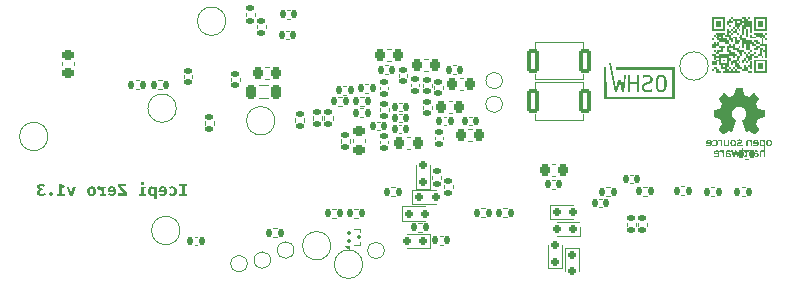
<source format=gbo>
%TF.GenerationSoftware,KiCad,Pcbnew,9.0.3*%
%TF.CreationDate,2025-07-23T11:06:21+02:00*%
%TF.ProjectId,icepi-zero,69636570-692d-47a6-9572-6f2e6b696361,v1.3*%
%TF.SameCoordinates,Original*%
%TF.FileFunction,Legend,Bot*%
%TF.FilePolarity,Positive*%
%FSLAX46Y46*%
G04 Gerber Fmt 4.6, Leading zero omitted, Abs format (unit mm)*
G04 Created by KiCad (PCBNEW 9.0.3) date 2025-07-23 11:06:21*
%MOMM*%
%LPD*%
G01*
G04 APERTURE LIST*
G04 Aperture macros list*
%AMRoundRect*
0 Rectangle with rounded corners*
0 $1 Rounding radius*
0 $2 $3 $4 $5 $6 $7 $8 $9 X,Y pos of 4 corners*
0 Add a 4 corners polygon primitive as box body*
4,1,4,$2,$3,$4,$5,$6,$7,$8,$9,$2,$3,0*
0 Add four circle primitives for the rounded corners*
1,1,$1+$1,$2,$3*
1,1,$1+$1,$4,$5*
1,1,$1+$1,$6,$7*
1,1,$1+$1,$8,$9*
0 Add four rect primitives between the rounded corners*
20,1,$1+$1,$2,$3,$4,$5,0*
20,1,$1+$1,$4,$5,$6,$7,0*
20,1,$1+$1,$6,$7,$8,$9,0*
20,1,$1+$1,$8,$9,$2,$3,0*%
G04 Aperture macros list end*
%ADD10C,0.000000*%
%ADD11C,0.200000*%
%ADD12C,0.120000*%
%ADD13C,0.100000*%
%ADD14C,5.700000*%
%ADD15R,1.700000X1.700000*%
%ADD16C,1.700000*%
%ADD17C,0.650000*%
%ADD18O,1.000000X2.100000*%
%ADD19O,1.000000X1.800000*%
%ADD20C,1.000000*%
%ADD21O,1.250000X1.800000*%
%ADD22RoundRect,0.140000X-0.170000X0.140000X-0.170000X-0.140000X0.170000X-0.140000X0.170000X0.140000X0*%
%ADD23RoundRect,0.140000X-0.140000X-0.170000X0.140000X-0.170000X0.140000X0.170000X-0.140000X0.170000X0*%
%ADD24RoundRect,0.135000X-0.185000X0.135000X-0.185000X-0.135000X0.185000X-0.135000X0.185000X0.135000X0*%
%ADD25RoundRect,0.150000X-0.200000X0.150000X-0.200000X-0.150000X0.200000X-0.150000X0.200000X0.150000X0*%
%ADD26RoundRect,0.135000X0.135000X0.185000X-0.135000X0.185000X-0.135000X-0.185000X0.135000X-0.185000X0*%
%ADD27RoundRect,0.150000X0.200000X-0.150000X0.200000X0.150000X-0.200000X0.150000X-0.200000X-0.150000X0*%
%ADD28RoundRect,0.135000X-0.135000X-0.185000X0.135000X-0.185000X0.135000X0.185000X-0.135000X0.185000X0*%
%ADD29RoundRect,0.157500X-0.367500X-0.842500X0.367500X-0.842500X0.367500X0.842500X-0.367500X0.842500X0*%
%ADD30C,2.000000*%
%ADD31RoundRect,0.140000X0.140000X0.170000X-0.140000X0.170000X-0.140000X-0.170000X0.140000X-0.170000X0*%
%ADD32RoundRect,0.140000X0.170000X-0.140000X0.170000X0.140000X-0.170000X0.140000X-0.170000X-0.140000X0*%
%ADD33RoundRect,0.225000X-0.225000X-0.250000X0.225000X-0.250000X0.225000X0.250000X-0.225000X0.250000X0*%
%ADD34RoundRect,0.225000X0.250000X-0.225000X0.250000X0.225000X-0.250000X0.225000X-0.250000X-0.225000X0*%
%ADD35RoundRect,0.135000X0.185000X-0.135000X0.185000X0.135000X-0.185000X0.135000X-0.185000X-0.135000X0*%
%ADD36RoundRect,0.150000X-0.150000X-0.200000X0.150000X-0.200000X0.150000X0.200000X-0.150000X0.200000X0*%
%ADD37RoundRect,0.150000X0.150000X0.200000X-0.150000X0.200000X-0.150000X-0.200000X0.150000X-0.200000X0*%
%ADD38RoundRect,0.218750X-0.218750X-0.381250X0.218750X-0.381250X0.218750X0.381250X-0.218750X0.381250X0*%
%ADD39RoundRect,0.225000X0.225000X0.250000X-0.225000X0.250000X-0.225000X-0.250000X0.225000X-0.250000X0*%
%ADD40RoundRect,0.075000X0.075000X-0.075000X0.075000X0.075000X-0.075000X0.075000X-0.075000X-0.075000X0*%
%ADD41RoundRect,0.225000X-0.250000X0.225000X-0.250000X-0.225000X0.250000X-0.225000X0.250000X0.225000X0*%
G04 APERTURE END LIST*
D10*
G36*
X177915938Y-103502948D02*
G01*
X177917161Y-103503039D01*
X177918379Y-103503189D01*
X177919589Y-103503397D01*
X177920789Y-103503660D01*
X177921979Y-103503977D01*
X177923156Y-103504348D01*
X177924317Y-103504769D01*
X177926589Y-103505761D01*
X177928780Y-103506940D01*
X177930875Y-103508295D01*
X177932859Y-103509813D01*
X177934717Y-103511483D01*
X177936435Y-103513293D01*
X177937998Y-103515230D01*
X177938717Y-103516243D01*
X177939391Y-103517283D01*
X177940019Y-103518349D01*
X177940600Y-103519440D01*
X177941130Y-103520554D01*
X177941609Y-103521688D01*
X177942034Y-103522843D01*
X177942403Y-103524017D01*
X177942716Y-103525207D01*
X177942969Y-103526413D01*
X178045045Y-104074894D01*
X178045618Y-104077329D01*
X178046404Y-104079773D01*
X178047389Y-104082209D01*
X178048560Y-104084621D01*
X178049903Y-104086994D01*
X178051405Y-104089311D01*
X178053051Y-104091557D01*
X178054828Y-104093716D01*
X178056723Y-104095771D01*
X178058721Y-104097707D01*
X178060808Y-104099508D01*
X178062972Y-104101158D01*
X178065198Y-104102641D01*
X178067472Y-104103942D01*
X178069782Y-104105043D01*
X178072112Y-104105930D01*
X178439777Y-104256425D01*
X178442070Y-104257428D01*
X178444500Y-104258265D01*
X178447046Y-104258938D01*
X178449686Y-104259448D01*
X178452398Y-104259798D01*
X178455163Y-104259988D01*
X178457958Y-104260021D01*
X178460762Y-104259897D01*
X178463554Y-104259619D01*
X178466313Y-104259189D01*
X178469017Y-104258607D01*
X178471645Y-104257876D01*
X178474176Y-104256996D01*
X178476589Y-104255971D01*
X178478861Y-104254801D01*
X178480973Y-104253488D01*
X178939205Y-103939004D01*
X178940240Y-103938331D01*
X178941307Y-103937710D01*
X178942401Y-103937141D01*
X178943522Y-103936624D01*
X178944666Y-103936159D01*
X178945831Y-103935746D01*
X178948216Y-103935072D01*
X178950658Y-103934603D01*
X178953138Y-103934335D01*
X178955637Y-103934268D01*
X178958136Y-103934400D01*
X178960616Y-103934729D01*
X178963059Y-103935254D01*
X178965446Y-103935972D01*
X178967757Y-103936883D01*
X178969975Y-103937985D01*
X178971043Y-103938606D01*
X178972080Y-103939275D01*
X178973084Y-103939991D01*
X178974053Y-103940753D01*
X178974985Y-103941562D01*
X178975876Y-103942417D01*
X179361797Y-104328338D01*
X179362645Y-104329230D01*
X179363448Y-104330161D01*
X179364205Y-104331130D01*
X179364916Y-104332134D01*
X179365581Y-104333171D01*
X179366200Y-104334239D01*
X179366772Y-104335335D01*
X179367298Y-104336457D01*
X179367776Y-104337602D01*
X179368207Y-104338768D01*
X179368926Y-104341155D01*
X179369452Y-104343598D01*
X179369784Y-104346079D01*
X179369920Y-104348578D01*
X179369858Y-104351076D01*
X179369595Y-104353556D01*
X179369388Y-104354783D01*
X179369131Y-104355998D01*
X179368822Y-104357199D01*
X179368462Y-104358383D01*
X179368050Y-104359548D01*
X179367587Y-104360693D01*
X179367071Y-104361813D01*
X179366504Y-104362908D01*
X179365883Y-104363974D01*
X179365210Y-104365009D01*
X179056203Y-104815383D01*
X179054892Y-104817507D01*
X179053727Y-104819787D01*
X179052711Y-104822202D01*
X179051844Y-104824731D01*
X179051128Y-104827354D01*
X179050565Y-104830049D01*
X179050156Y-104832796D01*
X179049903Y-104835574D01*
X179049807Y-104838363D01*
X179049870Y-104841141D01*
X179050093Y-104843887D01*
X179050477Y-104846581D01*
X179051025Y-104849203D01*
X179051738Y-104851730D01*
X179052617Y-104854143D01*
X179053663Y-104856420D01*
X179216223Y-105235674D01*
X179216654Y-105236841D01*
X179217140Y-105238004D01*
X179217679Y-105239163D01*
X179218270Y-105240314D01*
X179219600Y-105242588D01*
X179221111Y-105244813D01*
X179222788Y-105246976D01*
X179224616Y-105249061D01*
X179226577Y-105251057D01*
X179228655Y-105252948D01*
X179230835Y-105254721D01*
X179233101Y-105256362D01*
X179235435Y-105257857D01*
X179237822Y-105259192D01*
X179240246Y-105260354D01*
X179242690Y-105261329D01*
X179243915Y-105261742D01*
X179245139Y-105262103D01*
X179246360Y-105262410D01*
X179247576Y-105262661D01*
X179777881Y-105361245D01*
X179779086Y-105361505D01*
X179780277Y-105361824D01*
X179781450Y-105362199D01*
X179782605Y-105362629D01*
X179783740Y-105363111D01*
X179784853Y-105363645D01*
X179785944Y-105364228D01*
X179787010Y-105364858D01*
X179788050Y-105365534D01*
X179789063Y-105366254D01*
X179790047Y-105367016D01*
X179791000Y-105367818D01*
X179791922Y-105368659D01*
X179792810Y-105369537D01*
X179793663Y-105370449D01*
X179794480Y-105371395D01*
X179795259Y-105372372D01*
X179795998Y-105373379D01*
X179796697Y-105374414D01*
X179797353Y-105375474D01*
X179797965Y-105376559D01*
X179798532Y-105377667D01*
X179799052Y-105378795D01*
X179799524Y-105379942D01*
X179799946Y-105381106D01*
X179800316Y-105382285D01*
X179800634Y-105383478D01*
X179800897Y-105384682D01*
X179801104Y-105385897D01*
X179801254Y-105387119D01*
X179801345Y-105388348D01*
X179801376Y-105389582D01*
X179801376Y-105935364D01*
X179801345Y-105936598D01*
X179801253Y-105937828D01*
X179801102Y-105939051D01*
X179800893Y-105940267D01*
X179800628Y-105941473D01*
X179800309Y-105942668D01*
X179799936Y-105943850D01*
X179799512Y-105945016D01*
X179799037Y-105946165D01*
X179798514Y-105947296D01*
X179797328Y-105949493D01*
X179795966Y-105951593D01*
X179794440Y-105953581D01*
X179792763Y-105955443D01*
X179790946Y-105957163D01*
X179789002Y-105958728D01*
X179787986Y-105959447D01*
X179786943Y-105960122D01*
X179785874Y-105960751D01*
X179784781Y-105961331D01*
X179783666Y-105961862D01*
X179782529Y-105962340D01*
X179781373Y-105962766D01*
X179780198Y-105963135D01*
X179779007Y-105963448D01*
X179777801Y-105963701D01*
X179260515Y-106059983D01*
X179259299Y-106060235D01*
X179258081Y-106060544D01*
X179255643Y-106061322D01*
X179253215Y-106062305D01*
X179250815Y-106063478D01*
X179248456Y-106064827D01*
X179246156Y-106066337D01*
X179243929Y-106067995D01*
X179241792Y-106069786D01*
X179239760Y-106071696D01*
X179237848Y-106073711D01*
X179236074Y-106075817D01*
X179234451Y-106077999D01*
X179232996Y-106080243D01*
X179231725Y-106082536D01*
X179230653Y-106084863D01*
X179229796Y-106087209D01*
X179068268Y-106490593D01*
X179067265Y-106492885D01*
X179066428Y-106495312D01*
X179065756Y-106497854D01*
X179065247Y-106500490D01*
X179064900Y-106503198D01*
X179064713Y-106505957D01*
X179064686Y-106508747D01*
X179064815Y-106511548D01*
X179065102Y-106514336D01*
X179065543Y-106517093D01*
X179066137Y-106519797D01*
X179066884Y-106522427D01*
X179067782Y-106524962D01*
X179068828Y-106527381D01*
X179070023Y-106529664D01*
X179071364Y-106531788D01*
X179365210Y-106959937D01*
X179365876Y-106960973D01*
X179366490Y-106962039D01*
X179367053Y-106963133D01*
X179367564Y-106964254D01*
X179368024Y-106965398D01*
X179368432Y-106966563D01*
X179369097Y-106968949D01*
X179369560Y-106971390D01*
X179369823Y-106973870D01*
X179369887Y-106976369D01*
X179369754Y-106978868D01*
X179369426Y-106981348D01*
X179368905Y-106983791D01*
X179368191Y-106986178D01*
X179367286Y-106988490D01*
X179366193Y-106990707D01*
X179365576Y-106991775D01*
X179364913Y-106992812D01*
X179364203Y-106993816D01*
X179363447Y-106994785D01*
X179362645Y-106995717D01*
X179361797Y-106996608D01*
X178975796Y-107382529D01*
X178974905Y-107383377D01*
X178973974Y-107384179D01*
X178973005Y-107384935D01*
X178972000Y-107385645D01*
X178970963Y-107386309D01*
X178969896Y-107386926D01*
X178968800Y-107387496D01*
X178967678Y-107388019D01*
X178966533Y-107388495D01*
X178965366Y-107388923D01*
X178962980Y-107389637D01*
X178960537Y-107390159D01*
X178958056Y-107390487D01*
X178955557Y-107390620D01*
X178953058Y-107390555D01*
X178950579Y-107390293D01*
X178948137Y-107389829D01*
X178946936Y-107389522D01*
X178945752Y-107389165D01*
X178944586Y-107388756D01*
X178943442Y-107388296D01*
X178942322Y-107387785D01*
X178941227Y-107387223D01*
X178940161Y-107386609D01*
X178939125Y-107385943D01*
X178518517Y-107097256D01*
X178516397Y-107095951D01*
X178514128Y-107094805D01*
X178511731Y-107093819D01*
X178509225Y-107092993D01*
X178506633Y-107092329D01*
X178503973Y-107091827D01*
X178501267Y-107091488D01*
X178498535Y-107091312D01*
X178495797Y-107091302D01*
X178493074Y-107091457D01*
X178490386Y-107091778D01*
X178487754Y-107092266D01*
X178485199Y-107092922D01*
X178482740Y-107093747D01*
X178480399Y-107094742D01*
X178478195Y-107095906D01*
X178292695Y-107194966D01*
X178291588Y-107195499D01*
X178290472Y-107195968D01*
X178289348Y-107196373D01*
X178288218Y-107196715D01*
X178287084Y-107196996D01*
X178285949Y-107197214D01*
X178284813Y-107197372D01*
X178283680Y-107197470D01*
X178282551Y-107197509D01*
X178281428Y-107197490D01*
X178280312Y-107197412D01*
X178279207Y-107197278D01*
X178278114Y-107197088D01*
X178277035Y-107196842D01*
X178275971Y-107196541D01*
X178274925Y-107196187D01*
X178273899Y-107195779D01*
X178272895Y-107195318D01*
X178271914Y-107194806D01*
X178270959Y-107194243D01*
X178270032Y-107193629D01*
X178269134Y-107192966D01*
X178268268Y-107192255D01*
X178267435Y-107191495D01*
X178266638Y-107190688D01*
X178265878Y-107189834D01*
X178265158Y-107188934D01*
X178264479Y-107187989D01*
X178263843Y-107187000D01*
X178263253Y-107185968D01*
X178262709Y-107184892D01*
X178262215Y-107183774D01*
X177879787Y-106259611D01*
X177879340Y-106258463D01*
X177878952Y-106257297D01*
X177878622Y-106256116D01*
X177878350Y-106254921D01*
X177878134Y-106253715D01*
X177877974Y-106252500D01*
X177877818Y-106250053D01*
X177877877Y-106247597D01*
X177878144Y-106245149D01*
X177878614Y-106242729D01*
X177879281Y-106240353D01*
X177880138Y-106238039D01*
X177881180Y-106235806D01*
X177882400Y-106233670D01*
X177883794Y-106231650D01*
X177885354Y-106229764D01*
X177886195Y-106228876D01*
X177887076Y-106228029D01*
X177887995Y-106227223D01*
X177888953Y-106226462D01*
X177889947Y-106225748D01*
X177890979Y-106225083D01*
X177937413Y-106196667D01*
X177940762Y-106194536D01*
X177944335Y-106192108D01*
X177948066Y-106189434D01*
X177951889Y-106186566D01*
X177955738Y-106183558D01*
X177959547Y-106180460D01*
X177963251Y-106177324D01*
X177966782Y-106174204D01*
X177997510Y-106153169D01*
X178026835Y-106130331D01*
X178054678Y-106105770D01*
X178080958Y-106079564D01*
X178105595Y-106051794D01*
X178128510Y-106022539D01*
X178149622Y-105991878D01*
X178168851Y-105959891D01*
X178186117Y-105926658D01*
X178193990Y-105909599D01*
X178201341Y-105892258D01*
X178208162Y-105874646D01*
X178214442Y-105856771D01*
X178220172Y-105838644D01*
X178225341Y-105820276D01*
X178229939Y-105801675D01*
X178233957Y-105782852D01*
X178237384Y-105763817D01*
X178240210Y-105744580D01*
X178242426Y-105725150D01*
X178244021Y-105705538D01*
X178244985Y-105685754D01*
X178245309Y-105665807D01*
X178244523Y-105634745D01*
X178242192Y-105604090D01*
X178238353Y-105573882D01*
X178233045Y-105544158D01*
X178226304Y-105514955D01*
X178218170Y-105486312D01*
X178208679Y-105458267D01*
X178197871Y-105430857D01*
X178185783Y-105404121D01*
X178172452Y-105378096D01*
X178157918Y-105352820D01*
X178142217Y-105328332D01*
X178125388Y-105304669D01*
X178107469Y-105281868D01*
X178088497Y-105259969D01*
X178068511Y-105239008D01*
X178047548Y-105219024D01*
X178025647Y-105200054D01*
X178002846Y-105182137D01*
X177979182Y-105165311D01*
X177954693Y-105149612D01*
X177929417Y-105135080D01*
X177903393Y-105121752D01*
X177876658Y-105109666D01*
X177849250Y-105098860D01*
X177821207Y-105089372D01*
X177792567Y-105081239D01*
X177763368Y-105074501D01*
X177733648Y-105069193D01*
X177703445Y-105065355D01*
X177672797Y-105063025D01*
X177641741Y-105062240D01*
X177610686Y-105063025D01*
X177580037Y-105065356D01*
X177549834Y-105069195D01*
X177520114Y-105074504D01*
X177490915Y-105081244D01*
X177462275Y-105089379D01*
X177434233Y-105098869D01*
X177406825Y-105109677D01*
X177380089Y-105121766D01*
X177354065Y-105135096D01*
X177328790Y-105149631D01*
X177304301Y-105165331D01*
X177280637Y-105182161D01*
X177257835Y-105200080D01*
X177235934Y-105219051D01*
X177214971Y-105239038D01*
X177194985Y-105260000D01*
X177176014Y-105281901D01*
X177158094Y-105304703D01*
X177141265Y-105328367D01*
X177125565Y-105352856D01*
X177111030Y-105378131D01*
X177097700Y-105404156D01*
X177085611Y-105430891D01*
X177074803Y-105458299D01*
X177065313Y-105486342D01*
X177057178Y-105514981D01*
X177050438Y-105544180D01*
X177045129Y-105573900D01*
X177041290Y-105604103D01*
X177038959Y-105634752D01*
X177038174Y-105665807D01*
X177039462Y-105705539D01*
X177043272Y-105744583D01*
X177049525Y-105782859D01*
X177058141Y-105820287D01*
X177069040Y-105856787D01*
X177082141Y-105892279D01*
X177097365Y-105926684D01*
X177114631Y-105959921D01*
X177133861Y-105991911D01*
X177154973Y-106022574D01*
X177177887Y-106051829D01*
X177202524Y-106079598D01*
X177228804Y-106105799D01*
X177256647Y-106130354D01*
X177285972Y-106153182D01*
X177316700Y-106174204D01*
X177320205Y-106177324D01*
X177323889Y-106180460D01*
X177327684Y-106183558D01*
X177331524Y-106186567D01*
X177335341Y-106189434D01*
X177339069Y-106192108D01*
X177342641Y-106194536D01*
X177345990Y-106196667D01*
X177392424Y-106225083D01*
X177393456Y-106225755D01*
X177394450Y-106226476D01*
X177395408Y-106227242D01*
X177396327Y-106228051D01*
X177397207Y-106228903D01*
X177398048Y-106229793D01*
X177398849Y-106230721D01*
X177399609Y-106231684D01*
X177400327Y-106232679D01*
X177401003Y-106233705D01*
X177401635Y-106234760D01*
X177402223Y-106235841D01*
X177402767Y-106236946D01*
X177403265Y-106238072D01*
X177403717Y-106239219D01*
X177404122Y-106240383D01*
X177404480Y-106241562D01*
X177404789Y-106242755D01*
X177405048Y-106243958D01*
X177405258Y-106245170D01*
X177405418Y-106246389D01*
X177405526Y-106247613D01*
X177405581Y-106248838D01*
X177405584Y-106250064D01*
X177405534Y-106251288D01*
X177405429Y-106252507D01*
X177405269Y-106253720D01*
X177405053Y-106254924D01*
X177404780Y-106256118D01*
X177404451Y-106257298D01*
X177404063Y-106258463D01*
X177403616Y-106259611D01*
X177021187Y-107183774D01*
X177020693Y-107184892D01*
X177020150Y-107185968D01*
X177019560Y-107187000D01*
X177018924Y-107187989D01*
X177018245Y-107188934D01*
X177017524Y-107189834D01*
X177016764Y-107190688D01*
X177015967Y-107191495D01*
X177015135Y-107192255D01*
X177014268Y-107192966D01*
X177013371Y-107193629D01*
X177012443Y-107194243D01*
X177011488Y-107194806D01*
X177010508Y-107195318D01*
X177009503Y-107195779D01*
X177008477Y-107196187D01*
X177007432Y-107196541D01*
X177006368Y-107196842D01*
X177005289Y-107197088D01*
X177004195Y-107197278D01*
X177003090Y-107197412D01*
X177001975Y-107197490D01*
X177000852Y-107197509D01*
X176999723Y-107197470D01*
X176998589Y-107197372D01*
X176997454Y-107197214D01*
X176996319Y-107196996D01*
X176995185Y-107196715D01*
X176994055Y-107196373D01*
X176992931Y-107195968D01*
X176991814Y-107195499D01*
X176990707Y-107194966D01*
X176805208Y-107095906D01*
X176803004Y-107094755D01*
X176800663Y-107093770D01*
X176798204Y-107092952D01*
X176795648Y-107092300D01*
X176793017Y-107091813D01*
X176790329Y-107091492D01*
X176787606Y-107091335D01*
X176784868Y-107091342D01*
X176782136Y-107091513D01*
X176779430Y-107091848D01*
X176776770Y-107092345D01*
X176774178Y-107093004D01*
X176771672Y-107093825D01*
X176769275Y-107094808D01*
X176767006Y-107095952D01*
X176764886Y-107097256D01*
X176344277Y-107385943D01*
X176343242Y-107386609D01*
X176342176Y-107387223D01*
X176341081Y-107387785D01*
X176339961Y-107388296D01*
X176338817Y-107388756D01*
X176337651Y-107389165D01*
X176335267Y-107389829D01*
X176332826Y-107390292D01*
X176330349Y-107390555D01*
X176327852Y-107390619D01*
X176325356Y-107390487D01*
X176322880Y-107390159D01*
X176320442Y-107389637D01*
X176318062Y-107388923D01*
X176315758Y-107388019D01*
X176313550Y-107386926D01*
X176312487Y-107386309D01*
X176311455Y-107385645D01*
X176310457Y-107384935D01*
X176309494Y-107384179D01*
X176308570Y-107383377D01*
X176307686Y-107382529D01*
X175921685Y-106996608D01*
X175920837Y-106995717D01*
X175920034Y-106994784D01*
X175919277Y-106993814D01*
X175918566Y-106992809D01*
X175917901Y-106991770D01*
X175917282Y-106990700D01*
X175916710Y-106989602D01*
X175916185Y-106988478D01*
X175915706Y-106987331D01*
X175915276Y-106986162D01*
X175914557Y-106983770D01*
X175914030Y-106981323D01*
X175913698Y-106978838D01*
X175913562Y-106976336D01*
X175913624Y-106973835D01*
X175913887Y-106971355D01*
X175914094Y-106970129D01*
X175914352Y-106968915D01*
X175914660Y-106967716D01*
X175915021Y-106966534D01*
X175915432Y-106965372D01*
X175915896Y-106964231D01*
X175916411Y-106963115D01*
X175916979Y-106962026D01*
X175917599Y-106960966D01*
X175918272Y-106959937D01*
X176212118Y-106531788D01*
X176213432Y-106529664D01*
X176214605Y-106527381D01*
X176215634Y-106524962D01*
X176216519Y-106522427D01*
X176217256Y-106519797D01*
X176217844Y-106517093D01*
X176218282Y-106514336D01*
X176218567Y-106511548D01*
X176218698Y-106508747D01*
X176218673Y-106505957D01*
X176218489Y-106503198D01*
X176218146Y-106500490D01*
X176217641Y-106497854D01*
X176216972Y-106495312D01*
X176216137Y-106492885D01*
X176215135Y-106490593D01*
X176053607Y-106087209D01*
X176053206Y-106086034D01*
X176052751Y-106084863D01*
X176051681Y-106082536D01*
X176050414Y-106080243D01*
X176048963Y-106077999D01*
X176047346Y-106075817D01*
X176045576Y-106073711D01*
X176043669Y-106071696D01*
X176041641Y-106069786D01*
X176039507Y-106067995D01*
X176037282Y-106066337D01*
X176034982Y-106064827D01*
X176032622Y-106063478D01*
X176030217Y-106062305D01*
X176027783Y-106061322D01*
X176026560Y-106060907D01*
X176025335Y-106060544D01*
X176024111Y-106060235D01*
X176022889Y-106059983D01*
X175505602Y-105963701D01*
X175504396Y-105963448D01*
X175503206Y-105963135D01*
X175502033Y-105962766D01*
X175500878Y-105962340D01*
X175499743Y-105961862D01*
X175498629Y-105961331D01*
X175497539Y-105960751D01*
X175496473Y-105960122D01*
X175495432Y-105959447D01*
X175494420Y-105958728D01*
X175493436Y-105957966D01*
X175492482Y-105957163D01*
X175491561Y-105956321D01*
X175490673Y-105955443D01*
X175489819Y-105954529D01*
X175489003Y-105953581D01*
X175488224Y-105952602D01*
X175487484Y-105951593D01*
X175486786Y-105950556D01*
X175486129Y-105949493D01*
X175485517Y-105948405D01*
X175484950Y-105947296D01*
X175484430Y-105946165D01*
X175483959Y-105945016D01*
X175483537Y-105943850D01*
X175483166Y-105942668D01*
X175482849Y-105941473D01*
X175482586Y-105940267D01*
X175482379Y-105939051D01*
X175482229Y-105937828D01*
X175482138Y-105936598D01*
X175482107Y-105935364D01*
X175482107Y-105389582D01*
X175482130Y-105388348D01*
X175482215Y-105387119D01*
X175482358Y-105385897D01*
X175482560Y-105384682D01*
X175482817Y-105383478D01*
X175483130Y-105382285D01*
X175483495Y-105381105D01*
X175483913Y-105379942D01*
X175484380Y-105378795D01*
X175484896Y-105377667D01*
X175486069Y-105375474D01*
X175487419Y-105373379D01*
X175488933Y-105371395D01*
X175490600Y-105369537D01*
X175492407Y-105367818D01*
X175494342Y-105366254D01*
X175495355Y-105365534D01*
X175496394Y-105364858D01*
X175497460Y-105364227D01*
X175498550Y-105363645D01*
X175499664Y-105363111D01*
X175500798Y-105362629D01*
X175501953Y-105362199D01*
X175503126Y-105361824D01*
X175504317Y-105361505D01*
X175505522Y-105361245D01*
X175505919Y-105361245D01*
X176036223Y-105262661D01*
X176038661Y-105262103D01*
X176041110Y-105261329D01*
X176043554Y-105260354D01*
X176045978Y-105259192D01*
X176048365Y-105257857D01*
X176050699Y-105256362D01*
X176052964Y-105254721D01*
X176055144Y-105252948D01*
X176057223Y-105251057D01*
X176059184Y-105249061D01*
X176061011Y-105246976D01*
X176062689Y-105244813D01*
X176064200Y-105242588D01*
X176065530Y-105240314D01*
X176066661Y-105238004D01*
X176067577Y-105235674D01*
X176230137Y-104856420D01*
X176231184Y-104854144D01*
X176232065Y-104851733D01*
X176232781Y-104849209D01*
X176233333Y-104846593D01*
X176233721Y-104843903D01*
X176233947Y-104841162D01*
X176234012Y-104838388D01*
X176233917Y-104835604D01*
X176233663Y-104832829D01*
X176233251Y-104830084D01*
X176232681Y-104827389D01*
X176231956Y-104824764D01*
X176231076Y-104822231D01*
X176230042Y-104819810D01*
X176228856Y-104817520D01*
X176227517Y-104815383D01*
X175918510Y-104365009D01*
X175917844Y-104363974D01*
X175917229Y-104362909D01*
X175916666Y-104361815D01*
X175916153Y-104360696D01*
X175915692Y-104359553D01*
X175915282Y-104358390D01*
X175914612Y-104356009D01*
X175914144Y-104353572D01*
X175913877Y-104351097D01*
X175913808Y-104348603D01*
X175913936Y-104346108D01*
X175914261Y-104343631D01*
X175914781Y-104341190D01*
X175915495Y-104338804D01*
X175916401Y-104336490D01*
X175917498Y-104334269D01*
X175918118Y-104333198D01*
X175918785Y-104332157D01*
X175919499Y-104331148D01*
X175920261Y-104330174D01*
X175921069Y-104329237D01*
X175921924Y-104328338D01*
X176307845Y-103942417D01*
X176308736Y-103941569D01*
X176309668Y-103940766D01*
X176310637Y-103940009D01*
X176311641Y-103939298D01*
X176312678Y-103938633D01*
X176313745Y-103938014D01*
X176314841Y-103937442D01*
X176315962Y-103936917D01*
X176317107Y-103936438D01*
X176318272Y-103936007D01*
X176320657Y-103935289D01*
X176323098Y-103934762D01*
X176325575Y-103934430D01*
X176328070Y-103934294D01*
X176330563Y-103934356D01*
X176333037Y-103934619D01*
X176334260Y-103934826D01*
X176335471Y-103935084D01*
X176336667Y-103935392D01*
X176337847Y-103935752D01*
X176339007Y-103936164D01*
X176340146Y-103936627D01*
X176341260Y-103937143D01*
X176342348Y-103937711D01*
X176343408Y-103938331D01*
X176344436Y-103939004D01*
X176802668Y-104253488D01*
X176804794Y-104254815D01*
X176807079Y-104255997D01*
X176809501Y-104257033D01*
X176812041Y-104257920D01*
X176814675Y-104258658D01*
X176817384Y-104259244D01*
X176820146Y-104259678D01*
X176822939Y-104259957D01*
X176825742Y-104260079D01*
X176828534Y-104260044D01*
X176831294Y-104259849D01*
X176834000Y-104259493D01*
X176836632Y-104258974D01*
X176839167Y-104258291D01*
X176841585Y-104257441D01*
X176843864Y-104256425D01*
X177211449Y-104105930D01*
X177212617Y-104105514D01*
X177213781Y-104105043D01*
X177214940Y-104104518D01*
X177216093Y-104103942D01*
X177218371Y-104102641D01*
X177220601Y-104101158D01*
X177222770Y-104099508D01*
X177224862Y-104097707D01*
X177226865Y-104095771D01*
X177228763Y-104093716D01*
X177230544Y-104091557D01*
X177232192Y-104089311D01*
X177233693Y-104086994D01*
X177235035Y-104084621D01*
X177236202Y-104082209D01*
X177237181Y-104079773D01*
X177237595Y-104078551D01*
X177237957Y-104077329D01*
X177238265Y-104076110D01*
X177238516Y-104074894D01*
X177340593Y-103526413D01*
X177340846Y-103525207D01*
X177341158Y-103524017D01*
X177341528Y-103522843D01*
X177341953Y-103521688D01*
X177342432Y-103520554D01*
X177342962Y-103519440D01*
X177343542Y-103518349D01*
X177344171Y-103517283D01*
X177344845Y-103516243D01*
X177345564Y-103515230D01*
X177346325Y-103514246D01*
X177347127Y-103513293D01*
X177347967Y-103512371D01*
X177348845Y-103511483D01*
X177349757Y-103510630D01*
X177350703Y-103509813D01*
X177351680Y-103509034D01*
X177352687Y-103508295D01*
X177353721Y-103507596D01*
X177354782Y-103506940D01*
X177355866Y-103506328D01*
X177356972Y-103505761D01*
X177358099Y-103505241D01*
X177359245Y-103504769D01*
X177360406Y-103504348D01*
X177361583Y-103503977D01*
X177362773Y-103503660D01*
X177363973Y-103503397D01*
X177365183Y-103503189D01*
X177366401Y-103503039D01*
X177367624Y-103502948D01*
X177368850Y-103502918D01*
X177914712Y-103502918D01*
X177915938Y-103502948D01*
G37*
G36*
X178311132Y-109093097D02*
G01*
X178309661Y-109133203D01*
X178308494Y-109150483D01*
X178307012Y-109166119D01*
X178305196Y-109180268D01*
X178303024Y-109193083D01*
X178300478Y-109204720D01*
X178297538Y-109215333D01*
X178294181Y-109225077D01*
X178290390Y-109234106D01*
X178286144Y-109242576D01*
X178281422Y-109250642D01*
X178276204Y-109258457D01*
X178270471Y-109266178D01*
X178264050Y-109274179D01*
X178257197Y-109281883D01*
X178249912Y-109289259D01*
X178242192Y-109296276D01*
X178234037Y-109302906D01*
X178225444Y-109309116D01*
X178216413Y-109314879D01*
X178206941Y-109320162D01*
X178197027Y-109324937D01*
X178191905Y-109327124D01*
X178186671Y-109329173D01*
X178181325Y-109331079D01*
X178175869Y-109332839D01*
X178170301Y-109334450D01*
X178164621Y-109335907D01*
X178158829Y-109337207D01*
X178152925Y-109338345D01*
X178146908Y-109339319D01*
X178140779Y-109340124D01*
X178134537Y-109340757D01*
X178128183Y-109341214D01*
X178121715Y-109341490D01*
X178115134Y-109341584D01*
X178104057Y-109341265D01*
X178093133Y-109340326D01*
X178082378Y-109338786D01*
X178071808Y-109336668D01*
X178061439Y-109333995D01*
X178051290Y-109330788D01*
X178041375Y-109327070D01*
X178031711Y-109322861D01*
X178022315Y-109318184D01*
X178013204Y-109313062D01*
X178004393Y-109307516D01*
X177995900Y-109301567D01*
X177987741Y-109295239D01*
X177979933Y-109288553D01*
X177972491Y-109281531D01*
X177965433Y-109274194D01*
X177965433Y-109334757D01*
X177965433Y-109334837D01*
X177848910Y-109334837D01*
X177848910Y-109044721D01*
X177965354Y-109044721D01*
X177965811Y-109076425D01*
X177966597Y-109092349D01*
X177967943Y-109108106D01*
X177969993Y-109123532D01*
X177972888Y-109138467D01*
X177976771Y-109152748D01*
X177981784Y-109166214D01*
X177984759Y-109172590D01*
X177988070Y-109178702D01*
X177991734Y-109184529D01*
X177995770Y-109190051D01*
X178000196Y-109195247D01*
X178005028Y-109200097D01*
X178010285Y-109204582D01*
X178015985Y-109208681D01*
X178022145Y-109212373D01*
X178028784Y-109215639D01*
X178035918Y-109218458D01*
X178043566Y-109220809D01*
X178051746Y-109222674D01*
X178060476Y-109224030D01*
X178069772Y-109224859D01*
X178079653Y-109225140D01*
X178089538Y-109224878D01*
X178098844Y-109224104D01*
X178107588Y-109222835D01*
X178115788Y-109221086D01*
X178123462Y-109218874D01*
X178130626Y-109216217D01*
X178137298Y-109213130D01*
X178143496Y-109209630D01*
X178149236Y-109205733D01*
X178154537Y-109201456D01*
X178159415Y-109196816D01*
X178163888Y-109191830D01*
X178167974Y-109186512D01*
X178171689Y-109180881D01*
X178175052Y-109174953D01*
X178178079Y-109168744D01*
X178180787Y-109162271D01*
X178183195Y-109155550D01*
X178185320Y-109148599D01*
X178187179Y-109141432D01*
X178188789Y-109134068D01*
X178190168Y-109126522D01*
X178192302Y-109110952D01*
X178193719Y-109094855D01*
X178194559Y-109078362D01*
X178194962Y-109061607D01*
X178195065Y-109044721D01*
X178194605Y-109011121D01*
X178193814Y-108994676D01*
X178192458Y-108978639D01*
X178190392Y-108963141D01*
X178187472Y-108948311D01*
X178183554Y-108934279D01*
X178181177Y-108927603D01*
X178178495Y-108921174D01*
X178175493Y-108915010D01*
X178172151Y-108909126D01*
X178168451Y-108903538D01*
X178164377Y-108898264D01*
X178159909Y-108893318D01*
X178155029Y-108888717D01*
X178149721Y-108884478D01*
X178143965Y-108880616D01*
X178137743Y-108877148D01*
X178131039Y-108874090D01*
X178123833Y-108871457D01*
X178116107Y-108869267D01*
X178107845Y-108867536D01*
X178099027Y-108866279D01*
X178089636Y-108865513D01*
X178079653Y-108865254D01*
X178069772Y-108865532D01*
X178060476Y-108866353D01*
X178051746Y-108867697D01*
X178043566Y-108869544D01*
X178035918Y-108871874D01*
X178028784Y-108874668D01*
X178022145Y-108877904D01*
X178015985Y-108881565D01*
X178010285Y-108885628D01*
X178005028Y-108890076D01*
X178000196Y-108894887D01*
X177995770Y-108900042D01*
X177991734Y-108905522D01*
X177988070Y-108911305D01*
X177984759Y-108917372D01*
X177981784Y-108923704D01*
X177979127Y-108930280D01*
X177976771Y-108937081D01*
X177974697Y-108944086D01*
X177972888Y-108951276D01*
X177971326Y-108958631D01*
X177969993Y-108966131D01*
X177967943Y-108981485D01*
X177966597Y-108997181D01*
X177965811Y-109013058D01*
X177965444Y-109028958D01*
X177965354Y-109044721D01*
X177848910Y-109044721D01*
X177848910Y-108521322D01*
X177965433Y-108521322D01*
X177965433Y-108817232D01*
X177973616Y-108809686D01*
X177981893Y-108802481D01*
X177990276Y-108795635D01*
X177998780Y-108789171D01*
X178007418Y-108783107D01*
X178016204Y-108777465D01*
X178025150Y-108772263D01*
X178034271Y-108767524D01*
X178043579Y-108763266D01*
X178053089Y-108759510D01*
X178062814Y-108756277D01*
X178072768Y-108753586D01*
X178082963Y-108751458D01*
X178093413Y-108749913D01*
X178104132Y-108748971D01*
X178115134Y-108748652D01*
X178128183Y-108749021D01*
X178140779Y-108750108D01*
X178152925Y-108751884D01*
X178164621Y-108754318D01*
X178175869Y-108757381D01*
X178186671Y-108761042D01*
X178197027Y-108765273D01*
X178206941Y-108770044D01*
X178216413Y-108775324D01*
X178225444Y-108781084D01*
X178234037Y-108787295D01*
X178242192Y-108793926D01*
X178249912Y-108800947D01*
X178257197Y-108808330D01*
X178264050Y-108816043D01*
X178270471Y-108824058D01*
X178276204Y-108831740D01*
X178281422Y-108839501D01*
X178286144Y-108847498D01*
X178290390Y-108855889D01*
X178292342Y-108860281D01*
X178294181Y-108864831D01*
X178295913Y-108869558D01*
X178297538Y-108874482D01*
X178299059Y-108879622D01*
X178300478Y-108884998D01*
X178303024Y-108896538D01*
X178305196Y-108909258D01*
X178307012Y-108923315D01*
X178308494Y-108938868D01*
X178309661Y-108956073D01*
X178310534Y-108975088D01*
X178311132Y-108996069D01*
X178311477Y-109019175D01*
X178311587Y-109044563D01*
X178311585Y-109044721D01*
X178311132Y-109093097D01*
G37*
G36*
X175960605Y-107834044D02*
G01*
X175971839Y-107834848D01*
X175982840Y-107836187D01*
X175993598Y-107838062D01*
X176004102Y-107840473D01*
X176014343Y-107843420D01*
X176024309Y-107846903D01*
X176033991Y-107850921D01*
X176043378Y-107855475D01*
X176052460Y-107860565D01*
X176061226Y-107866191D01*
X176069666Y-107872352D01*
X176077771Y-107879050D01*
X176085528Y-107886283D01*
X176092928Y-107894052D01*
X176099962Y-107902356D01*
X176102184Y-107902356D01*
X176102184Y-107840682D01*
X176218707Y-107840682D01*
X176218707Y-108419881D01*
X176102184Y-108419881D01*
X176102184Y-108071425D01*
X176102022Y-108063640D01*
X176101542Y-108056134D01*
X176100754Y-108048904D01*
X176099668Y-108041950D01*
X176098295Y-108035267D01*
X176096643Y-108028856D01*
X176094724Y-108022713D01*
X176092548Y-108016836D01*
X176090123Y-108011223D01*
X176087461Y-108005873D01*
X176084572Y-108000783D01*
X176081465Y-107995951D01*
X176078150Y-107991374D01*
X176074638Y-107987052D01*
X176070938Y-107982982D01*
X176067061Y-107979161D01*
X176063016Y-107975588D01*
X176058814Y-107972261D01*
X176054465Y-107969177D01*
X176049978Y-107966334D01*
X176045364Y-107963731D01*
X176040633Y-107961365D01*
X176035794Y-107959234D01*
X176030858Y-107957337D01*
X176020735Y-107954232D01*
X176010343Y-107952036D01*
X175999763Y-107950730D01*
X175989075Y-107950298D01*
X175983611Y-107950393D01*
X175978364Y-107950683D01*
X175973307Y-107951174D01*
X175968412Y-107951872D01*
X175963654Y-107952785D01*
X175959004Y-107953919D01*
X175954436Y-107955281D01*
X175949923Y-107956877D01*
X175945438Y-107958714D01*
X175940954Y-107960798D01*
X175936443Y-107963136D01*
X175931880Y-107965736D01*
X175927237Y-107968602D01*
X175922487Y-107971743D01*
X175917602Y-107975165D01*
X175912557Y-107978873D01*
X175828023Y-107878305D01*
X175834715Y-107873292D01*
X175841490Y-107868530D01*
X175848356Y-107864027D01*
X175855320Y-107859795D01*
X175862389Y-107855843D01*
X175869571Y-107852182D01*
X175876872Y-107848821D01*
X175884300Y-107845772D01*
X175891861Y-107843043D01*
X175899564Y-107840645D01*
X175907415Y-107838588D01*
X175915422Y-107836883D01*
X175923592Y-107835539D01*
X175931931Y-107834566D01*
X175940448Y-107833975D01*
X175949149Y-107833776D01*
X175960605Y-107834044D01*
G37*
G36*
X175340004Y-108091555D02*
G01*
X175341087Y-108111334D01*
X175341454Y-108131988D01*
X175341054Y-108153735D01*
X175339873Y-108174448D01*
X175337940Y-108194149D01*
X175335284Y-108212860D01*
X175331934Y-108230604D01*
X175327918Y-108247405D01*
X175323265Y-108263283D01*
X175318004Y-108278262D01*
X175312164Y-108292365D01*
X175305775Y-108305614D01*
X175298863Y-108318031D01*
X175291459Y-108329640D01*
X175283592Y-108340462D01*
X175275290Y-108350520D01*
X175266581Y-108359837D01*
X175257496Y-108368436D01*
X175248062Y-108376339D01*
X175238308Y-108383568D01*
X175228264Y-108390146D01*
X175217958Y-108396097D01*
X175207419Y-108401441D01*
X175196676Y-108406202D01*
X175174693Y-108414065D01*
X175152239Y-108419867D01*
X175129544Y-108423788D01*
X175106841Y-108426007D01*
X175084359Y-108426707D01*
X175069832Y-108426383D01*
X175055405Y-108425401D01*
X175041099Y-108423743D01*
X175026933Y-108421393D01*
X175012929Y-108418333D01*
X174999105Y-108414547D01*
X174985483Y-108410019D01*
X174972083Y-108404730D01*
X174958924Y-108398665D01*
X174946028Y-108391806D01*
X174933413Y-108384137D01*
X174921102Y-108375641D01*
X174909113Y-108366300D01*
X174897467Y-108356099D01*
X174886184Y-108345019D01*
X174875285Y-108333045D01*
X174959820Y-108261131D01*
X174966405Y-108267595D01*
X174973285Y-108273703D01*
X174980435Y-108279449D01*
X174987830Y-108284822D01*
X174995445Y-108289815D01*
X175003255Y-108294419D01*
X175011235Y-108298626D01*
X175019361Y-108302426D01*
X175027606Y-108305811D01*
X175035946Y-108308773D01*
X175044356Y-108311303D01*
X175052811Y-108313392D01*
X175061286Y-108315032D01*
X175069756Y-108316214D01*
X175078196Y-108316929D01*
X175086581Y-108317170D01*
X175094017Y-108317029D01*
X175101318Y-108316607D01*
X175108478Y-108315905D01*
X175115491Y-108314921D01*
X175122348Y-108313657D01*
X175129045Y-108312113D01*
X175135574Y-108310289D01*
X175141928Y-108308184D01*
X175148101Y-108305801D01*
X175154086Y-108303137D01*
X175159877Y-108300195D01*
X175165466Y-108296973D01*
X175170848Y-108293473D01*
X175176016Y-108289695D01*
X175180962Y-108285637D01*
X175185681Y-108281302D01*
X175190165Y-108276689D01*
X175194408Y-108271799D01*
X175198403Y-108266630D01*
X175202144Y-108261185D01*
X175205624Y-108255463D01*
X175208837Y-108249463D01*
X175211775Y-108243187D01*
X175214432Y-108236635D01*
X175216801Y-108229807D01*
X175218876Y-108222703D01*
X175220650Y-108215323D01*
X175222117Y-108207667D01*
X175223269Y-108199737D01*
X175224100Y-108191531D01*
X175224603Y-108183050D01*
X175224773Y-108174295D01*
X174863934Y-108174295D01*
X174863934Y-108078410D01*
X174980456Y-108078410D01*
X175224931Y-108078410D01*
X175224932Y-108078410D01*
X175224580Y-108070278D01*
X175223946Y-108062389D01*
X175223035Y-108054743D01*
X175221854Y-108047342D01*
X175220408Y-108040186D01*
X175218702Y-108033277D01*
X175216744Y-108026615D01*
X175214538Y-108020202D01*
X175212091Y-108014038D01*
X175209409Y-108008126D01*
X175206497Y-108002465D01*
X175203361Y-107997056D01*
X175200007Y-107991902D01*
X175196441Y-107987002D01*
X175192669Y-107982358D01*
X175188697Y-107977971D01*
X175184530Y-107973841D01*
X175180175Y-107969971D01*
X175175637Y-107966361D01*
X175170922Y-107963011D01*
X175166037Y-107959924D01*
X175160986Y-107957100D01*
X175155776Y-107954540D01*
X175150413Y-107952245D01*
X175144903Y-107950216D01*
X175139251Y-107948454D01*
X175133463Y-107946960D01*
X175127545Y-107945736D01*
X175121504Y-107944782D01*
X175115344Y-107944099D01*
X175109072Y-107943689D01*
X175102694Y-107943552D01*
X175096319Y-107943689D01*
X175090058Y-107944099D01*
X175083915Y-107944782D01*
X175077895Y-107945736D01*
X175072004Y-107946960D01*
X175066246Y-107948454D01*
X175060628Y-107950216D01*
X175055153Y-107952245D01*
X175049828Y-107954540D01*
X175044657Y-107957100D01*
X175039646Y-107959924D01*
X175034800Y-107963012D01*
X175030124Y-107966361D01*
X175025623Y-107969971D01*
X175021302Y-107973842D01*
X175017167Y-107977971D01*
X175013223Y-107982358D01*
X175009474Y-107987002D01*
X175005927Y-107991902D01*
X175002585Y-107997056D01*
X174999455Y-108002465D01*
X174996542Y-108008126D01*
X174993850Y-108014039D01*
X174991385Y-108020202D01*
X174989152Y-108026615D01*
X174987157Y-108033277D01*
X174985404Y-108040186D01*
X174983898Y-108047342D01*
X174982646Y-108054743D01*
X174981651Y-108062389D01*
X174980919Y-108070278D01*
X174980456Y-108078410D01*
X174863934Y-108078410D01*
X174863934Y-108078330D01*
X174864256Y-108064458D01*
X174865211Y-108050914D01*
X174866781Y-108037706D01*
X174868949Y-108024841D01*
X174871698Y-108012328D01*
X174875010Y-108000172D01*
X174878870Y-107988381D01*
X174883258Y-107976964D01*
X174888159Y-107965926D01*
X174893555Y-107955275D01*
X174899429Y-107945019D01*
X174905763Y-107935165D01*
X174912540Y-107925720D01*
X174919744Y-107916692D01*
X174927357Y-107908088D01*
X174935362Y-107899915D01*
X174943741Y-107892181D01*
X174952478Y-107884892D01*
X174961555Y-107878057D01*
X174970955Y-107871683D01*
X174980661Y-107865776D01*
X174990655Y-107860344D01*
X175000921Y-107855395D01*
X175011442Y-107850936D01*
X175022199Y-107846974D01*
X175033176Y-107843516D01*
X175044356Y-107840571D01*
X175055722Y-107838144D01*
X175067255Y-107836244D01*
X175078940Y-107834878D01*
X175090759Y-107834053D01*
X175102695Y-107833776D01*
X175123833Y-107834653D01*
X175145109Y-107837360D01*
X175155735Y-107839436D01*
X175166318Y-107842013D01*
X175176831Y-107845105D01*
X175187250Y-107848727D01*
X175197548Y-107852893D01*
X175207699Y-107857617D01*
X175217677Y-107862914D01*
X175227457Y-107868798D01*
X175237013Y-107875284D01*
X175246318Y-107882386D01*
X175255347Y-107890119D01*
X175264074Y-107898496D01*
X175272472Y-107907533D01*
X175280517Y-107917243D01*
X175288181Y-107927642D01*
X175295440Y-107938742D01*
X175302267Y-107950560D01*
X175308636Y-107963109D01*
X175314522Y-107976404D01*
X175319898Y-107990458D01*
X175324739Y-108005288D01*
X175329018Y-108020906D01*
X175332710Y-108037327D01*
X175335789Y-108054566D01*
X175338229Y-108072638D01*
X175338770Y-108078410D01*
X175340004Y-108091555D01*
G37*
G36*
X179843604Y-109334757D02*
G01*
X179727082Y-109334757D01*
X179727082Y-108989714D01*
X179726936Y-108982415D01*
X179726502Y-108975313D01*
X179725788Y-108968411D01*
X179724799Y-108961710D01*
X179723542Y-108955213D01*
X179722023Y-108948923D01*
X179720248Y-108942841D01*
X179718225Y-108936969D01*
X179715960Y-108931311D01*
X179713458Y-108925868D01*
X179710727Y-108920642D01*
X179707773Y-108915637D01*
X179704602Y-108910853D01*
X179701221Y-108906294D01*
X179697636Y-108901961D01*
X179693853Y-108897857D01*
X179689880Y-108893985D01*
X179685722Y-108890345D01*
X179681387Y-108886942D01*
X179676879Y-108883776D01*
X179672207Y-108880851D01*
X179667376Y-108878168D01*
X179662392Y-108875730D01*
X179657263Y-108873539D01*
X179651994Y-108871597D01*
X179646592Y-108869907D01*
X179641064Y-108868470D01*
X179635415Y-108867290D01*
X179629653Y-108866368D01*
X179623784Y-108865707D01*
X179617814Y-108865308D01*
X179611750Y-108865175D01*
X179605688Y-108865308D01*
X179599727Y-108865707D01*
X179593872Y-108866368D01*
X179588128Y-108867290D01*
X179582503Y-108868470D01*
X179577003Y-108869907D01*
X179571632Y-108871597D01*
X179566398Y-108873539D01*
X179561306Y-108875730D01*
X179556363Y-108878168D01*
X179551575Y-108880851D01*
X179546947Y-108883776D01*
X179542485Y-108886942D01*
X179538197Y-108890345D01*
X179534087Y-108893985D01*
X179530162Y-108897857D01*
X179526428Y-108901961D01*
X179522891Y-108906294D01*
X179519557Y-108910853D01*
X179516432Y-108915637D01*
X179513523Y-108920642D01*
X179510834Y-108925868D01*
X179508373Y-108931311D01*
X179506145Y-108936969D01*
X179504157Y-108942841D01*
X179502414Y-108948923D01*
X179500922Y-108955213D01*
X179499688Y-108961710D01*
X179498718Y-108968411D01*
X179498017Y-108975313D01*
X179497593Y-108982415D01*
X179497450Y-108989714D01*
X179497450Y-109334757D01*
X179380927Y-109334757D01*
X179380927Y-108949709D01*
X179381225Y-108937575D01*
X179382104Y-108925803D01*
X179383543Y-108914396D01*
X179385520Y-108903354D01*
X179388016Y-108892680D01*
X179391008Y-108882374D01*
X179394476Y-108872438D01*
X179398398Y-108862874D01*
X179402754Y-108853684D01*
X179407522Y-108844867D01*
X179412681Y-108836427D01*
X179418210Y-108828365D01*
X179424088Y-108820681D01*
X179430294Y-108813378D01*
X179436806Y-108806457D01*
X179443604Y-108799919D01*
X179450666Y-108793766D01*
X179457971Y-108787999D01*
X179465499Y-108782620D01*
X179473228Y-108777631D01*
X179481136Y-108773032D01*
X179489204Y-108768825D01*
X179497409Y-108765012D01*
X179505731Y-108761594D01*
X179514148Y-108758573D01*
X179522639Y-108755950D01*
X179531184Y-108753726D01*
X179539761Y-108751903D01*
X179548349Y-108750483D01*
X179556927Y-108749467D01*
X179565473Y-108748856D01*
X179573967Y-108748652D01*
X179585423Y-108748921D01*
X179596658Y-108749727D01*
X179607666Y-108751070D01*
X179618440Y-108752950D01*
X179628972Y-108755366D01*
X179639257Y-108758317D01*
X179649288Y-108761805D01*
X179659057Y-108765827D01*
X179668559Y-108770384D01*
X179677786Y-108775476D01*
X179686731Y-108781102D01*
X179695389Y-108787262D01*
X179703751Y-108793955D01*
X179711812Y-108801182D01*
X179719565Y-108808941D01*
X179727002Y-108817232D01*
X179726605Y-108358207D01*
X179718422Y-108365766D01*
X179710146Y-108372981D01*
X179701762Y-108379833D01*
X179693258Y-108386302D01*
X179684620Y-108392367D01*
X179675834Y-108398009D01*
X179666888Y-108403209D01*
X179657767Y-108407945D01*
X179648459Y-108412199D01*
X179638949Y-108415950D01*
X179629224Y-108419178D01*
X179619270Y-108421864D01*
X179609075Y-108423988D01*
X179598625Y-108425530D01*
X179587906Y-108426469D01*
X179576904Y-108426787D01*
X179570323Y-108426694D01*
X179563854Y-108426417D01*
X179557499Y-108425960D01*
X179551256Y-108425328D01*
X179545125Y-108424522D01*
X179539106Y-108423549D01*
X179533200Y-108422410D01*
X179527405Y-108421110D01*
X179521722Y-108419653D01*
X179516151Y-108418043D01*
X179510691Y-108416282D01*
X179505342Y-108414376D01*
X179500105Y-108412327D01*
X179494978Y-108410140D01*
X179485057Y-108405365D01*
X179475578Y-108400082D01*
X179466539Y-108394320D01*
X179457940Y-108388109D01*
X179449779Y-108381480D01*
X179442054Y-108374462D01*
X179434765Y-108367086D01*
X179427910Y-108359382D01*
X179421488Y-108351380D01*
X179415755Y-108343711D01*
X179410537Y-108335984D01*
X179405815Y-108328036D01*
X179401568Y-108319707D01*
X179397777Y-108310834D01*
X179394421Y-108301254D01*
X179391480Y-108290806D01*
X179388934Y-108279328D01*
X179386763Y-108266657D01*
X179384947Y-108252631D01*
X179383465Y-108237089D01*
X179382298Y-108219868D01*
X179380826Y-108179742D01*
X179380372Y-108130956D01*
X179380372Y-108130877D01*
X179496973Y-108130877D01*
X179497064Y-108147568D01*
X179497433Y-108164155D01*
X179498224Y-108180503D01*
X179499580Y-108196478D01*
X179501647Y-108211946D01*
X179502991Y-108219448D01*
X179504566Y-108226773D01*
X179506392Y-108233905D01*
X179508484Y-108240825D01*
X179510862Y-108247519D01*
X179513543Y-108253968D01*
X179516546Y-108260156D01*
X179519888Y-108266067D01*
X179523587Y-108271683D01*
X179527661Y-108276987D01*
X179532130Y-108281964D01*
X179537009Y-108286596D01*
X179542318Y-108290867D01*
X179548074Y-108294759D01*
X179554295Y-108298256D01*
X179561000Y-108301341D01*
X179568206Y-108303998D01*
X179575931Y-108306209D01*
X179584193Y-108307958D01*
X179593011Y-108309228D01*
X179602402Y-108310003D01*
X179612385Y-108310264D01*
X179622266Y-108309990D01*
X179631563Y-108309179D01*
X179640292Y-108307850D01*
X179648472Y-108306024D01*
X179656120Y-108303718D01*
X179663255Y-108300954D01*
X179669893Y-108297749D01*
X179676053Y-108294123D01*
X179681753Y-108290095D01*
X179687010Y-108285685D01*
X179691843Y-108280912D01*
X179696268Y-108275794D01*
X179700304Y-108270352D01*
X179703968Y-108264605D01*
X179707279Y-108258572D01*
X179710254Y-108252271D01*
X179712911Y-108245723D01*
X179715267Y-108238946D01*
X179719150Y-108224785D01*
X179722045Y-108209941D01*
X179724095Y-108194569D01*
X179725442Y-108178823D01*
X179726227Y-108162856D01*
X179726685Y-108130877D01*
X179726606Y-108114919D01*
X179726273Y-108098851D01*
X179725537Y-108082829D01*
X179724251Y-108067011D01*
X179722269Y-108051555D01*
X179720971Y-108044012D01*
X179719443Y-108036617D01*
X179717668Y-108029392D01*
X179715626Y-108022356D01*
X179713300Y-108015528D01*
X179710671Y-108008927D01*
X179707720Y-108002575D01*
X179704430Y-107996490D01*
X179700781Y-107990692D01*
X179696756Y-107985200D01*
X179692336Y-107980035D01*
X179687503Y-107975216D01*
X179682238Y-107970762D01*
X179676522Y-107966694D01*
X179670338Y-107963030D01*
X179663667Y-107959792D01*
X179656491Y-107956997D01*
X179648791Y-107954667D01*
X179640549Y-107952820D01*
X179631746Y-107951477D01*
X179622364Y-107950656D01*
X179612385Y-107950378D01*
X179602402Y-107950643D01*
X179593011Y-107951427D01*
X179584193Y-107952712D01*
X179575931Y-107954481D01*
X179568206Y-107956718D01*
X179561000Y-107959404D01*
X179554295Y-107962523D01*
X179548074Y-107966057D01*
X179542318Y-107969990D01*
X179537009Y-107974304D01*
X179532130Y-107978982D01*
X179527661Y-107984007D01*
X179523587Y-107989362D01*
X179519888Y-107995028D01*
X179516546Y-108000991D01*
X179513543Y-108007231D01*
X179510862Y-108013732D01*
X179508484Y-108020477D01*
X179504566Y-108034629D01*
X179501647Y-108049550D01*
X179499580Y-108065103D01*
X179498224Y-108081149D01*
X179497433Y-108097552D01*
X179496973Y-108130877D01*
X179380372Y-108130877D01*
X179380482Y-108105387D01*
X179380826Y-108082122D01*
X179381425Y-108061002D01*
X179382298Y-108041869D01*
X179383465Y-108024563D01*
X179384947Y-108008925D01*
X179386763Y-107994797D01*
X179388934Y-107982019D01*
X179391480Y-107970433D01*
X179392900Y-107965037D01*
X179394421Y-107959879D01*
X179396046Y-107954940D01*
X179397777Y-107950199D01*
X179399617Y-107945637D01*
X179401568Y-107941234D01*
X179405815Y-107932824D01*
X179410537Y-107924812D01*
X179415755Y-107917037D01*
X179421488Y-107909341D01*
X179427923Y-107901339D01*
X179434788Y-107893635D01*
X179442084Y-107886260D01*
X179449812Y-107879242D01*
X179457975Y-107872613D01*
X179466574Y-107866402D01*
X179475611Y-107860640D01*
X179485087Y-107855356D01*
X179495004Y-107850582D01*
X179505363Y-107846346D01*
X179516167Y-107842679D01*
X179527416Y-107839611D01*
X179539113Y-107837173D01*
X179551259Y-107835394D01*
X179563855Y-107834305D01*
X179576904Y-107833935D01*
X179587981Y-107834252D01*
X179598905Y-107835190D01*
X179609660Y-107836726D01*
X179620230Y-107838839D01*
X179630599Y-107841507D01*
X179640749Y-107844709D01*
X179650664Y-107848423D01*
X179660327Y-107852628D01*
X179669723Y-107857301D01*
X179678834Y-107862422D01*
X179687645Y-107867968D01*
X179696138Y-107873918D01*
X179704297Y-107880250D01*
X179712105Y-107886943D01*
X179719547Y-107893975D01*
X179726605Y-107901324D01*
X179726605Y-107840761D01*
X179843604Y-107840761D01*
X179843604Y-108130877D01*
X179843604Y-109334757D01*
G37*
G36*
X179298933Y-109164578D02*
G01*
X179298713Y-109173934D01*
X179298054Y-109183140D01*
X179296963Y-109192185D01*
X179295441Y-109201061D01*
X179293493Y-109209757D01*
X179291123Y-109218265D01*
X179288336Y-109226574D01*
X179285134Y-109234675D01*
X179281522Y-109242558D01*
X179277505Y-109250213D01*
X179273085Y-109257632D01*
X179268268Y-109264804D01*
X179263056Y-109271720D01*
X179257454Y-109278370D01*
X179251467Y-109284744D01*
X179245097Y-109290834D01*
X179238349Y-109296629D01*
X179231227Y-109302119D01*
X179223734Y-109307296D01*
X179215876Y-109312150D01*
X179207655Y-109316670D01*
X179199076Y-109320848D01*
X179190143Y-109324673D01*
X179180860Y-109328136D01*
X179171231Y-109331228D01*
X179161259Y-109333939D01*
X179150949Y-109336259D01*
X179140304Y-109338179D01*
X179129329Y-109339689D01*
X179118028Y-109340780D01*
X179106405Y-109341441D01*
X179094463Y-109341664D01*
X179080134Y-109341449D01*
X179066681Y-109340801D01*
X179054071Y-109339715D01*
X179042270Y-109338186D01*
X179031246Y-109336209D01*
X179020965Y-109333778D01*
X179011393Y-109330888D01*
X179002497Y-109327535D01*
X178994244Y-109323713D01*
X178986601Y-109319417D01*
X178979533Y-109314642D01*
X178973008Y-109309383D01*
X178966992Y-109303634D01*
X178961453Y-109297392D01*
X178956355Y-109290649D01*
X178951667Y-109283402D01*
X178949365Y-109283402D01*
X178949365Y-109334837D01*
X178949286Y-109334837D01*
X178832763Y-109334837D01*
X178832763Y-109089171D01*
X178949286Y-109089171D01*
X178949286Y-109131478D01*
X178949384Y-109139714D01*
X178949681Y-109147493D01*
X178950184Y-109154829D01*
X178950898Y-109161733D01*
X178951828Y-109168220D01*
X178952981Y-109174301D01*
X178954362Y-109179990D01*
X178955976Y-109185299D01*
X178957829Y-109190241D01*
X178959928Y-109194829D01*
X178962277Y-109199075D01*
X178964882Y-109202993D01*
X178967750Y-109206596D01*
X178970885Y-109209895D01*
X178974293Y-109212904D01*
X178977980Y-109215635D01*
X178981952Y-109218102D01*
X178986214Y-109220317D01*
X178990772Y-109222293D01*
X178995632Y-109224043D01*
X179000799Y-109225579D01*
X179006279Y-109226914D01*
X179012078Y-109228062D01*
X179018201Y-109229034D01*
X179031442Y-109230505D01*
X179046049Y-109231429D01*
X179062067Y-109231909D01*
X179079540Y-109232046D01*
X179093761Y-109231651D01*
X179106884Y-109230497D01*
X179118932Y-109228625D01*
X179129932Y-109226081D01*
X179135047Y-109224571D01*
X179139909Y-109222908D01*
X179144521Y-109221099D01*
X179148886Y-109219149D01*
X179153009Y-109217064D01*
X179156890Y-109214848D01*
X179160535Y-109212508D01*
X179163946Y-109210049D01*
X179167126Y-109207476D01*
X179170077Y-109204795D01*
X179172805Y-109202011D01*
X179175311Y-109199129D01*
X179177598Y-109196156D01*
X179179670Y-109193096D01*
X179181530Y-109189955D01*
X179183181Y-109186739D01*
X179185868Y-109180101D01*
X179187756Y-109173227D01*
X179188871Y-109166159D01*
X179189237Y-109158941D01*
X179189143Y-109155019D01*
X179188861Y-109151186D01*
X179188389Y-109147444D01*
X179187728Y-109143797D01*
X179186876Y-109140245D01*
X179185833Y-109136792D01*
X179184596Y-109133440D01*
X179183167Y-109130191D01*
X179181543Y-109127048D01*
X179179725Y-109124012D01*
X179177710Y-109121087D01*
X179175499Y-109118274D01*
X179173090Y-109115575D01*
X179170483Y-109112994D01*
X179167677Y-109110532D01*
X179164670Y-109108191D01*
X179161463Y-109105974D01*
X179158054Y-109103884D01*
X179154442Y-109101922D01*
X179150627Y-109100092D01*
X179146607Y-109098394D01*
X179142383Y-109096832D01*
X179137952Y-109095407D01*
X179133315Y-109094123D01*
X179128469Y-109092981D01*
X179123416Y-109091984D01*
X179118153Y-109091134D01*
X179112680Y-109090434D01*
X179106996Y-109089885D01*
X179101100Y-109089490D01*
X179094991Y-109089251D01*
X179088669Y-109089171D01*
X178949286Y-109089171D01*
X178832763Y-109089171D01*
X178832763Y-108939549D01*
X178833050Y-108926438D01*
X178833902Y-108913874D01*
X178835310Y-108901848D01*
X178837265Y-108890352D01*
X178839756Y-108879377D01*
X178842773Y-108868914D01*
X178846308Y-108858955D01*
X178850349Y-108849492D01*
X178854887Y-108840515D01*
X178859913Y-108832017D01*
X178865415Y-108823989D01*
X178871386Y-108816421D01*
X178877814Y-108809307D01*
X178884690Y-108802636D01*
X178892004Y-108796400D01*
X178899746Y-108790592D01*
X178907907Y-108785202D01*
X178916476Y-108780222D01*
X178925443Y-108775643D01*
X178934800Y-108771456D01*
X178944535Y-108767654D01*
X178954640Y-108764227D01*
X178965104Y-108761168D01*
X178975918Y-108758466D01*
X178987071Y-108756115D01*
X178998554Y-108754105D01*
X179022469Y-108751074D01*
X179047586Y-108749306D01*
X179073825Y-108748732D01*
X179089840Y-108749002D01*
X179105324Y-108749831D01*
X179120282Y-108751241D01*
X179134720Y-108753256D01*
X179148641Y-108755900D01*
X179162052Y-108759196D01*
X179174957Y-108763169D01*
X179187361Y-108767841D01*
X179199270Y-108773237D01*
X179210688Y-108779381D01*
X179221619Y-108786296D01*
X179232071Y-108794005D01*
X179242046Y-108802533D01*
X179251550Y-108811904D01*
X179260589Y-108822140D01*
X179269167Y-108833266D01*
X179177807Y-108902958D01*
X179175855Y-108899918D01*
X179173852Y-108897002D01*
X179171794Y-108894209D01*
X179169675Y-108891538D01*
X179167491Y-108888985D01*
X179165239Y-108886550D01*
X179162914Y-108884230D01*
X179160510Y-108882024D01*
X179158025Y-108879929D01*
X179155453Y-108877945D01*
X179152790Y-108876068D01*
X179150033Y-108874298D01*
X179147175Y-108872632D01*
X179144213Y-108871068D01*
X179141143Y-108869605D01*
X179137960Y-108868241D01*
X179134660Y-108866974D01*
X179131239Y-108865802D01*
X179127691Y-108864723D01*
X179124013Y-108863736D01*
X179120200Y-108862839D01*
X179116248Y-108862029D01*
X179112153Y-108861305D01*
X179107909Y-108860665D01*
X179098961Y-108859629D01*
X179089369Y-108858908D01*
X179079097Y-108858486D01*
X179068110Y-108858349D01*
X179053028Y-108858581D01*
X179039053Y-108859292D01*
X179026166Y-108860505D01*
X179014350Y-108862245D01*
X179003585Y-108864533D01*
X178993853Y-108867395D01*
X178985136Y-108870852D01*
X178981152Y-108872811D01*
X178977415Y-108874929D01*
X178973922Y-108877207D01*
X178970671Y-108879648D01*
X178967660Y-108882256D01*
X178964886Y-108885034D01*
X178962348Y-108887983D01*
X178960043Y-108891109D01*
X178957968Y-108894412D01*
X178956121Y-108897897D01*
X178954500Y-108901565D01*
X178953103Y-108905421D01*
X178951927Y-108909466D01*
X178950970Y-108913704D01*
X178950230Y-108918138D01*
X178949704Y-108922771D01*
X178949286Y-108932644D01*
X178949286Y-108993207D01*
X179110417Y-108993207D01*
X179121915Y-108993436D01*
X179133058Y-108994116D01*
X179143844Y-108995234D01*
X179154274Y-108996778D01*
X179164346Y-108998737D01*
X179174061Y-109001098D01*
X179183416Y-109003850D01*
X179192413Y-109006980D01*
X179201049Y-109010477D01*
X179209326Y-109014328D01*
X179217241Y-109018523D01*
X179224794Y-109023048D01*
X179231985Y-109027891D01*
X179238813Y-109033042D01*
X179245277Y-109038487D01*
X179251377Y-109044215D01*
X179257113Y-109050215D01*
X179262482Y-109056473D01*
X179267486Y-109062978D01*
X179272123Y-109069718D01*
X179276392Y-109076681D01*
X179280294Y-109083855D01*
X179283827Y-109091229D01*
X179286991Y-109098790D01*
X179289784Y-109106525D01*
X179292208Y-109114425D01*
X179294260Y-109122475D01*
X179295941Y-109130665D01*
X179297249Y-109138982D01*
X179298184Y-109147414D01*
X179298746Y-109155950D01*
X179298810Y-109158941D01*
X179298933Y-109164578D01*
G37*
G36*
X177200416Y-109161164D02*
G01*
X177202798Y-109161164D01*
X177334164Y-108755637D01*
X177418698Y-108755637D01*
X177550063Y-109161164D01*
X177552366Y-109161164D01*
X177663173Y-108755637D01*
X177786522Y-108755637D01*
X177601499Y-109334837D01*
X177498628Y-109334837D01*
X177377582Y-108929231D01*
X177375280Y-108929231D01*
X177254154Y-109334837D01*
X177151284Y-109334837D01*
X176966260Y-108755637D01*
X177089688Y-108755637D01*
X177200416Y-109161164D01*
G37*
G36*
X175604002Y-107834857D02*
G01*
X175616394Y-107836121D01*
X175628690Y-107837903D01*
X175640869Y-107840213D01*
X175652906Y-107843058D01*
X175664779Y-107846446D01*
X175676467Y-107850385D01*
X175687944Y-107854882D01*
X175699190Y-107859947D01*
X175710181Y-107865586D01*
X175720894Y-107871809D01*
X175731307Y-107878622D01*
X175741397Y-107886033D01*
X175751140Y-107894051D01*
X175760515Y-107902684D01*
X175769498Y-107911939D01*
X175778067Y-107921825D01*
X175786198Y-107932349D01*
X175793870Y-107943520D01*
X175801058Y-107955345D01*
X175807742Y-107967832D01*
X175813896Y-107980989D01*
X175819500Y-107994825D01*
X175824530Y-108009346D01*
X175828963Y-108024562D01*
X175832777Y-108040480D01*
X175835948Y-108057107D01*
X175838454Y-108074453D01*
X175840273Y-108092525D01*
X175841381Y-108111330D01*
X175841755Y-108130877D01*
X175841381Y-108150421D01*
X175840273Y-108169217D01*
X175838454Y-108187273D01*
X175835948Y-108204599D01*
X175832777Y-108221201D01*
X175828963Y-108237089D01*
X175824530Y-108252271D01*
X175819500Y-108266756D01*
X175813896Y-108280551D01*
X175807741Y-108293665D01*
X175801058Y-108306106D01*
X175793869Y-108317883D01*
X175786198Y-108329004D01*
X175778066Y-108339477D01*
X175769498Y-108349311D01*
X175760515Y-108358515D01*
X175751140Y-108367095D01*
X175741396Y-108375062D01*
X175731307Y-108382423D01*
X175720894Y-108389186D01*
X175710181Y-108395360D01*
X175699190Y-108400954D01*
X175687944Y-108405975D01*
X175676466Y-108410432D01*
X175652906Y-108417688D01*
X175628690Y-108422788D01*
X175604002Y-108425799D01*
X175579024Y-108426787D01*
X175562747Y-108426298D01*
X175546898Y-108424856D01*
X175531480Y-108422499D01*
X175516494Y-108419268D01*
X175501942Y-108415199D01*
X175487827Y-108410333D01*
X175474150Y-108404707D01*
X175460914Y-108398361D01*
X175448121Y-108391333D01*
X175435772Y-108383662D01*
X175423871Y-108375386D01*
X175412418Y-108366545D01*
X175401417Y-108357177D01*
X175390869Y-108347321D01*
X175380776Y-108337015D01*
X175371141Y-108326299D01*
X175456786Y-108249781D01*
X175456786Y-108249701D01*
X175462290Y-108256215D01*
X175468079Y-108262468D01*
X175474145Y-108268436D01*
X175480480Y-108274099D01*
X175487075Y-108279435D01*
X175493923Y-108284421D01*
X175501014Y-108289036D01*
X175508340Y-108293258D01*
X175515894Y-108297066D01*
X175523666Y-108300436D01*
X175531648Y-108303348D01*
X175539832Y-108305780D01*
X175548210Y-108307709D01*
X175556773Y-108309114D01*
X175561121Y-108309613D01*
X175565512Y-108309973D01*
X175569946Y-108310191D01*
X175574420Y-108310264D01*
X175583191Y-108310106D01*
X175591732Y-108309630D01*
X175600039Y-108308833D01*
X175608111Y-108307710D01*
X175615942Y-108306259D01*
X175623531Y-108304477D01*
X175630873Y-108302359D01*
X175637967Y-108299903D01*
X175644808Y-108297106D01*
X175651394Y-108293964D01*
X175657721Y-108290474D01*
X175663787Y-108286631D01*
X175669587Y-108282434D01*
X175675119Y-108277879D01*
X175680380Y-108272962D01*
X175685366Y-108267680D01*
X175690075Y-108262029D01*
X175694503Y-108256007D01*
X175698647Y-108249610D01*
X175702504Y-108242834D01*
X175706070Y-108235677D01*
X175709343Y-108228135D01*
X175712319Y-108220204D01*
X175714996Y-108211882D01*
X175717369Y-108203164D01*
X175719436Y-108194048D01*
X175721194Y-108184530D01*
X175722639Y-108174607D01*
X175723769Y-108164276D01*
X175724580Y-108153533D01*
X175725069Y-108142375D01*
X175725233Y-108130798D01*
X175724580Y-108108052D01*
X175722639Y-108086947D01*
X175721194Y-108077003D01*
X175719436Y-108067459D01*
X175717369Y-108058315D01*
X175714996Y-108049565D01*
X175712319Y-108041208D01*
X175709343Y-108033240D01*
X175706070Y-108025658D01*
X175702504Y-108018460D01*
X175698647Y-108011642D01*
X175694503Y-108005201D01*
X175690075Y-107999134D01*
X175685366Y-107993439D01*
X175680380Y-107988113D01*
X175675119Y-107983151D01*
X175669587Y-107978552D01*
X175663787Y-107974313D01*
X175657721Y-107970430D01*
X175651394Y-107966900D01*
X175644808Y-107963720D01*
X175637967Y-107960888D01*
X175630873Y-107958401D01*
X175623531Y-107956254D01*
X175615942Y-107954446D01*
X175608111Y-107952974D01*
X175591732Y-107951023D01*
X175574420Y-107950378D01*
X175565511Y-107950670D01*
X175556769Y-107951529D01*
X175548203Y-107952934D01*
X175539821Y-107954863D01*
X175531632Y-107957295D01*
X175523645Y-107960207D01*
X175515868Y-107963577D01*
X175508311Y-107967385D01*
X175500981Y-107971607D01*
X175493888Y-107976222D01*
X175487040Y-107981208D01*
X175480446Y-107986544D01*
X175474115Y-107992207D01*
X175468056Y-107998175D01*
X175462277Y-108004427D01*
X175456786Y-108010941D01*
X175371141Y-107934424D01*
X175380789Y-107923693D01*
X175390892Y-107913375D01*
X175401446Y-107903508D01*
X175412452Y-107894131D01*
X175423906Y-107885282D01*
X175435807Y-107877001D01*
X175448154Y-107869324D01*
X175460944Y-107862292D01*
X175474175Y-107855943D01*
X175487848Y-107850314D01*
X175501958Y-107845446D01*
X175516505Y-107841377D01*
X175531487Y-107838144D01*
X175546902Y-107835788D01*
X175554771Y-107834950D01*
X175562748Y-107834345D01*
X175570832Y-107833979D01*
X175579024Y-107833856D01*
X175604002Y-107834857D01*
G37*
G36*
X176104908Y-108748999D02*
G01*
X176116139Y-108749803D01*
X176127137Y-108751142D01*
X176137890Y-108753017D01*
X176148390Y-108755428D01*
X176158625Y-108758375D01*
X176168587Y-108761858D01*
X176178265Y-108765876D01*
X176187649Y-108770430D01*
X176196729Y-108775520D01*
X176205494Y-108781146D01*
X176213936Y-108787308D01*
X176222045Y-108794005D01*
X176229809Y-108801238D01*
X176237219Y-108809007D01*
X176244265Y-108817311D01*
X176246567Y-108817311D01*
X176246567Y-108755637D01*
X176363089Y-108755637D01*
X176363089Y-109334837D01*
X176363010Y-109334837D01*
X176246488Y-109334837D01*
X176246488Y-108986380D01*
X176246326Y-108978602D01*
X176245846Y-108971102D01*
X176245058Y-108963878D01*
X176243972Y-108956928D01*
X176242598Y-108950249D01*
X176240947Y-108943841D01*
X176239028Y-108937700D01*
X176236851Y-108931825D01*
X176234427Y-108926213D01*
X176231765Y-108920863D01*
X176228876Y-108915773D01*
X176225768Y-108910941D01*
X176222454Y-108906364D01*
X176218941Y-108902041D01*
X176215242Y-108897969D01*
X176211365Y-108894146D01*
X176207320Y-108890571D01*
X176203118Y-108887242D01*
X176198769Y-108884155D01*
X176194282Y-108881311D01*
X176189668Y-108878705D01*
X176184937Y-108876337D01*
X176180098Y-108874203D01*
X176175162Y-108872303D01*
X176165039Y-108869195D01*
X176154647Y-108866995D01*
X176144067Y-108865686D01*
X176133379Y-108865254D01*
X176127915Y-108865349D01*
X176122668Y-108865639D01*
X176117611Y-108866129D01*
X176112716Y-108866828D01*
X176107958Y-108867741D01*
X176103308Y-108868875D01*
X176098740Y-108870236D01*
X176094227Y-108871832D01*
X176089742Y-108873669D01*
X176085258Y-108875753D01*
X176080747Y-108878092D01*
X176076184Y-108880691D01*
X176071541Y-108883558D01*
X176066790Y-108886698D01*
X176061906Y-108890120D01*
X176056861Y-108893828D01*
X175972326Y-108793261D01*
X175979006Y-108788248D01*
X175985774Y-108783485D01*
X175992637Y-108778982D01*
X175999602Y-108774750D01*
X176006674Y-108770798D01*
X176013861Y-108767137D01*
X176021168Y-108763776D01*
X176028603Y-108760727D01*
X176036172Y-108757998D01*
X176043882Y-108755600D01*
X176051738Y-108753543D01*
X176059748Y-108751838D01*
X176067918Y-108750494D01*
X176076254Y-108749521D01*
X176084764Y-108748930D01*
X176093453Y-108748731D01*
X176104908Y-108748999D01*
G37*
G36*
X175968654Y-109006433D02*
G01*
X175969737Y-109026211D01*
X175970105Y-109046865D01*
X175969704Y-109068619D01*
X175968524Y-109089339D01*
X175966591Y-109109046D01*
X175963934Y-109127763D01*
X175960584Y-109145513D01*
X175956568Y-109162318D01*
X175951915Y-109178201D01*
X175946654Y-109193185D01*
X175940814Y-109207292D01*
X175934425Y-109220544D01*
X175927513Y-109232965D01*
X175920110Y-109244576D01*
X175912242Y-109255401D01*
X175903940Y-109265462D01*
X175895231Y-109274782D01*
X175886146Y-109283382D01*
X175876712Y-109291287D01*
X175866958Y-109298518D01*
X175856914Y-109305097D01*
X175846608Y-109311049D01*
X175836069Y-109316394D01*
X175825326Y-109321156D01*
X175803343Y-109329021D01*
X175780889Y-109334823D01*
X175758194Y-109338744D01*
X175735491Y-109340964D01*
X175713009Y-109341664D01*
X175698483Y-109341340D01*
X175684059Y-109340358D01*
X175669756Y-109338700D01*
X175655595Y-109336349D01*
X175641595Y-109333290D01*
X175627776Y-109329504D01*
X175614159Y-109324975D01*
X175600763Y-109319687D01*
X175587607Y-109313621D01*
X175574712Y-109306763D01*
X175562099Y-109299093D01*
X175549785Y-109290597D01*
X175537792Y-109281256D01*
X175526140Y-109271055D01*
X175514847Y-109259975D01*
X175503935Y-109248001D01*
X175588470Y-109176008D01*
X175595056Y-109182484D01*
X175601938Y-109188603D01*
X175609092Y-109194355D01*
X175616491Y-109199732D01*
X175624111Y-109204727D01*
X175631926Y-109209331D01*
X175639911Y-109213536D01*
X175648040Y-109217333D01*
X175656289Y-109220714D01*
X175664631Y-109223671D01*
X175673041Y-109226196D01*
X175681495Y-109228280D01*
X175689966Y-109229916D01*
X175698429Y-109231094D01*
X175706859Y-109231807D01*
X175715231Y-109232047D01*
X175722667Y-109231906D01*
X175729968Y-109231484D01*
X175737129Y-109230782D01*
X175744141Y-109229798D01*
X175750998Y-109228534D01*
X175757695Y-109226990D01*
X175764224Y-109225166D01*
X175770578Y-109223062D01*
X175776751Y-109220679D01*
X175782736Y-109218017D01*
X175788527Y-109215075D01*
X175794117Y-109211854D01*
X175799498Y-109208355D01*
X175804666Y-109204578D01*
X175809612Y-109200522D01*
X175814331Y-109196189D01*
X175818815Y-109191578D01*
X175823058Y-109186690D01*
X175827053Y-109181524D01*
X175830794Y-109176081D01*
X175834275Y-109170362D01*
X175837487Y-109164366D01*
X175840425Y-109158094D01*
X175843082Y-109151546D01*
X175845451Y-109144722D01*
X175847526Y-109137622D01*
X175849300Y-109130247D01*
X175850767Y-109122597D01*
X175851919Y-109114672D01*
X175852750Y-109106473D01*
X175853253Y-109097999D01*
X175853423Y-109089251D01*
X175492664Y-109089251D01*
X175492664Y-108993207D01*
X175609106Y-108993207D01*
X175853581Y-108993207D01*
X175853582Y-108993207D01*
X175853230Y-108985082D01*
X175852596Y-108977199D01*
X175851685Y-108969558D01*
X175850504Y-108962161D01*
X175849058Y-108955009D01*
X175847352Y-108948103D01*
X175845394Y-108941443D01*
X175843188Y-108935032D01*
X175840741Y-108928870D01*
X175838059Y-108922958D01*
X175835147Y-108917296D01*
X175832011Y-108911888D01*
X175828657Y-108906732D01*
X175825091Y-108901831D01*
X175821319Y-108897186D01*
X175817347Y-108892797D01*
X175813180Y-108888666D01*
X175808825Y-108884794D01*
X175804287Y-108881181D01*
X175799572Y-108877829D01*
X175794687Y-108874739D01*
X175789636Y-108871913D01*
X175784426Y-108869350D01*
X175779063Y-108867052D01*
X175773553Y-108865021D01*
X175767901Y-108863257D01*
X175762113Y-108861762D01*
X175756195Y-108860536D01*
X175750154Y-108859581D01*
X175743994Y-108858897D01*
X175737722Y-108858486D01*
X175731344Y-108858349D01*
X175724969Y-108858486D01*
X175718707Y-108858897D01*
X175712563Y-108859581D01*
X175706542Y-108860536D01*
X175700649Y-108861762D01*
X175694889Y-108863257D01*
X175689269Y-108865021D01*
X175683792Y-108867052D01*
X175678465Y-108869350D01*
X175673292Y-108871913D01*
X175668278Y-108874739D01*
X175663429Y-108877829D01*
X175658751Y-108881181D01*
X175654248Y-108884794D01*
X175649925Y-108888666D01*
X175645788Y-108892797D01*
X175641841Y-108897186D01*
X175638091Y-108901831D01*
X175634543Y-108906732D01*
X175631200Y-108911888D01*
X175628070Y-108917296D01*
X175625157Y-108922958D01*
X175622465Y-108928870D01*
X175620002Y-108935032D01*
X175617771Y-108941443D01*
X175615778Y-108948103D01*
X175614027Y-108955009D01*
X175612526Y-108962161D01*
X175611277Y-108969558D01*
X175610288Y-108977199D01*
X175609562Y-108985082D01*
X175609106Y-108993207D01*
X175492664Y-108993207D01*
X175492986Y-108979342D01*
X175493939Y-108965805D01*
X175495508Y-108952603D01*
X175497675Y-108939745D01*
X175500422Y-108927236D01*
X175503733Y-108915086D01*
X175507590Y-108903300D01*
X175511976Y-108891886D01*
X175516874Y-108880853D01*
X175522266Y-108870206D01*
X175528137Y-108859953D01*
X175534467Y-108850102D01*
X175541241Y-108840660D01*
X175548442Y-108831635D01*
X175556051Y-108823033D01*
X175564052Y-108814862D01*
X175572427Y-108807129D01*
X175581160Y-108799842D01*
X175590234Y-108793008D01*
X175599630Y-108786635D01*
X175609333Y-108780729D01*
X175619324Y-108775298D01*
X175629587Y-108770350D01*
X175640104Y-108765891D01*
X175650859Y-108761930D01*
X175661834Y-108758472D01*
X175673012Y-108755527D01*
X175684375Y-108753100D01*
X175695907Y-108751200D01*
X175707591Y-108749834D01*
X175719409Y-108749009D01*
X175731345Y-108748732D01*
X175752483Y-108749608D01*
X175773759Y-108752313D01*
X175784385Y-108754387D01*
X175794968Y-108756962D01*
X175805481Y-108760052D01*
X175815900Y-108763671D01*
X175826198Y-108767834D01*
X175836349Y-108772555D01*
X175846328Y-108777849D01*
X175856108Y-108783730D01*
X175865663Y-108790212D01*
X175874968Y-108797311D01*
X175883997Y-108805040D01*
X175892724Y-108813413D01*
X175901122Y-108822446D01*
X175909167Y-108832153D01*
X175916831Y-108842547D01*
X175924090Y-108853645D01*
X175930917Y-108865459D01*
X175937286Y-108878005D01*
X175943172Y-108891296D01*
X175948548Y-108905348D01*
X175953389Y-108920175D01*
X175957668Y-108935790D01*
X175961360Y-108952209D01*
X175964439Y-108969447D01*
X175966879Y-108987517D01*
X175967413Y-108993207D01*
X175968654Y-109006433D01*
G37*
G36*
X176957370Y-109164578D02*
G01*
X176957150Y-109173934D01*
X176956492Y-109183140D01*
X176955400Y-109192185D01*
X176953878Y-109201061D01*
X176951930Y-109209757D01*
X176949560Y-109218265D01*
X176946772Y-109226574D01*
X176943570Y-109234675D01*
X176939958Y-109242558D01*
X176935940Y-109250213D01*
X176931520Y-109257632D01*
X176926701Y-109264804D01*
X176921488Y-109271720D01*
X176915885Y-109278370D01*
X176909896Y-109284744D01*
X176903524Y-109290834D01*
X176896774Y-109296629D01*
X176889650Y-109302119D01*
X176882155Y-109307296D01*
X176874294Y-109312150D01*
X176866070Y-109316670D01*
X176857488Y-109320848D01*
X176848551Y-109324673D01*
X176839264Y-109328136D01*
X176829630Y-109331228D01*
X176819654Y-109333939D01*
X176809338Y-109336259D01*
X176798688Y-109338179D01*
X176787708Y-109339689D01*
X176776400Y-109340780D01*
X176764770Y-109341441D01*
X176752821Y-109341664D01*
X176738492Y-109341449D01*
X176725039Y-109340801D01*
X176712428Y-109339715D01*
X176700627Y-109338186D01*
X176689602Y-109336209D01*
X176679319Y-109333778D01*
X176669744Y-109330888D01*
X176660845Y-109327535D01*
X176652588Y-109323713D01*
X176644939Y-109319417D01*
X176637865Y-109314642D01*
X176631333Y-109309383D01*
X176625308Y-109303634D01*
X176619758Y-109297392D01*
X176614648Y-109290649D01*
X176609946Y-109283402D01*
X176607724Y-109283402D01*
X176607724Y-109334837D01*
X176607644Y-109334837D01*
X176491122Y-109334837D01*
X176491122Y-109089171D01*
X176607644Y-109089171D01*
X176607644Y-109131478D01*
X176607742Y-109139714D01*
X176608040Y-109147493D01*
X176608542Y-109154829D01*
X176609256Y-109161733D01*
X176610186Y-109168220D01*
X176611339Y-109174301D01*
X176612720Y-109179990D01*
X176614334Y-109185299D01*
X176616187Y-109190241D01*
X176618286Y-109194829D01*
X176620635Y-109199075D01*
X176623240Y-109202993D01*
X176626108Y-109206596D01*
X176629243Y-109209895D01*
X176632651Y-109212904D01*
X176636338Y-109215635D01*
X176640310Y-109218102D01*
X176644572Y-109220317D01*
X176649130Y-109222293D01*
X176653990Y-109224043D01*
X176659157Y-109225579D01*
X176664637Y-109226914D01*
X176670436Y-109228062D01*
X176676559Y-109229034D01*
X176689801Y-109230505D01*
X176704408Y-109231429D01*
X176720425Y-109231909D01*
X176737898Y-109232046D01*
X176752119Y-109231651D01*
X176765242Y-109230497D01*
X176777290Y-109228625D01*
X176788290Y-109226081D01*
X176793405Y-109224571D01*
X176798267Y-109222908D01*
X176802879Y-109221099D01*
X176807245Y-109219149D01*
X176811367Y-109217064D01*
X176815249Y-109214848D01*
X176818893Y-109212508D01*
X176822304Y-109210049D01*
X176825484Y-109207476D01*
X176828436Y-109204795D01*
X176831163Y-109202011D01*
X176833669Y-109199129D01*
X176835956Y-109196156D01*
X176838028Y-109193096D01*
X176839888Y-109189955D01*
X176841539Y-109186739D01*
X176844226Y-109180101D01*
X176846114Y-109173227D01*
X176847229Y-109166159D01*
X176847595Y-109158941D01*
X176847501Y-109155019D01*
X176847219Y-109151186D01*
X176846748Y-109147444D01*
X176846086Y-109143797D01*
X176845234Y-109140245D01*
X176844191Y-109136792D01*
X176842955Y-109133440D01*
X176841525Y-109130191D01*
X176839902Y-109127048D01*
X176838083Y-109124012D01*
X176836068Y-109121087D01*
X176833857Y-109118274D01*
X176831448Y-109115575D01*
X176828841Y-109112994D01*
X176826035Y-109110532D01*
X176823028Y-109108191D01*
X176819821Y-109105974D01*
X176816412Y-109103884D01*
X176812800Y-109101922D01*
X176808985Y-109100092D01*
X176804965Y-109098394D01*
X176800741Y-109096832D01*
X176796310Y-109095407D01*
X176791673Y-109094123D01*
X176786828Y-109092981D01*
X176781774Y-109091984D01*
X176776511Y-109091134D01*
X176771038Y-109090434D01*
X176765354Y-109089885D01*
X176759458Y-109089490D01*
X176753349Y-109089251D01*
X176747027Y-109089171D01*
X176607644Y-109089171D01*
X176491122Y-109089171D01*
X176491122Y-108939549D01*
X176491408Y-108926438D01*
X176492260Y-108913874D01*
X176493668Y-108901848D01*
X176495623Y-108890352D01*
X176498114Y-108879377D01*
X176501131Y-108868914D01*
X176504666Y-108858955D01*
X176508707Y-108849492D01*
X176513245Y-108840515D01*
X176518271Y-108832017D01*
X176523773Y-108823989D01*
X176529744Y-108816421D01*
X176536172Y-108809307D01*
X176543048Y-108802636D01*
X176550362Y-108796400D01*
X176558104Y-108790592D01*
X176566265Y-108785202D01*
X176574834Y-108780222D01*
X176583802Y-108775643D01*
X176593158Y-108771456D01*
X176602894Y-108767654D01*
X176612998Y-108764227D01*
X176623462Y-108761168D01*
X176634276Y-108758466D01*
X176645429Y-108756115D01*
X176656912Y-108754105D01*
X176680827Y-108751074D01*
X176705944Y-108749306D01*
X176732184Y-108748732D01*
X176748198Y-108749002D01*
X176763682Y-108749831D01*
X176778641Y-108751241D01*
X176793079Y-108753256D01*
X176807002Y-108755900D01*
X176820414Y-108759196D01*
X176833322Y-108763169D01*
X176845730Y-108767841D01*
X176857642Y-108773237D01*
X176869065Y-108779381D01*
X176880003Y-108786296D01*
X176890462Y-108794005D01*
X176900447Y-108802533D01*
X176909962Y-108811904D01*
X176919013Y-108822140D01*
X176927605Y-108833266D01*
X176836165Y-108902958D01*
X176834213Y-108899918D01*
X176832211Y-108897002D01*
X176830154Y-108894209D01*
X176828036Y-108891538D01*
X176825855Y-108888985D01*
X176823605Y-108886550D01*
X176821282Y-108884230D01*
X176818881Y-108882024D01*
X176816398Y-108879929D01*
X176813830Y-108877945D01*
X176811170Y-108876068D01*
X176808416Y-108874298D01*
X176805562Y-108872632D01*
X176802604Y-108871068D01*
X176799537Y-108869605D01*
X176796358Y-108868241D01*
X176793062Y-108866974D01*
X176789644Y-108865802D01*
X176786100Y-108864723D01*
X176782425Y-108863736D01*
X176778616Y-108862839D01*
X176774668Y-108862029D01*
X176770575Y-108861305D01*
X176766335Y-108860665D01*
X176757392Y-108859629D01*
X176747803Y-108858908D01*
X176737534Y-108858486D01*
X176726548Y-108858349D01*
X176711466Y-108858581D01*
X176697491Y-108859292D01*
X176684604Y-108860505D01*
X176672787Y-108862245D01*
X176662022Y-108864533D01*
X176652291Y-108867395D01*
X176643573Y-108870852D01*
X176639589Y-108872811D01*
X176635852Y-108874929D01*
X176632359Y-108877207D01*
X176629108Y-108879648D01*
X176626097Y-108882256D01*
X176623324Y-108885034D01*
X176620786Y-108887983D01*
X176618480Y-108891109D01*
X176616405Y-108894412D01*
X176614558Y-108897897D01*
X176612938Y-108901565D01*
X176611540Y-108905421D01*
X176610365Y-108909466D01*
X176609408Y-108913704D01*
X176608667Y-108918138D01*
X176608141Y-108922771D01*
X176607724Y-108932644D01*
X176607724Y-108993207D01*
X176768855Y-108993207D01*
X176780346Y-108993436D01*
X176791482Y-108994116D01*
X176802263Y-108995234D01*
X176812689Y-108996778D01*
X176822757Y-108998737D01*
X176832469Y-109001098D01*
X176841822Y-109003850D01*
X176850817Y-109006980D01*
X176859452Y-109010477D01*
X176867728Y-109014328D01*
X176875643Y-109018523D01*
X176883197Y-109023048D01*
X176890388Y-109027891D01*
X176897217Y-109033042D01*
X176903683Y-109038487D01*
X176909785Y-109044215D01*
X176915522Y-109050215D01*
X176920894Y-109056473D01*
X176925900Y-109062978D01*
X176930539Y-109069718D01*
X176934811Y-109076681D01*
X176938715Y-109083855D01*
X176942251Y-109091229D01*
X176945417Y-109098790D01*
X176948213Y-109106525D01*
X176950638Y-109114425D01*
X176952693Y-109122475D01*
X176954375Y-109130665D01*
X176955684Y-109138982D01*
X176956621Y-109147414D01*
X176957183Y-109155950D01*
X176957248Y-109158941D01*
X176957370Y-109164578D01*
G37*
G36*
X177385938Y-108152435D02*
G01*
X177385279Y-108173400D01*
X177384169Y-108192776D01*
X177382594Y-108210679D01*
X177380543Y-108227223D01*
X177378005Y-108242525D01*
X177374968Y-108256700D01*
X177371420Y-108269863D01*
X177367351Y-108282129D01*
X177362749Y-108293613D01*
X177357601Y-108304432D01*
X177351898Y-108314700D01*
X177345626Y-108324532D01*
X177338775Y-108334045D01*
X177331333Y-108343353D01*
X177323289Y-108352571D01*
X177317034Y-108359239D01*
X177310249Y-108365924D01*
X177302912Y-108372566D01*
X177295002Y-108379102D01*
X177286496Y-108385471D01*
X177277374Y-108391611D01*
X177267612Y-108397459D01*
X177257190Y-108402955D01*
X177251724Y-108405551D01*
X177246084Y-108408035D01*
X177240269Y-108410400D01*
X177234274Y-108412639D01*
X177228098Y-108414743D01*
X177221738Y-108416704D01*
X177215191Y-108418515D01*
X177208453Y-108420169D01*
X177201524Y-108421657D01*
X177194398Y-108422971D01*
X177187075Y-108424105D01*
X177179552Y-108425050D01*
X177171824Y-108425798D01*
X177163891Y-108426342D01*
X177155748Y-108426674D01*
X177147394Y-108426787D01*
X177130897Y-108426342D01*
X177115233Y-108425050D01*
X177100382Y-108422971D01*
X177086322Y-108420169D01*
X177073032Y-108416704D01*
X177060489Y-108412639D01*
X177048672Y-108408035D01*
X177037559Y-108402954D01*
X177027129Y-108397459D01*
X177017360Y-108391611D01*
X177008231Y-108385471D01*
X176999719Y-108379102D01*
X176991804Y-108372566D01*
X176984464Y-108365924D01*
X176977676Y-108359239D01*
X176971420Y-108352571D01*
X176963376Y-108343353D01*
X176955937Y-108334045D01*
X176949090Y-108324532D01*
X176942824Y-108314700D01*
X176937126Y-108304432D01*
X176931985Y-108293613D01*
X176927390Y-108282129D01*
X176923328Y-108269863D01*
X176919788Y-108256700D01*
X176916759Y-108242525D01*
X176914227Y-108227223D01*
X176912182Y-108210679D01*
X176910612Y-108192776D01*
X176909505Y-108173400D01*
X176908850Y-108152435D01*
X176908645Y-108130876D01*
X177025157Y-108130876D01*
X177025492Y-108159452D01*
X177025930Y-108171859D01*
X177026563Y-108183148D01*
X177027404Y-108193417D01*
X177028463Y-108202769D01*
X177029754Y-108211304D01*
X177031288Y-108219122D01*
X177033077Y-108226324D01*
X177035133Y-108233012D01*
X177037467Y-108239284D01*
X177040092Y-108245244D01*
X177043019Y-108250990D01*
X177046260Y-108256624D01*
X177049827Y-108262246D01*
X177053732Y-108267957D01*
X177055395Y-108270188D01*
X177057170Y-108272383D01*
X177061038Y-108276658D01*
X177065314Y-108280763D01*
X177069974Y-108284681D01*
X177074995Y-108288392D01*
X177080353Y-108291878D01*
X177086026Y-108295120D01*
X177091990Y-108298100D01*
X177098222Y-108300799D01*
X177104699Y-108303199D01*
X177111397Y-108305280D01*
X177118293Y-108307025D01*
X177125364Y-108308414D01*
X177132587Y-108309430D01*
X177139938Y-108310053D01*
X177147394Y-108310264D01*
X177154850Y-108310054D01*
X177162201Y-108309433D01*
X177169423Y-108308421D01*
X177176494Y-108307036D01*
X177183389Y-108305296D01*
X177190085Y-108303220D01*
X177196559Y-108300825D01*
X177202788Y-108298130D01*
X177208748Y-108295153D01*
X177214416Y-108291913D01*
X177219768Y-108288427D01*
X177224781Y-108284714D01*
X177229432Y-108280793D01*
X177233697Y-108276681D01*
X177237553Y-108272396D01*
X177240977Y-108267957D01*
X177244882Y-108262246D01*
X177248449Y-108256622D01*
X177251690Y-108250983D01*
X177254617Y-108245226D01*
X177257242Y-108239251D01*
X177259576Y-108232953D01*
X177261632Y-108226231D01*
X177263421Y-108218983D01*
X177264954Y-108211106D01*
X177266245Y-108202498D01*
X177267305Y-108193056D01*
X177268146Y-108182679D01*
X177268779Y-108171263D01*
X177269216Y-108158708D01*
X177269470Y-108144909D01*
X177269552Y-108129765D01*
X177269213Y-108100868D01*
X177268772Y-108088364D01*
X177268135Y-108077015D01*
X177267289Y-108066717D01*
X177266225Y-108057364D01*
X177264929Y-108048852D01*
X177263391Y-108041074D01*
X177261599Y-108033926D01*
X177259541Y-108027303D01*
X177257207Y-108021099D01*
X177254584Y-108015209D01*
X177251661Y-108009528D01*
X177248427Y-108003950D01*
X177244869Y-107998371D01*
X177240977Y-107992685D01*
X177239321Y-107990455D01*
X177237553Y-107988259D01*
X177233694Y-107983985D01*
X177229425Y-107979879D01*
X177224770Y-107975962D01*
X177219752Y-107972251D01*
X177214395Y-107968765D01*
X177208722Y-107965522D01*
X177202758Y-107962542D01*
X177196526Y-107959843D01*
X177190050Y-107957444D01*
X177183354Y-107955362D01*
X177176460Y-107953617D01*
X177169394Y-107952228D01*
X177162178Y-107951213D01*
X177154837Y-107950590D01*
X177147394Y-107950378D01*
X177139951Y-107950589D01*
X177132610Y-107951209D01*
X177125394Y-107952221D01*
X177118327Y-107953606D01*
X177111432Y-107955346D01*
X177104734Y-107957423D01*
X177098255Y-107959817D01*
X177092020Y-107962512D01*
X177086052Y-107965489D01*
X177080374Y-107968730D01*
X177075011Y-107972215D01*
X177069985Y-107975928D01*
X177065321Y-107979850D01*
X177061041Y-107983962D01*
X177057170Y-107988246D01*
X177053732Y-107992685D01*
X177049827Y-107998383D01*
X177046260Y-108003998D01*
X177043019Y-108009630D01*
X177040092Y-108015382D01*
X177037467Y-108021357D01*
X177035133Y-108027654D01*
X177033077Y-108034378D01*
X177031288Y-108041630D01*
X177029754Y-108049511D01*
X177028463Y-108058124D01*
X177027404Y-108067570D01*
X177026563Y-108077952D01*
X177025930Y-108089372D01*
X177025492Y-108101931D01*
X177025239Y-108115732D01*
X177025157Y-108130876D01*
X176908645Y-108130876D01*
X176908634Y-108129765D01*
X176908850Y-108107109D01*
X176909505Y-108086179D01*
X176910612Y-108066858D01*
X176912182Y-108049028D01*
X176914227Y-108032568D01*
X176916759Y-108017362D01*
X176919788Y-108003290D01*
X176923328Y-107990234D01*
X176927390Y-107978076D01*
X176931985Y-107966697D01*
X176937126Y-107955979D01*
X176942824Y-107945803D01*
X176949090Y-107936051D01*
X176955937Y-107926603D01*
X176963376Y-107917343D01*
X176971420Y-107908151D01*
X176977675Y-107901482D01*
X176984460Y-107894794D01*
X176991797Y-107888149D01*
X176999708Y-107881607D01*
X177008215Y-107875232D01*
X177017339Y-107869086D01*
X177027103Y-107863231D01*
X177037529Y-107857728D01*
X177042997Y-107855128D01*
X177048639Y-107852640D01*
X177054457Y-107850271D01*
X177060454Y-107848029D01*
X177066633Y-107845922D01*
X177072997Y-107843957D01*
X177079548Y-107842143D01*
X177086289Y-107840486D01*
X177093223Y-107838996D01*
X177100353Y-107837679D01*
X177107681Y-107836543D01*
X177115210Y-107835596D01*
X177122944Y-107834847D01*
X177130884Y-107834302D01*
X177139033Y-107833969D01*
X177147394Y-107833856D01*
X177163904Y-107834302D01*
X177179574Y-107835596D01*
X177194428Y-107837679D01*
X177208487Y-107840486D01*
X177221773Y-107843957D01*
X177234309Y-107848029D01*
X177246117Y-107852640D01*
X177257219Y-107857728D01*
X177267638Y-107863231D01*
X177277395Y-107869086D01*
X177286512Y-107875233D01*
X177295013Y-107881607D01*
X177302919Y-107888149D01*
X177310252Y-107894794D01*
X177317035Y-107901482D01*
X177323289Y-107908151D01*
X177331333Y-107917368D01*
X177338775Y-107926672D01*
X177345626Y-107936175D01*
X177351898Y-107945993D01*
X177357601Y-107956238D01*
X177362749Y-107967025D01*
X177367351Y-107978468D01*
X177371420Y-107990681D01*
X177374967Y-108003777D01*
X177378004Y-108017871D01*
X177380543Y-108033077D01*
X177382594Y-108049508D01*
X177384169Y-108067278D01*
X177385279Y-108086502D01*
X177385938Y-108107293D01*
X177386154Y-108129765D01*
X177385938Y-108152435D01*
G37*
G36*
X179300419Y-108091555D02*
G01*
X179301503Y-108111334D01*
X179301870Y-108131988D01*
X179301470Y-108153735D01*
X179300289Y-108174448D01*
X179298356Y-108194149D01*
X179295700Y-108212860D01*
X179292349Y-108230604D01*
X179288333Y-108247405D01*
X179283681Y-108263283D01*
X179278421Y-108278262D01*
X179272581Y-108292365D01*
X179266192Y-108305614D01*
X179259282Y-108318031D01*
X179251879Y-108329640D01*
X179244012Y-108340462D01*
X179235711Y-108350520D01*
X179227004Y-108359837D01*
X179217921Y-108368436D01*
X179208489Y-108376339D01*
X179198738Y-108383568D01*
X179188696Y-108390146D01*
X179178393Y-108396097D01*
X179167857Y-108401441D01*
X179157117Y-108406202D01*
X179135141Y-108414065D01*
X179112696Y-108419867D01*
X179090013Y-108423788D01*
X179067321Y-108426007D01*
X179044853Y-108426707D01*
X179030327Y-108426383D01*
X179015903Y-108425401D01*
X179001600Y-108423743D01*
X178987439Y-108421393D01*
X178973440Y-108418333D01*
X178959621Y-108414547D01*
X178946004Y-108410019D01*
X178932607Y-108404730D01*
X178919452Y-108398665D01*
X178906557Y-108391806D01*
X178893943Y-108384137D01*
X178881630Y-108375641D01*
X178869637Y-108366300D01*
X178857984Y-108356099D01*
X178846692Y-108345019D01*
X178835780Y-108333045D01*
X178920314Y-108261131D01*
X178926899Y-108267595D01*
X178933779Y-108273703D01*
X178940930Y-108279449D01*
X178948325Y-108284822D01*
X178955940Y-108289815D01*
X178963750Y-108294419D01*
X178971730Y-108298626D01*
X178979855Y-108302426D01*
X178988100Y-108305811D01*
X178996440Y-108308773D01*
X179004850Y-108311303D01*
X179013306Y-108313392D01*
X179021781Y-108315032D01*
X179030251Y-108316214D01*
X179038691Y-108316929D01*
X179047076Y-108317170D01*
X179054512Y-108317029D01*
X179061814Y-108316607D01*
X179068975Y-108315905D01*
X179075989Y-108314921D01*
X179082848Y-108313657D01*
X179089547Y-108312113D01*
X179096078Y-108310289D01*
X179102435Y-108308184D01*
X179108611Y-108305801D01*
X179114599Y-108303137D01*
X179120393Y-108300195D01*
X179125986Y-108296973D01*
X179131372Y-108293473D01*
X179136543Y-108289695D01*
X179141493Y-108285637D01*
X179146215Y-108281302D01*
X179150703Y-108276689D01*
X179154950Y-108271799D01*
X179158949Y-108266630D01*
X179162694Y-108261185D01*
X179166177Y-108255463D01*
X179169393Y-108249463D01*
X179172334Y-108243187D01*
X179174994Y-108236635D01*
X179177366Y-108229807D01*
X179179443Y-108222703D01*
X179181219Y-108215323D01*
X179182687Y-108207667D01*
X179183841Y-108199737D01*
X179184673Y-108191531D01*
X179185178Y-108183050D01*
X179185347Y-108174295D01*
X178824350Y-108174295D01*
X178824350Y-108078410D01*
X178940872Y-108078410D01*
X179185347Y-108078410D01*
X179184988Y-108070278D01*
X179184348Y-108062389D01*
X179183431Y-108054743D01*
X179182243Y-108047342D01*
X179180792Y-108040186D01*
X179179082Y-108033277D01*
X179177119Y-108026615D01*
X179174909Y-108020202D01*
X179172459Y-108014038D01*
X179169773Y-108008126D01*
X179166859Y-108002465D01*
X179163721Y-107997056D01*
X179160365Y-107991902D01*
X179156798Y-107987002D01*
X179153025Y-107982358D01*
X179149053Y-107977971D01*
X179144887Y-107973841D01*
X179140532Y-107969971D01*
X179135995Y-107966361D01*
X179131282Y-107963011D01*
X179126399Y-107959924D01*
X179121351Y-107957100D01*
X179116144Y-107954540D01*
X179110784Y-107952245D01*
X179105278Y-107950216D01*
X179099630Y-107948454D01*
X179093847Y-107946960D01*
X179087935Y-107945736D01*
X179081899Y-107944782D01*
X179075746Y-107944099D01*
X179069481Y-107943689D01*
X179063110Y-107943552D01*
X179056742Y-107943689D01*
X179050486Y-107944099D01*
X179044347Y-107944782D01*
X179038330Y-107945736D01*
X179032441Y-107946960D01*
X179026685Y-107948454D01*
X179021066Y-107950216D01*
X179015591Y-107952245D01*
X179010265Y-107954540D01*
X179005093Y-107957100D01*
X179000079Y-107959924D01*
X178995230Y-107963012D01*
X178990551Y-107966361D01*
X178986046Y-107969971D01*
X178981722Y-107973842D01*
X178977583Y-107977971D01*
X178973635Y-107982358D01*
X178969883Y-107987002D01*
X178966332Y-107991902D01*
X178962987Y-107997056D01*
X178959854Y-108002465D01*
X178956938Y-108008126D01*
X178954245Y-108014039D01*
X178951779Y-108020202D01*
X178949546Y-108026615D01*
X178947550Y-108033277D01*
X178945798Y-108040186D01*
X178944295Y-108047342D01*
X178943045Y-108054743D01*
X178942055Y-108062389D01*
X178941329Y-108070278D01*
X178940872Y-108078410D01*
X178824350Y-108078410D01*
X178824350Y-108078330D01*
X178824671Y-108064458D01*
X178825625Y-108050914D01*
X178827194Y-108037706D01*
X178829361Y-108024841D01*
X178832108Y-108012328D01*
X178835419Y-108000172D01*
X178839276Y-107988381D01*
X178843663Y-107976964D01*
X178848561Y-107965926D01*
X178853954Y-107955275D01*
X178859826Y-107945019D01*
X178866157Y-107935165D01*
X178872933Y-107925720D01*
X178880134Y-107916692D01*
X178887745Y-107908088D01*
X178895748Y-107899915D01*
X178904125Y-107892181D01*
X178912860Y-107884892D01*
X178921936Y-107878057D01*
X178931335Y-107871683D01*
X178941041Y-107865776D01*
X178951036Y-107860344D01*
X178961302Y-107855395D01*
X178971824Y-107850936D01*
X178982583Y-107846974D01*
X178993562Y-107843516D01*
X179004745Y-107840571D01*
X179016114Y-107838144D01*
X179027652Y-107836244D01*
X179039342Y-107834878D01*
X179051167Y-107834053D01*
X179063110Y-107833776D01*
X179084248Y-107834653D01*
X179105525Y-107837360D01*
X179116150Y-107839436D01*
X179126733Y-107842013D01*
X179137246Y-107845105D01*
X179147665Y-107848727D01*
X179157963Y-107852893D01*
X179168114Y-107857617D01*
X179178093Y-107862914D01*
X179187873Y-107868798D01*
X179197428Y-107875284D01*
X179206733Y-107882386D01*
X179215762Y-107890119D01*
X179224489Y-107898496D01*
X179232887Y-107907533D01*
X179240932Y-107917243D01*
X179248597Y-107927642D01*
X179255855Y-107938742D01*
X179262682Y-107950560D01*
X179269051Y-107963109D01*
X179274937Y-107976404D01*
X179280313Y-107990458D01*
X179285154Y-108005288D01*
X179289433Y-108020906D01*
X179293125Y-108037327D01*
X179296204Y-108054566D01*
X179298644Y-108072638D01*
X179299185Y-108078410D01*
X179300419Y-108091555D01*
G37*
G36*
X178446630Y-108748999D02*
G01*
X178457864Y-108749803D01*
X178468865Y-108751142D01*
X178479623Y-108753017D01*
X178490127Y-108755428D01*
X178500368Y-108758375D01*
X178510334Y-108761858D01*
X178520016Y-108765876D01*
X178529403Y-108770430D01*
X178538485Y-108775520D01*
X178547251Y-108781146D01*
X178555691Y-108787308D01*
X178563795Y-108794005D01*
X178571553Y-108801238D01*
X178578953Y-108809007D01*
X178585987Y-108817311D01*
X178588288Y-108817311D01*
X178588288Y-108755637D01*
X178704811Y-108755637D01*
X178704811Y-109334837D01*
X178704732Y-109334837D01*
X178588209Y-109334837D01*
X178588209Y-108986380D01*
X178588047Y-108978602D01*
X178587566Y-108971102D01*
X178586777Y-108963878D01*
X178585690Y-108956928D01*
X178584315Y-108950249D01*
X178582661Y-108943841D01*
X178580740Y-108937700D01*
X178578561Y-108931825D01*
X178576135Y-108926213D01*
X178573470Y-108920863D01*
X178570578Y-108915773D01*
X178567469Y-108910941D01*
X178564152Y-108906364D01*
X178560637Y-108902041D01*
X178556935Y-108897969D01*
X178553056Y-108894146D01*
X178549010Y-108890571D01*
X178544806Y-108887242D01*
X178540456Y-108884155D01*
X178535968Y-108881311D01*
X178531354Y-108878705D01*
X178526623Y-108876337D01*
X178521785Y-108874203D01*
X178516850Y-108872303D01*
X178506731Y-108869195D01*
X178496346Y-108866995D01*
X178485775Y-108865686D01*
X178475100Y-108865254D01*
X178469649Y-108865349D01*
X178464412Y-108865639D01*
X178459361Y-108866129D01*
X178454471Y-108866828D01*
X178449714Y-108867741D01*
X178445064Y-108868875D01*
X178440494Y-108870236D01*
X178435978Y-108871832D01*
X178431489Y-108873669D01*
X178427000Y-108875753D01*
X178422485Y-108878092D01*
X178417916Y-108880691D01*
X178413269Y-108883558D01*
X178408515Y-108886698D01*
X178403628Y-108890120D01*
X178398582Y-108893828D01*
X178314048Y-108793261D01*
X178320727Y-108788248D01*
X178327492Y-108783485D01*
X178334352Y-108778982D01*
X178341312Y-108774750D01*
X178348379Y-108770798D01*
X178355561Y-108767137D01*
X178362864Y-108763776D01*
X178370295Y-108760727D01*
X178377861Y-108757998D01*
X178385568Y-108755600D01*
X178393424Y-108753543D01*
X178401436Y-108751838D01*
X178409610Y-108750494D01*
X178417953Y-108749521D01*
X178426472Y-108748930D01*
X178435174Y-108748731D01*
X178446630Y-108748999D01*
G37*
G36*
X180419968Y-108152435D02*
G01*
X180419313Y-108173399D01*
X180418206Y-108192776D01*
X180416636Y-108210678D01*
X180414591Y-108227223D01*
X180412059Y-108242525D01*
X180409030Y-108256700D01*
X180405490Y-108269862D01*
X180401428Y-108282128D01*
X180396833Y-108293613D01*
X180391692Y-108304432D01*
X180385994Y-108314699D01*
X180379728Y-108324532D01*
X180372881Y-108334044D01*
X180365442Y-108343352D01*
X180357398Y-108352571D01*
X180351142Y-108359238D01*
X180344355Y-108365924D01*
X180337014Y-108372566D01*
X180329099Y-108379102D01*
X180320587Y-108385471D01*
X180311458Y-108391610D01*
X180301689Y-108397459D01*
X180291259Y-108402954D01*
X180285790Y-108405550D01*
X180280146Y-108408035D01*
X180274327Y-108410400D01*
X180268329Y-108412638D01*
X180262150Y-108414742D01*
X180255786Y-108416704D01*
X180249236Y-108418515D01*
X180242496Y-108420168D01*
X180235563Y-108421656D01*
X180228436Y-108422971D01*
X180221110Y-108424105D01*
X180213585Y-108425049D01*
X180205856Y-108425798D01*
X180197921Y-108426342D01*
X180189778Y-108426674D01*
X180181424Y-108426786D01*
X180164927Y-108426342D01*
X180149266Y-108425049D01*
X180134419Y-108422971D01*
X180120364Y-108420168D01*
X180107078Y-108416704D01*
X180094540Y-108412638D01*
X180082727Y-108408034D01*
X180071619Y-108402954D01*
X180061192Y-108397459D01*
X180051425Y-108391610D01*
X180042296Y-108385471D01*
X180033783Y-108379102D01*
X180025864Y-108372566D01*
X180018516Y-108365924D01*
X180011719Y-108359238D01*
X180005450Y-108352571D01*
X179997405Y-108343352D01*
X179989964Y-108334044D01*
X179983113Y-108324532D01*
X179976841Y-108314699D01*
X179971137Y-108304431D01*
X179965990Y-108293613D01*
X179961388Y-108282128D01*
X179957319Y-108269862D01*
X179953771Y-108256700D01*
X179950734Y-108242525D01*
X179948196Y-108227223D01*
X179946145Y-108210678D01*
X179944570Y-108192775D01*
X179943459Y-108173399D01*
X179942801Y-108152434D01*
X179942596Y-108130876D01*
X180059187Y-108130876D01*
X180059522Y-108159452D01*
X180059960Y-108171859D01*
X180060593Y-108183148D01*
X180061433Y-108193417D01*
X180062493Y-108202769D01*
X180063784Y-108211304D01*
X180065318Y-108219122D01*
X180067107Y-108226324D01*
X180069163Y-108233012D01*
X180071497Y-108239284D01*
X180074121Y-108245244D01*
X180077048Y-108250990D01*
X180080289Y-108256624D01*
X180083857Y-108262246D01*
X180087762Y-108267957D01*
X180089425Y-108270188D01*
X180091200Y-108272383D01*
X180095071Y-108276658D01*
X180099350Y-108280763D01*
X180104015Y-108284681D01*
X180109041Y-108288392D01*
X180114404Y-108291878D01*
X180120082Y-108295120D01*
X180126050Y-108298100D01*
X180132285Y-108300799D01*
X180138764Y-108303199D01*
X180145462Y-108305280D01*
X180152357Y-108307025D01*
X180159424Y-108308414D01*
X180166640Y-108309430D01*
X180173981Y-108310053D01*
X180181424Y-108310264D01*
X180188867Y-108310054D01*
X180196208Y-108309433D01*
X180203424Y-108308421D01*
X180210491Y-108307036D01*
X180217386Y-108305296D01*
X180224084Y-108303220D01*
X180230563Y-108300825D01*
X180236798Y-108298130D01*
X180242766Y-108295153D01*
X180248444Y-108291913D01*
X180253807Y-108288427D01*
X180258833Y-108284714D01*
X180263498Y-108280793D01*
X180267777Y-108276681D01*
X180271648Y-108272396D01*
X180275086Y-108267957D01*
X180278991Y-108262246D01*
X180282559Y-108256622D01*
X180285800Y-108250983D01*
X180288727Y-108245226D01*
X180291351Y-108239251D01*
X180293685Y-108232953D01*
X180295741Y-108226231D01*
X180297530Y-108218983D01*
X180299064Y-108211106D01*
X180300355Y-108202498D01*
X180301415Y-108193056D01*
X180302255Y-108182679D01*
X180302888Y-108171263D01*
X180303326Y-108158708D01*
X180303580Y-108144909D01*
X180303661Y-108129765D01*
X180303322Y-108100868D01*
X180302881Y-108088364D01*
X180302244Y-108077015D01*
X180301399Y-108066717D01*
X180300334Y-108057364D01*
X180299038Y-108048852D01*
X180297500Y-108041074D01*
X180295708Y-108033926D01*
X180293650Y-108027303D01*
X180291316Y-108021099D01*
X180288693Y-108015209D01*
X180285770Y-108009528D01*
X180282536Y-108003950D01*
X180278978Y-107998371D01*
X180275086Y-107992685D01*
X180273423Y-107990455D01*
X180271649Y-107988259D01*
X180267780Y-107983985D01*
X180263504Y-107979879D01*
X180258844Y-107975962D01*
X180253823Y-107972251D01*
X180248465Y-107968765D01*
X180242792Y-107965522D01*
X180236828Y-107962542D01*
X180230596Y-107959843D01*
X180224119Y-107957444D01*
X180217421Y-107955362D01*
X180210525Y-107953617D01*
X180203454Y-107952228D01*
X180196231Y-107951213D01*
X180188880Y-107950590D01*
X180181424Y-107950378D01*
X180173968Y-107950589D01*
X180166617Y-107951209D01*
X180159394Y-107952221D01*
X180152323Y-107953606D01*
X180145427Y-107955346D01*
X180138729Y-107957423D01*
X180132252Y-107959817D01*
X180126020Y-107962512D01*
X180120056Y-107965489D01*
X180114383Y-107968730D01*
X180109025Y-107972215D01*
X180104004Y-107975928D01*
X180099344Y-107979850D01*
X180095068Y-107983962D01*
X180091199Y-107988246D01*
X180087762Y-107992685D01*
X180083857Y-107998383D01*
X180080289Y-108003998D01*
X180077048Y-108009630D01*
X180074121Y-108015382D01*
X180071497Y-108021357D01*
X180069163Y-108027654D01*
X180067107Y-108034378D01*
X180065318Y-108041630D01*
X180063784Y-108049511D01*
X180062493Y-108058124D01*
X180061433Y-108067570D01*
X180060593Y-108077952D01*
X180059960Y-108089372D01*
X180059522Y-108101931D01*
X180059269Y-108115732D01*
X180059187Y-108130876D01*
X179942596Y-108130876D01*
X179942585Y-108129765D01*
X179942801Y-108107109D01*
X179943456Y-108086179D01*
X179944563Y-108066858D01*
X179946134Y-108049027D01*
X179948180Y-108032568D01*
X179950713Y-108017361D01*
X179953746Y-108003290D01*
X179957289Y-107990234D01*
X179961355Y-107978076D01*
X179965955Y-107966697D01*
X179971102Y-107955979D01*
X179976808Y-107945803D01*
X179983083Y-107936050D01*
X179989941Y-107926603D01*
X179997392Y-107917342D01*
X180005450Y-107908150D01*
X180011706Y-107901482D01*
X180018494Y-107894794D01*
X180025834Y-107888148D01*
X180033749Y-107881607D01*
X180042261Y-107875232D01*
X180051390Y-107869086D01*
X180061159Y-107863230D01*
X180071589Y-107857727D01*
X180077059Y-107855128D01*
X180082702Y-107852640D01*
X180088521Y-107850271D01*
X180094519Y-107848029D01*
X180100698Y-107845921D01*
X180107062Y-107843957D01*
X180113612Y-107842142D01*
X180120352Y-107840486D01*
X180127285Y-107838995D01*
X180134412Y-107837678D01*
X180141738Y-107836543D01*
X180149263Y-107835596D01*
X180156992Y-107834846D01*
X180164927Y-107834301D01*
X180173070Y-107833968D01*
X180181424Y-107833856D01*
X180197921Y-107834301D01*
X180213585Y-107835596D01*
X180228436Y-107837678D01*
X180242496Y-107840486D01*
X180255786Y-107843957D01*
X180268329Y-107848029D01*
X180280146Y-107852640D01*
X180291259Y-107857728D01*
X180301689Y-107863230D01*
X180311458Y-107869086D01*
X180320587Y-107875232D01*
X180329099Y-107881607D01*
X180337014Y-107888148D01*
X180344355Y-107894794D01*
X180351142Y-107901482D01*
X180357398Y-107908150D01*
X180365442Y-107917368D01*
X180372881Y-107926671D01*
X180379728Y-107936175D01*
X180385994Y-107945992D01*
X180391692Y-107956238D01*
X180396833Y-107967025D01*
X180401428Y-107978468D01*
X180405490Y-107990681D01*
X180409030Y-108003777D01*
X180412059Y-108017871D01*
X180414591Y-108033076D01*
X180416636Y-108049507D01*
X180418206Y-108067278D01*
X180419313Y-108086502D01*
X180419968Y-108107293D01*
X180420184Y-108129765D01*
X180419968Y-108152435D01*
G37*
G36*
X177716063Y-107834564D02*
G01*
X177737867Y-107836687D01*
X177758810Y-107840220D01*
X177778798Y-107845156D01*
X177797734Y-107851492D01*
X177806778Y-107855182D01*
X177815524Y-107859221D01*
X177823959Y-107863607D01*
X177832072Y-107868339D01*
X177839851Y-107873417D01*
X177847283Y-107878841D01*
X177854358Y-107884609D01*
X177861062Y-107890721D01*
X177867384Y-107897177D01*
X177873313Y-107903975D01*
X177878835Y-107911115D01*
X177883940Y-107918597D01*
X177888616Y-107926419D01*
X177892849Y-107934582D01*
X177896630Y-107943084D01*
X177899945Y-107951925D01*
X177902782Y-107961104D01*
X177905131Y-107970621D01*
X177906978Y-107980475D01*
X177908312Y-107990665D01*
X177909122Y-108001191D01*
X177909394Y-108012052D01*
X177909188Y-108021245D01*
X177908576Y-108030189D01*
X177907565Y-108038883D01*
X177906164Y-108047326D01*
X177904383Y-108055516D01*
X177902228Y-108063453D01*
X177899708Y-108071134D01*
X177896832Y-108078560D01*
X177893608Y-108085727D01*
X177890044Y-108092636D01*
X177886149Y-108099285D01*
X177881931Y-108105673D01*
X177877399Y-108111798D01*
X177872560Y-108117659D01*
X177867423Y-108123255D01*
X177861997Y-108128584D01*
X177856290Y-108133646D01*
X177850310Y-108138439D01*
X177844066Y-108142962D01*
X177837565Y-108147213D01*
X177830817Y-108151192D01*
X177823829Y-108154897D01*
X177816611Y-108158326D01*
X177809170Y-108161479D01*
X177801514Y-108164354D01*
X177793653Y-108166950D01*
X177785594Y-108169266D01*
X177777345Y-108171300D01*
X177760315Y-108174519D01*
X177742627Y-108176596D01*
X177639757Y-108185724D01*
X177632370Y-108186477D01*
X177625229Y-108187474D01*
X177618368Y-108188743D01*
X177611817Y-108190312D01*
X177605609Y-108192210D01*
X177599775Y-108194466D01*
X177594346Y-108197107D01*
X177591793Y-108198580D01*
X177589354Y-108200161D01*
X177587032Y-108201852D01*
X177584831Y-108203657D01*
X177582756Y-108205580D01*
X177580809Y-108207623D01*
X177578995Y-108209791D01*
X177577319Y-108212088D01*
X177575783Y-108214516D01*
X177574392Y-108217079D01*
X177573150Y-108219781D01*
X177572061Y-108222625D01*
X177571128Y-108225615D01*
X177570356Y-108228754D01*
X177569749Y-108232046D01*
X177569311Y-108235495D01*
X177569044Y-108239103D01*
X177568955Y-108242875D01*
X177569095Y-108247411D01*
X177569510Y-108251805D01*
X177570197Y-108256058D01*
X177571148Y-108260170D01*
X177572359Y-108264140D01*
X177573823Y-108267969D01*
X177575537Y-108271655D01*
X177577494Y-108275199D01*
X177579688Y-108278601D01*
X177582115Y-108281859D01*
X177584769Y-108284976D01*
X177587644Y-108287949D01*
X177590736Y-108290779D01*
X177594037Y-108293465D01*
X177597544Y-108296008D01*
X177601251Y-108298407D01*
X177605151Y-108300663D01*
X177609240Y-108302774D01*
X177613513Y-108304741D01*
X177617963Y-108306563D01*
X177622586Y-108308241D01*
X177627376Y-108309773D01*
X177632327Y-108311161D01*
X177637434Y-108312403D01*
X177642692Y-108313500D01*
X177648095Y-108314452D01*
X177653638Y-108315257D01*
X177659314Y-108315916D01*
X177665120Y-108316430D01*
X177671049Y-108316796D01*
X177677096Y-108317017D01*
X177683255Y-108317090D01*
X177697562Y-108316796D01*
X177711359Y-108315916D01*
X177724675Y-108314452D01*
X177737535Y-108312403D01*
X177749966Y-108309773D01*
X177761995Y-108306563D01*
X177773649Y-108302774D01*
X177784954Y-108298407D01*
X177795937Y-108293465D01*
X177806626Y-108287949D01*
X177817045Y-108281859D01*
X177827224Y-108275199D01*
X177837187Y-108267969D01*
X177846962Y-108260170D01*
X177856576Y-108251805D01*
X177866055Y-108242875D01*
X177947177Y-108322805D01*
X177947097Y-108322805D01*
X177933021Y-108335458D01*
X177918660Y-108347282D01*
X177904021Y-108358280D01*
X177889114Y-108368453D01*
X177873946Y-108377803D01*
X177858526Y-108386332D01*
X177842862Y-108394040D01*
X177826963Y-108400930D01*
X177810837Y-108407003D01*
X177794493Y-108412262D01*
X177777938Y-108416707D01*
X177761181Y-108420340D01*
X177744231Y-108423163D01*
X177727096Y-108425177D01*
X177709784Y-108426384D01*
X177692303Y-108426786D01*
X177667398Y-108426028D01*
X177643297Y-108423769D01*
X177620111Y-108420034D01*
X177597951Y-108414849D01*
X177576928Y-108408239D01*
X177557153Y-108400228D01*
X177538735Y-108390841D01*
X177530070Y-108385640D01*
X177521786Y-108380104D01*
X177513897Y-108374237D01*
X177506417Y-108368041D01*
X177499359Y-108361521D01*
X177492737Y-108354678D01*
X177486566Y-108347517D01*
X177480859Y-108340040D01*
X177475629Y-108332250D01*
X177470892Y-108324151D01*
X177466660Y-108315745D01*
X177462947Y-108307036D01*
X177459767Y-108298027D01*
X177457135Y-108288721D01*
X177455063Y-108279121D01*
X177453567Y-108269231D01*
X177452658Y-108259052D01*
X177452353Y-108248589D01*
X177452920Y-108231488D01*
X177454647Y-108214906D01*
X177457568Y-108198911D01*
X177459488Y-108191154D01*
X177461719Y-108183569D01*
X177464267Y-108176164D01*
X177467135Y-108168948D01*
X177470328Y-108161929D01*
X177473851Y-108155115D01*
X177477708Y-108148515D01*
X177481903Y-108142137D01*
X177486441Y-108135990D01*
X177491326Y-108130082D01*
X177496563Y-108124422D01*
X177502155Y-108119017D01*
X177508108Y-108113877D01*
X177514427Y-108109009D01*
X177521114Y-108104422D01*
X177528175Y-108100124D01*
X177535614Y-108096125D01*
X177543436Y-108092431D01*
X177551644Y-108089053D01*
X177560244Y-108085997D01*
X177569240Y-108083273D01*
X177578636Y-108080888D01*
X177588437Y-108078852D01*
X177598646Y-108077172D01*
X177609269Y-108075858D01*
X177620310Y-108074917D01*
X177716274Y-108068091D01*
X177726735Y-108066991D01*
X177736290Y-108065441D01*
X177744971Y-108063469D01*
X177752809Y-108061106D01*
X177759838Y-108058381D01*
X177763058Y-108056894D01*
X177766088Y-108055327D01*
X177768932Y-108053685D01*
X177771592Y-108051971D01*
X177774074Y-108050191D01*
X177776381Y-108048346D01*
X177778518Y-108046441D01*
X177780488Y-108044481D01*
X177783943Y-108040405D01*
X177786780Y-108036151D01*
X177789029Y-108031747D01*
X177790723Y-108027224D01*
X177791894Y-108022612D01*
X177792573Y-108017941D01*
X177792792Y-108013243D01*
X177792718Y-108009530D01*
X177792491Y-108005880D01*
X177792109Y-108002298D01*
X177791566Y-107998785D01*
X177790858Y-107995346D01*
X177789981Y-107991985D01*
X177788930Y-107988705D01*
X177787701Y-107985510D01*
X177786290Y-107982403D01*
X177784691Y-107979387D01*
X177782902Y-107976467D01*
X177780917Y-107973646D01*
X177778732Y-107970928D01*
X177776343Y-107968316D01*
X177773745Y-107965814D01*
X177770934Y-107963425D01*
X177767906Y-107961153D01*
X177764656Y-107959002D01*
X177761179Y-107956974D01*
X177757473Y-107955075D01*
X177753531Y-107953307D01*
X177749350Y-107951673D01*
X177744925Y-107950179D01*
X177740252Y-107948826D01*
X177735327Y-107947619D01*
X177730145Y-107946561D01*
X177724702Y-107945657D01*
X177718993Y-107944908D01*
X177713014Y-107944320D01*
X177706761Y-107943895D01*
X177700229Y-107943638D01*
X177693415Y-107943551D01*
X177681811Y-107943803D01*
X177670560Y-107944548D01*
X177659639Y-107945769D01*
X177649028Y-107947448D01*
X177638705Y-107949569D01*
X177628648Y-107952116D01*
X177618836Y-107955069D01*
X177609248Y-107958414D01*
X177599861Y-107962133D01*
X177590654Y-107966209D01*
X177581607Y-107970625D01*
X177572697Y-107975363D01*
X177563902Y-107980408D01*
X177555202Y-107985742D01*
X177546575Y-107991348D01*
X177537999Y-107997209D01*
X177466085Y-107912754D01*
X177476939Y-107903954D01*
X177488091Y-107895576D01*
X177499573Y-107887640D01*
X177511418Y-107880167D01*
X177523657Y-107873175D01*
X177536323Y-107866686D01*
X177549447Y-107860720D01*
X177563061Y-107855296D01*
X177577199Y-107850435D01*
X177591891Y-107846157D01*
X177607171Y-107842482D01*
X177623069Y-107839430D01*
X177639618Y-107837021D01*
X177656851Y-107835276D01*
X177674799Y-107834214D01*
X177693494Y-107833855D01*
X177716063Y-107834564D01*
G37*
G36*
X176463023Y-108185725D02*
G01*
X176463166Y-108193017D01*
X176463590Y-108200113D01*
X176464291Y-108207010D01*
X176465261Y-108213706D01*
X176466495Y-108220200D01*
X176467986Y-108226487D01*
X176469729Y-108232567D01*
X176471718Y-108238437D01*
X176473946Y-108244094D01*
X176476407Y-108249536D01*
X176479095Y-108254762D01*
X176482005Y-108259768D01*
X176485130Y-108264552D01*
X176488464Y-108269113D01*
X176492001Y-108273447D01*
X176495735Y-108277552D01*
X176499660Y-108281427D01*
X176503770Y-108285068D01*
X176508058Y-108288474D01*
X176512520Y-108291642D01*
X176517148Y-108294570D01*
X176521936Y-108297256D01*
X176526879Y-108299696D01*
X176531971Y-108301890D01*
X176537205Y-108303834D01*
X176542575Y-108305526D01*
X176548076Y-108306964D01*
X176553701Y-108308146D01*
X176559444Y-108309070D01*
X176565300Y-108309732D01*
X176571261Y-108310131D01*
X176577323Y-108310265D01*
X176583387Y-108310131D01*
X176589357Y-108309732D01*
X176595226Y-108309070D01*
X176600988Y-108308146D01*
X176606637Y-108306964D01*
X176612165Y-108305526D01*
X176617567Y-108303834D01*
X176622835Y-108301890D01*
X176627965Y-108299696D01*
X176632948Y-108297256D01*
X176637780Y-108294570D01*
X176642452Y-108291642D01*
X176646959Y-108288474D01*
X176651295Y-108285068D01*
X176655453Y-108281427D01*
X176659426Y-108277552D01*
X176663208Y-108273447D01*
X176666793Y-108269113D01*
X176670174Y-108264552D01*
X176673345Y-108259768D01*
X176676300Y-108254762D01*
X176679031Y-108249536D01*
X176681532Y-108244094D01*
X176683798Y-108238437D01*
X176685821Y-108232567D01*
X176687595Y-108226487D01*
X176689114Y-108220200D01*
X176690372Y-108213706D01*
X176691361Y-108207010D01*
X176692075Y-108200113D01*
X176692509Y-108193017D01*
X176692654Y-108185725D01*
X176692654Y-107840683D01*
X176809177Y-107840683D01*
X176809177Y-108225731D01*
X176809098Y-108225730D01*
X176808800Y-108237864D01*
X176807920Y-108249636D01*
X176806480Y-108261044D01*
X176804499Y-108272085D01*
X176802000Y-108282760D01*
X176799002Y-108293065D01*
X176795528Y-108303001D01*
X176791597Y-108312565D01*
X176787231Y-108321756D01*
X176782451Y-108330572D01*
X176777277Y-108339012D01*
X176771731Y-108347075D01*
X176765834Y-108354758D01*
X176759606Y-108362061D01*
X176753069Y-108368983D01*
X176746243Y-108375520D01*
X176739149Y-108381673D01*
X176731809Y-108387440D01*
X176724243Y-108392819D01*
X176716472Y-108397809D01*
X176708517Y-108402407D01*
X176700399Y-108406614D01*
X176692140Y-108410427D01*
X176683759Y-108413845D01*
X176675278Y-108416866D01*
X176666718Y-108419489D01*
X176649444Y-108423536D01*
X176632104Y-108425972D01*
X176623463Y-108426583D01*
X176614867Y-108426787D01*
X176603621Y-108426519D01*
X176592570Y-108425715D01*
X176581728Y-108424376D01*
X176571107Y-108422501D01*
X176560718Y-108420089D01*
X176550574Y-108417143D01*
X176540686Y-108413660D01*
X176531067Y-108409642D01*
X176521729Y-108405088D01*
X176512684Y-108399998D01*
X176503945Y-108394372D01*
X176495522Y-108388210D01*
X176487429Y-108381513D01*
X176479677Y-108374280D01*
X176472278Y-108366511D01*
X176465245Y-108358207D01*
X176463023Y-108358207D01*
X176463023Y-108419961D01*
X176346500Y-108419961D01*
X176346500Y-107840682D01*
X176463023Y-107840682D01*
X176463023Y-108185725D01*
G37*
G36*
X178466633Y-107834044D02*
G01*
X178477867Y-107834848D01*
X178488868Y-107836187D01*
X178499625Y-107838062D01*
X178510130Y-107840473D01*
X178520370Y-107843420D01*
X178530337Y-107846903D01*
X178540019Y-107850921D01*
X178549406Y-107855475D01*
X178558487Y-107860565D01*
X178567254Y-107866191D01*
X178575694Y-107872352D01*
X178583798Y-107879050D01*
X178591555Y-107886283D01*
X178598956Y-107894052D01*
X178605989Y-107902356D01*
X178608291Y-107902356D01*
X178608291Y-107840682D01*
X178724813Y-107840682D01*
X178724813Y-108419881D01*
X178608370Y-108419881D01*
X178608370Y-108074917D01*
X178608227Y-108067618D01*
X178607802Y-108060516D01*
X178607101Y-108053614D01*
X178606130Y-108046913D01*
X178604894Y-108040417D01*
X178603399Y-108034126D01*
X178601652Y-108028044D01*
X178599658Y-108022172D01*
X178597422Y-108016514D01*
X178594952Y-108011071D01*
X178592252Y-108005846D01*
X178589329Y-108000840D01*
X178586188Y-107996056D01*
X178582836Y-107991497D01*
X178579277Y-107987164D01*
X178575519Y-107983061D01*
X178571566Y-107979188D01*
X178567425Y-107975549D01*
X178563102Y-107972145D01*
X178558602Y-107968980D01*
X178553931Y-107966054D01*
X178549096Y-107963371D01*
X178544101Y-107960933D01*
X178538953Y-107958742D01*
X178533658Y-107956800D01*
X178528221Y-107955110D01*
X178522649Y-107953674D01*
X178516947Y-107952493D01*
X178511121Y-107951571D01*
X178505178Y-107950910D01*
X178499121Y-107950511D01*
X178492959Y-107950378D01*
X178486800Y-107950511D01*
X178480753Y-107950910D01*
X178474824Y-107951571D01*
X178469019Y-107952493D01*
X178463342Y-107953674D01*
X178457799Y-107955110D01*
X178452396Y-107956800D01*
X178447139Y-107958742D01*
X178442031Y-107960933D01*
X178437080Y-107963371D01*
X178432291Y-107966054D01*
X178427668Y-107968980D01*
X178423217Y-107972145D01*
X178418945Y-107975549D01*
X178414855Y-107979188D01*
X178410955Y-107983061D01*
X178407248Y-107987164D01*
X178403742Y-107991497D01*
X178400440Y-107996056D01*
X178397349Y-108000840D01*
X178394473Y-108005846D01*
X178391820Y-108011071D01*
X178389393Y-108016514D01*
X178387198Y-108022172D01*
X178385241Y-108028044D01*
X178383528Y-108034126D01*
X178382063Y-108040417D01*
X178380852Y-108046913D01*
X178379901Y-108053614D01*
X178379214Y-108060516D01*
X178378799Y-108067618D01*
X178378659Y-108074917D01*
X178378659Y-108419881D01*
X178262137Y-108419881D01*
X178262137Y-108034912D01*
X178262434Y-108022771D01*
X178263313Y-108010992D01*
X178264752Y-107999578D01*
X178266730Y-107988531D01*
X178269225Y-107977851D01*
X178272218Y-107967540D01*
X178275685Y-107957600D01*
X178279608Y-107948032D01*
X178283963Y-107938837D01*
X178288731Y-107930017D01*
X178293890Y-107921573D01*
X178299419Y-107913508D01*
X178305297Y-107905821D01*
X178311503Y-107898516D01*
X178318015Y-107891592D01*
X178324813Y-107885052D01*
X178331875Y-107878898D01*
X178339181Y-107873129D01*
X178346708Y-107867749D01*
X178354437Y-107862759D01*
X178362346Y-107858159D01*
X178370413Y-107853951D01*
X178378618Y-107850138D01*
X178386940Y-107846719D01*
X178403849Y-107841074D01*
X178420971Y-107837027D01*
X178438136Y-107834591D01*
X178446683Y-107833980D01*
X178455177Y-107833776D01*
X178466633Y-107834044D01*
G37*
D11*
G36*
X130246144Y-111584893D02*
G01*
X130246144Y-111757206D01*
X130451491Y-111757206D01*
X130451491Y-112406953D01*
X130246144Y-112406953D01*
X130246144Y-112580000D01*
X130892288Y-112580000D01*
X130892288Y-112406953D01*
X130687002Y-112406953D01*
X130687002Y-111757206D01*
X130892288Y-111757206D01*
X130892288Y-111584893D01*
X130246144Y-111584893D01*
G37*
G36*
X129634560Y-112425638D02*
G01*
X129589079Y-112421022D01*
X129546632Y-112407320D01*
X129505966Y-112386703D01*
X129464445Y-112360303D01*
X129363206Y-112503918D01*
X129417710Y-112542670D01*
X129485633Y-112575725D01*
X129534483Y-112591396D01*
X129587968Y-112601080D01*
X129646772Y-112604424D01*
X129727321Y-112598410D01*
X129797084Y-112581271D01*
X129857859Y-112553804D01*
X129912321Y-112515552D01*
X129957284Y-112468929D01*
X129993536Y-112413121D01*
X130019351Y-112351403D01*
X130035351Y-112282104D01*
X130040919Y-112203804D01*
X130035284Y-112125540D01*
X130018984Y-112055256D01*
X129992498Y-111991680D01*
X129955458Y-111933891D01*
X129909742Y-111885468D01*
X129854623Y-111845561D01*
X129792996Y-111816645D01*
X129722852Y-111798706D01*
X129642437Y-111792438D01*
X129558525Y-111798741D01*
X129487770Y-111816496D01*
X129422911Y-111846224D01*
X129363206Y-111887876D01*
X129461514Y-112024286D01*
X129501552Y-111999997D01*
X129543396Y-111981971D01*
X129587231Y-111970681D01*
X129633155Y-111966889D01*
X129681889Y-111973142D01*
X129722518Y-111991106D01*
X129756987Y-112021111D01*
X129780981Y-112060338D01*
X129797573Y-112118909D01*
X129804003Y-112203804D01*
X129797757Y-112282899D01*
X129781777Y-112336306D01*
X129754671Y-112378624D01*
X129721083Y-112405183D01*
X129680785Y-112420396D01*
X129634560Y-112425638D01*
G37*
G36*
X128918932Y-111798968D02*
G01*
X128985836Y-111817529D01*
X129043431Y-111847332D01*
X129094233Y-111888026D01*
X129136048Y-111936779D01*
X129169460Y-111994488D01*
X129193089Y-112057283D01*
X129207547Y-112125297D01*
X129212508Y-112199469D01*
X129207286Y-112277422D01*
X129192253Y-112346893D01*
X129167995Y-112409152D01*
X129133401Y-112465657D01*
X129089422Y-112513126D01*
X129035188Y-112552400D01*
X128974240Y-112580403D01*
X128902035Y-112598124D01*
X128816224Y-112604424D01*
X128751639Y-112600950D01*
X128693899Y-112590974D01*
X128642140Y-112574993D01*
X128570119Y-112540733D01*
X128511837Y-112499583D01*
X128603000Y-112376118D01*
X128649338Y-112402040D01*
X128697095Y-112422035D01*
X128746706Y-112434937D01*
X128798272Y-112439255D01*
X128845139Y-112434519D01*
X128885365Y-112420935D01*
X128920333Y-112398710D01*
X128947575Y-112368201D01*
X128968245Y-112324861D01*
X128981332Y-112264804D01*
X128487412Y-112264804D01*
X128484176Y-112225359D01*
X128483077Y-112183715D01*
X128486705Y-112128394D01*
X128704239Y-112128394D01*
X128984202Y-112128394D01*
X128974523Y-112065138D01*
X128958984Y-112019911D01*
X128939017Y-111988443D01*
X128911567Y-111964144D01*
X128879292Y-111949641D01*
X128840648Y-111944602D01*
X128795030Y-111950715D01*
X128761342Y-111967532D01*
X128736540Y-111994855D01*
X128719693Y-112029771D01*
X128708591Y-112073588D01*
X128704239Y-112128394D01*
X128486705Y-112128394D01*
X128488383Y-112102806D01*
X128503408Y-112033278D01*
X128527224Y-111973361D01*
X128561113Y-111918883D01*
X128602337Y-111874482D01*
X128651421Y-111839089D01*
X128706542Y-111813689D01*
X128769114Y-111797937D01*
X128840648Y-111792438D01*
X128918932Y-111798968D01*
G37*
G36*
X127948577Y-111798612D02*
G01*
X128004361Y-111817901D01*
X128039033Y-111837822D01*
X128072927Y-111865774D01*
X128106271Y-111902958D01*
X128116346Y-111817534D01*
X128317358Y-111817534D01*
X128317358Y-112898065D01*
X128090457Y-112874373D01*
X128090457Y-112524740D01*
X128052980Y-112559650D01*
X128011022Y-112584237D01*
X127963663Y-112599228D01*
X127909534Y-112604424D01*
X127849208Y-112598301D01*
X127796890Y-112580659D01*
X127750898Y-112551667D01*
X127711648Y-112513122D01*
X127678386Y-112465268D01*
X127651125Y-112406648D01*
X127632402Y-112344231D01*
X127620702Y-112274557D01*
X127616775Y-112199469D01*
X127850671Y-112199469D01*
X127855425Y-112285562D01*
X127867528Y-112344367D01*
X127884438Y-112382957D01*
X127910491Y-112413986D01*
X127941272Y-112431773D01*
X127978471Y-112437850D01*
X128012525Y-112433574D01*
X128040570Y-112421364D01*
X128065120Y-112401208D01*
X128090457Y-112369645D01*
X128090457Y-112047978D01*
X128063301Y-112010450D01*
X128035197Y-111983375D01*
X128002827Y-111965651D01*
X127965526Y-111959684D01*
X127931859Y-111964907D01*
X127903855Y-111980139D01*
X127882333Y-112006173D01*
X127864349Y-112052679D01*
X127854612Y-112110048D01*
X127850671Y-112199469D01*
X127616775Y-112199469D01*
X127616625Y-112196599D01*
X127620090Y-112113951D01*
X127629833Y-112042896D01*
X127645019Y-111981971D01*
X127668458Y-111924419D01*
X127698292Y-111878334D01*
X127734412Y-111841959D01*
X127777591Y-111815259D01*
X127830358Y-111798451D01*
X127895184Y-111792438D01*
X127948577Y-111798612D01*
G37*
G36*
X127127834Y-111418381D02*
G01*
X127090094Y-111422666D01*
X127058495Y-111434904D01*
X127031664Y-111455017D01*
X127010928Y-111481360D01*
X126998558Y-111511359D01*
X126994295Y-111546181D01*
X126998547Y-111580975D01*
X127010910Y-111611106D01*
X127031664Y-111637711D01*
X127058517Y-111658004D01*
X127090116Y-111670337D01*
X127127834Y-111674652D01*
X127166053Y-111670327D01*
X127198010Y-111657982D01*
X127225104Y-111637711D01*
X127246041Y-111611084D01*
X127258497Y-111580954D01*
X127262779Y-111546181D01*
X127258486Y-111511380D01*
X127246023Y-111481382D01*
X127225104Y-111455017D01*
X127198032Y-111434925D01*
X127166075Y-111422675D01*
X127127834Y-111418381D01*
G37*
G36*
X126990692Y-111817534D02*
G01*
X126990692Y-112424905D01*
X126796824Y-112424905D01*
X126796824Y-112580000D01*
X127433688Y-112580000D01*
X127433688Y-112424905D01*
X127217533Y-112424905D01*
X127217533Y-111972629D01*
X127426482Y-111972629D01*
X127426482Y-111817534D01*
X126990692Y-111817534D01*
G37*
G36*
X125502581Y-112392604D02*
G01*
X125028750Y-112392604D01*
X125053175Y-112580000D01*
X125779736Y-112580000D01*
X125779736Y-112404084D01*
X125307309Y-111766549D01*
X125728018Y-111766549D01*
X125728018Y-111584893D01*
X125039497Y-111584893D01*
X125039497Y-111762274D01*
X125502581Y-112392604D01*
G37*
G36*
X124615373Y-111798968D02*
G01*
X124682277Y-111817529D01*
X124739872Y-111847332D01*
X124790674Y-111888026D01*
X124832489Y-111936779D01*
X124865901Y-111994488D01*
X124889530Y-112057283D01*
X124903988Y-112125297D01*
X124908949Y-112199469D01*
X124903727Y-112277422D01*
X124888694Y-112346893D01*
X124864436Y-112409152D01*
X124829842Y-112465657D01*
X124785863Y-112513126D01*
X124731629Y-112552400D01*
X124670681Y-112580403D01*
X124598476Y-112598124D01*
X124512665Y-112604424D01*
X124448080Y-112600950D01*
X124390340Y-112590974D01*
X124338581Y-112574993D01*
X124266560Y-112540733D01*
X124208278Y-112499583D01*
X124299441Y-112376118D01*
X124345779Y-112402040D01*
X124393536Y-112422035D01*
X124443147Y-112434937D01*
X124494713Y-112439255D01*
X124541580Y-112434519D01*
X124581806Y-112420935D01*
X124616774Y-112398710D01*
X124644016Y-112368201D01*
X124664686Y-112324861D01*
X124677773Y-112264804D01*
X124183853Y-112264804D01*
X124180617Y-112225359D01*
X124179518Y-112183715D01*
X124183146Y-112128394D01*
X124400680Y-112128394D01*
X124680643Y-112128394D01*
X124670964Y-112065138D01*
X124655425Y-112019911D01*
X124635458Y-111988443D01*
X124608008Y-111964144D01*
X124575733Y-111949641D01*
X124537090Y-111944602D01*
X124491471Y-111950715D01*
X124457783Y-111967532D01*
X124432981Y-111994855D01*
X124416134Y-112029771D01*
X124405032Y-112073588D01*
X124400680Y-112128394D01*
X124183146Y-112128394D01*
X124184824Y-112102806D01*
X124199850Y-112033278D01*
X124223665Y-111973361D01*
X124257554Y-111918883D01*
X124298778Y-111874482D01*
X124347862Y-111839089D01*
X124402983Y-111813689D01*
X124465555Y-111797937D01*
X124537090Y-111792438D01*
X124615373Y-111798968D01*
G37*
G36*
X124006594Y-112580000D02*
G01*
X124006594Y-112427775D01*
X123906088Y-112427775D01*
X123906088Y-111968293D01*
X124006594Y-111968293D01*
X124006594Y-111817534D01*
X123733103Y-111817534D01*
X123691460Y-111989115D01*
X123659933Y-111926277D01*
X123625049Y-111878291D01*
X123586985Y-111842691D01*
X123542436Y-111816391D01*
X123491169Y-111800224D01*
X123431524Y-111794576D01*
X123362648Y-111800682D01*
X123305922Y-111817534D01*
X123348237Y-112136332D01*
X123490387Y-112136332D01*
X123490387Y-111995587D01*
X123530913Y-112008096D01*
X123568493Y-112030965D01*
X123603899Y-112065624D01*
X123633256Y-112106479D01*
X123658430Y-112154152D01*
X123679248Y-112209544D01*
X123679248Y-112427775D01*
X123528489Y-112427775D01*
X123528489Y-112580000D01*
X124006594Y-112580000D01*
G37*
G36*
X122898936Y-111798480D02*
G01*
X122964751Y-111815715D01*
X123022051Y-111843424D01*
X123072847Y-111881690D01*
X123115011Y-111928735D01*
X123149118Y-111985573D01*
X123173087Y-112047798D01*
X123188040Y-112118156D01*
X123193265Y-112198065D01*
X123186355Y-112294391D01*
X123167011Y-112374636D01*
X123136631Y-112441586D01*
X123095629Y-112497445D01*
X123054621Y-112535085D01*
X123007821Y-112564544D01*
X122954398Y-112586141D01*
X122893199Y-112599673D01*
X122822810Y-112604424D01*
X122752500Y-112599622D01*
X122691342Y-112585939D01*
X122637917Y-112564082D01*
X122591075Y-112534233D01*
X122549991Y-112496041D01*
X122508884Y-112439465D01*
X122478506Y-112372184D01*
X122459223Y-112292111D01*
X122452355Y-112196599D01*
X122686400Y-112196599D01*
X122691061Y-112282164D01*
X122703003Y-112341477D01*
X122719801Y-112381125D01*
X122746101Y-112412647D01*
X122779636Y-112431284D01*
X122822810Y-112437850D01*
X122866025Y-112431282D01*
X122899578Y-112412643D01*
X122925881Y-112381125D01*
X122942678Y-112341504D01*
X122954583Y-112282609D01*
X122959220Y-112198065D01*
X122954616Y-112115025D01*
X122942739Y-112056593D01*
X122925881Y-112016775D01*
X122899550Y-111985030D01*
X122865994Y-111966284D01*
X122822810Y-111959684D01*
X122779636Y-111966250D01*
X122746101Y-111984887D01*
X122719801Y-112016409D01*
X122702907Y-112055992D01*
X122691011Y-112114068D01*
X122686400Y-112196599D01*
X122452355Y-112196599D01*
X122457562Y-112116178D01*
X122472431Y-112045720D01*
X122496196Y-111983742D01*
X122530068Y-111927203D01*
X122571987Y-111880530D01*
X122622531Y-111842691D01*
X122679569Y-111815457D01*
X122745695Y-111798431D01*
X122822810Y-111792438D01*
X122898936Y-111798480D01*
G37*
G36*
X120712247Y-111817534D02*
G01*
X120966442Y-112580000D01*
X121233522Y-112580000D01*
X121490526Y-111817534D01*
X121245734Y-111817534D01*
X121097112Y-112406282D01*
X120942018Y-111817534D01*
X120712247Y-111817534D01*
G37*
G36*
X119880294Y-112408419D02*
G01*
X119880294Y-112580000D01*
X120527172Y-112580000D01*
X120527172Y-112408419D01*
X120287325Y-112408419D01*
X120287325Y-111808192D01*
X120492001Y-111935992D01*
X120588171Y-111780226D01*
X120267236Y-111584893D01*
X120066224Y-111584893D01*
X120066224Y-112408419D01*
X119880294Y-112408419D01*
G37*
G36*
X119540064Y-112444323D02*
G01*
X119534641Y-112402233D01*
X119518571Y-112364272D01*
X119493285Y-112331644D01*
X119460380Y-112306142D01*
X119422082Y-112289736D01*
X119379963Y-112284221D01*
X119337274Y-112289770D01*
X119299241Y-112306142D01*
X119266636Y-112331618D01*
X119241416Y-112364272D01*
X119225300Y-112402237D01*
X119219862Y-112444323D01*
X119225267Y-112485830D01*
X119241416Y-112524007D01*
X119266663Y-112556962D01*
X119299241Y-112582503D01*
X119337274Y-112598875D01*
X119379963Y-112604424D01*
X119422082Y-112598910D01*
X119460380Y-112582503D01*
X119493259Y-112556936D01*
X119518571Y-112524007D01*
X119534673Y-112485833D01*
X119540064Y-112444323D01*
G37*
G36*
X118559490Y-111559797D02*
G01*
X118488295Y-111564025D01*
X118427686Y-111575922D01*
X118376064Y-111594602D01*
X118328207Y-111621257D01*
X118290114Y-111652113D01*
X118260476Y-111687231D01*
X118238239Y-111727288D01*
X118225050Y-111769488D01*
X118220603Y-111814665D01*
X118227197Y-111875628D01*
X118245874Y-111925963D01*
X118276229Y-111967988D01*
X118316183Y-112002613D01*
X118364873Y-112031018D01*
X118423752Y-112053046D01*
X118357426Y-112067485D01*
X118301796Y-112090946D01*
X118255102Y-112123021D01*
X118227526Y-112153303D01*
X118207035Y-112191582D01*
X118193829Y-112239663D01*
X118189035Y-112299975D01*
X118194230Y-112354582D01*
X118209580Y-112405238D01*
X118235319Y-112452932D01*
X118269785Y-112494992D01*
X118313495Y-112531680D01*
X118367759Y-112563147D01*
X118426582Y-112585402D01*
X118494723Y-112599460D01*
X118573839Y-112604424D01*
X118647182Y-112599856D01*
X118713384Y-112586649D01*
X118773447Y-112565284D01*
X118829705Y-112535476D01*
X118879770Y-112498838D01*
X118924206Y-112455069D01*
X118796406Y-112335879D01*
X118750080Y-112379316D01*
X118700540Y-112408053D01*
X118646429Y-112424962D01*
X118588921Y-112430645D01*
X118540928Y-112426116D01*
X118501294Y-112413370D01*
X118468326Y-112392971D01*
X118442840Y-112364865D01*
X118427201Y-112329385D01*
X118421615Y-112284221D01*
X118427220Y-112233529D01*
X118442290Y-112196782D01*
X118465762Y-112170404D01*
X118497061Y-112151979D01*
X118537722Y-112140000D01*
X118590326Y-112135600D01*
X118680818Y-112135600D01*
X118654928Y-111979101D01*
X118590326Y-111979101D01*
X118547387Y-111975208D01*
X118511872Y-111964262D01*
X118482309Y-111946800D01*
X118459517Y-111922398D01*
X118445398Y-111890623D01*
X118440300Y-111849103D01*
X118444969Y-111813704D01*
X118458305Y-111784794D01*
X118480539Y-111760809D01*
X118508925Y-111743331D01*
X118543116Y-111732397D01*
X118584586Y-111728508D01*
X118642100Y-111734412D01*
X118692663Y-111751528D01*
X118739097Y-111778461D01*
X118783461Y-111814665D01*
X118899781Y-111694070D01*
X118852101Y-111653295D01*
X118801249Y-111620050D01*
X118746885Y-111593930D01*
X118689469Y-111575238D01*
X118627248Y-111563746D01*
X118559490Y-111559797D01*
G37*
D12*
%TO.C,C22*%
X147215000Y-103352164D02*
X147215000Y-103567836D01*
X147935000Y-103352164D02*
X147935000Y-103567836D01*
%TO.C,C43*%
X161817164Y-111265000D02*
X162032836Y-111265000D01*
X161817164Y-111985000D02*
X162032836Y-111985000D01*
%TO.C,R20*%
X142470000Y-105886359D02*
X142470000Y-106193641D01*
X143230000Y-105886359D02*
X143230000Y-106193641D01*
%TO.C,C15*%
X148852164Y-105660000D02*
X149067836Y-105660000D01*
X148852164Y-106380000D02*
X149067836Y-106380000D01*
%TO.C,D13*%
X150275000Y-110025000D02*
X150275000Y-111985000D01*
X151475000Y-110025000D02*
X151475000Y-111985000D01*
X151475000Y-111985000D02*
X150275000Y-111985000D01*
%TO.C,R6*%
X128753641Y-102820000D02*
X128446359Y-102820000D01*
X128753641Y-103580000D02*
X128446359Y-103580000D01*
%TO.C,D12*%
X162900000Y-117040000D02*
X164100000Y-117040000D01*
X162900000Y-119000000D02*
X162900000Y-117040000D01*
X164100000Y-119000000D02*
X164100000Y-117040000D01*
%TO.C,C52*%
X149840000Y-103102164D02*
X149840000Y-103317836D01*
X150560000Y-103102164D02*
X150560000Y-103317836D01*
%TO.C,R4*%
X169526359Y-111830000D02*
X169833641Y-111830000D01*
X169526359Y-112590000D02*
X169833641Y-112590000D01*
D13*
%TO.C,SW2*%
X160400000Y-102950000D02*
X160400000Y-103450000D01*
X160400000Y-102950000D02*
X164400000Y-102950000D01*
X160400000Y-106150000D02*
X160400000Y-105650000D01*
X160400000Y-106150000D02*
X164400000Y-106150000D01*
X164400000Y-102950000D02*
X164400000Y-103450000D01*
X164400000Y-106150000D02*
X164400000Y-105650000D01*
D12*
%TO.C,TP2*%
X130300000Y-115540000D02*
G75*
G02*
X127900000Y-115540000I-1200000J0D01*
G01*
X127900000Y-115540000D02*
G75*
G02*
X130300000Y-115540000I1200000J0D01*
G01*
%TO.C,TP4*%
X134180000Y-97820000D02*
G75*
G02*
X131780000Y-97820000I-1200000J0D01*
G01*
X131780000Y-97820000D02*
G75*
G02*
X134180000Y-97820000I1200000J0D01*
G01*
%TO.C,C38*%
X131777836Y-116060000D02*
X131562164Y-116060000D01*
X131777836Y-116780000D02*
X131562164Y-116780000D01*
%TO.C,C12*%
X150900000Y-103172164D02*
X150900000Y-103387836D01*
X151620000Y-103172164D02*
X151620000Y-103387836D01*
%TO.C,C19*%
X134640000Y-102857836D02*
X134640000Y-102642164D01*
X135360000Y-102857836D02*
X135360000Y-102642164D01*
%TO.C,TP1*%
X175020000Y-101610000D02*
G75*
G02*
X172620000Y-101610000I-1200000J0D01*
G01*
X172620000Y-101610000D02*
G75*
G02*
X175020000Y-101610000I1200000J0D01*
G01*
%TO.C,C7*%
X130640000Y-102607836D02*
X130640000Y-102392164D01*
X131360000Y-102607836D02*
X131360000Y-102392164D01*
%TO.C,C2*%
X150979420Y-101050000D02*
X151260580Y-101050000D01*
X150979420Y-102070000D02*
X151260580Y-102070000D01*
%TO.C,C47*%
X120280000Y-101560580D02*
X120280000Y-101279420D01*
X121300000Y-101560580D02*
X121300000Y-101279420D01*
D13*
%TO.C,SW1*%
X160400000Y-99550000D02*
X160400000Y-100050000D01*
X160400000Y-99550000D02*
X164400000Y-99550000D01*
X160400000Y-102750000D02*
X160400000Y-102250000D01*
X160400000Y-102750000D02*
X164400000Y-102750000D01*
X164400000Y-99550000D02*
X164400000Y-100050000D01*
X164400000Y-102750000D02*
X164400000Y-102250000D01*
D12*
%TO.C,TP14*%
X157600000Y-102850000D02*
G75*
G02*
X156200000Y-102850000I-700000J0D01*
G01*
X156200000Y-102850000D02*
G75*
G02*
X157600000Y-102850000I700000J0D01*
G01*
%TO.C,R34*%
X150446359Y-114890000D02*
X150753641Y-114890000D01*
X150446359Y-115650000D02*
X150753641Y-115650000D01*
%TO.C,R29*%
X168140000Y-114866359D02*
X168140000Y-115173641D01*
X168900000Y-114866359D02*
X168900000Y-115173641D01*
%TO.C,R48*%
X145833641Y-105180000D02*
X145526359Y-105180000D01*
X145833641Y-105940000D02*
X145526359Y-105940000D01*
%TO.C,C41*%
X165792164Y-112840000D02*
X166007836Y-112840000D01*
X165792164Y-113560000D02*
X166007836Y-113560000D01*
%TO.C,R42*%
X152620000Y-111978641D02*
X152620000Y-111671359D01*
X153380000Y-111978641D02*
X153380000Y-111671359D01*
%TO.C,C51*%
X153452164Y-101550000D02*
X153667836Y-101550000D01*
X153452164Y-102270000D02*
X153667836Y-102270000D01*
%TO.C,D9*%
X149520000Y-115850000D02*
X151480000Y-115850000D01*
X149520000Y-117050000D02*
X151480000Y-117050000D01*
X151480000Y-115850000D02*
X151480000Y-117050000D01*
%TO.C,R41*%
X151670000Y-110896359D02*
X151670000Y-111203641D01*
X152430000Y-110896359D02*
X152430000Y-111203641D01*
%TO.C,D11*%
X161425000Y-116775000D02*
X161425000Y-118735000D01*
X162625000Y-116775000D02*
X162625000Y-118735000D01*
X162625000Y-118735000D02*
X161425000Y-118735000D01*
%TO.C,C42*%
X161809420Y-109915000D02*
X162090580Y-109915000D01*
X161809420Y-110935000D02*
X162090580Y-110935000D01*
%TO.C,TP8*%
X145770000Y-118400000D02*
G75*
G02*
X143370000Y-118400000I-1200000J0D01*
G01*
X143370000Y-118400000D02*
G75*
G02*
X145770000Y-118400000I1200000J0D01*
G01*
%TO.C,D14*%
X149990000Y-113300000D02*
X149990000Y-112100000D01*
X151950000Y-112100000D02*
X149990000Y-112100000D01*
X151950000Y-113300000D02*
X149990000Y-113300000D01*
%TO.C,R46*%
X140080000Y-106343641D02*
X140080000Y-106036359D01*
X140840000Y-106343641D02*
X140840000Y-106036359D01*
%TO.C,FB1*%
X136980378Y-103240000D02*
X137779622Y-103240000D01*
X136980378Y-104360000D02*
X137779622Y-104360000D01*
%TO.C,TP10*%
X136000000Y-118350000D02*
G75*
G02*
X134600000Y-118350000I-700000J0D01*
G01*
X134600000Y-118350000D02*
G75*
G02*
X136000000Y-118350000I700000J0D01*
G01*
%TO.C,TP5*%
X138340000Y-106250000D02*
G75*
G02*
X135940000Y-106250000I-1200000J0D01*
G01*
X135940000Y-106250000D02*
G75*
G02*
X138340000Y-106250000I1200000J0D01*
G01*
%TO.C,R43*%
X145556359Y-104220000D02*
X145863641Y-104220000D01*
X145556359Y-104980000D02*
X145863641Y-104980000D01*
%TO.C,C46*%
X147692164Y-101550000D02*
X147907836Y-101550000D01*
X147692164Y-102270000D02*
X147907836Y-102270000D01*
%TO.C,TP11*%
X147600000Y-117225000D02*
G75*
G02*
X146200000Y-117225000I-700000J0D01*
G01*
X146200000Y-117225000D02*
G75*
G02*
X147600000Y-117225000I700000J0D01*
G01*
%TO.C,C45*%
X147864420Y-100210000D02*
X148145580Y-100210000D01*
X147864420Y-101230000D02*
X148145580Y-101230000D01*
%TO.C,C40*%
X168657836Y-110800000D02*
X168442164Y-110800000D01*
X168657836Y-111520000D02*
X168442164Y-111520000D01*
D10*
%TO.C,LOGO1*%
G36*
X166419014Y-104199366D02*
G01*
X171931094Y-104199366D01*
X171931094Y-101919801D01*
X167241192Y-101919801D01*
X167241192Y-101675835D01*
X172175059Y-101675835D01*
X172175060Y-101675835D01*
X172175060Y-104443332D01*
X166175048Y-104443332D01*
X166175048Y-101675835D01*
X166413780Y-101675835D01*
X166419014Y-104199366D01*
G37*
G36*
X168430590Y-102959679D02*
G01*
X168957603Y-102959679D01*
X168957603Y-102376431D01*
X169151057Y-102376431D01*
X169151057Y-103799261D01*
X168957603Y-103799261D01*
X168957603Y-103121673D01*
X168430590Y-103121673D01*
X168430590Y-103799261D01*
X168237123Y-103799261D01*
X168237123Y-102376431D01*
X168430590Y-102376431D01*
X168430590Y-102959679D01*
G37*
G36*
X167256249Y-103533368D02*
G01*
X167420168Y-102767149D01*
X167621242Y-102767149D01*
X167783262Y-103531456D01*
X167919545Y-102376431D01*
X168107289Y-102376431D01*
X167894769Y-103799261D01*
X167712734Y-103799261D01*
X167520230Y-102953944D01*
X167326763Y-103799261D01*
X167144742Y-103799261D01*
X166606917Y-101319228D01*
X166794661Y-101319228D01*
X167256249Y-103533368D01*
G37*
G36*
X171517872Y-103135171D02*
G01*
X171516499Y-103179622D01*
X171514209Y-103222577D01*
X171511003Y-103264035D01*
X171506882Y-103303997D01*
X171501845Y-103342463D01*
X171495892Y-103379432D01*
X171489023Y-103414905D01*
X171481239Y-103448882D01*
X171472539Y-103481362D01*
X171462923Y-103512347D01*
X171452392Y-103541834D01*
X171440946Y-103569826D01*
X171428584Y-103596321D01*
X171415307Y-103621320D01*
X171401114Y-103644822D01*
X171385977Y-103666863D01*
X171369872Y-103687483D01*
X171352800Y-103706680D01*
X171334759Y-103724455D01*
X171315751Y-103740809D01*
X171295775Y-103755740D01*
X171274831Y-103769250D01*
X171252919Y-103781337D01*
X171230039Y-103792003D01*
X171206191Y-103801246D01*
X171181375Y-103809068D01*
X171155592Y-103815467D01*
X171128841Y-103820445D01*
X171101121Y-103824000D01*
X171072434Y-103826133D01*
X171042779Y-103826844D01*
X171013124Y-103826130D01*
X170984437Y-103823985D01*
X170956718Y-103820411D01*
X170943221Y-103818088D01*
X170929967Y-103815408D01*
X170916954Y-103812370D01*
X170904183Y-103808975D01*
X170891654Y-103805223D01*
X170879368Y-103801113D01*
X170867323Y-103796646D01*
X170855520Y-103791821D01*
X170843959Y-103786639D01*
X170832640Y-103781100D01*
X170821563Y-103775203D01*
X170810728Y-103768949D01*
X170800135Y-103762338D01*
X170789784Y-103755369D01*
X170779675Y-103748043D01*
X170769808Y-103740360D01*
X170760182Y-103732319D01*
X170750799Y-103723921D01*
X170741658Y-103715166D01*
X170732759Y-103706053D01*
X170724101Y-103696583D01*
X170715686Y-103686756D01*
X170707513Y-103676571D01*
X170699581Y-103666029D01*
X170691892Y-103655130D01*
X170684445Y-103643873D01*
X170670135Y-103620263D01*
X170656748Y-103595178D01*
X170644285Y-103568619D01*
X170632745Y-103540586D01*
X170622129Y-103511079D01*
X170612435Y-103480097D01*
X170603665Y-103447641D01*
X170595818Y-103413710D01*
X170588895Y-103378306D01*
X170582895Y-103341427D01*
X170577817Y-103303074D01*
X170573663Y-103263247D01*
X170570433Y-103221946D01*
X170568125Y-103179170D01*
X170566740Y-103134921D01*
X170566279Y-103089215D01*
X170767367Y-103089215D01*
X170767620Y-103127694D01*
X170768379Y-103164791D01*
X170769644Y-103200487D01*
X170771416Y-103234783D01*
X170773694Y-103267678D01*
X170776479Y-103299173D01*
X170779769Y-103329268D01*
X170783566Y-103357963D01*
X170787869Y-103385258D01*
X170792679Y-103411153D01*
X170797995Y-103435648D01*
X170803818Y-103458743D01*
X170810146Y-103480438D01*
X170816982Y-103500734D01*
X170824323Y-103519629D01*
X170832172Y-103537126D01*
X170840476Y-103553282D01*
X170849428Y-103568396D01*
X170859029Y-103582468D01*
X170869277Y-103595497D01*
X170880173Y-103607484D01*
X170891717Y-103618429D01*
X170903909Y-103628331D01*
X170916748Y-103637191D01*
X170930235Y-103645009D01*
X170944370Y-103651784D01*
X170959153Y-103657517D01*
X170974583Y-103662208D01*
X170990661Y-103665856D01*
X171007386Y-103668462D01*
X171024759Y-103670026D01*
X171042779Y-103670547D01*
X171060690Y-103670022D01*
X171069408Y-103669366D01*
X171077968Y-103668447D01*
X171086370Y-103667266D01*
X171094613Y-103665823D01*
X171102698Y-103664117D01*
X171110625Y-103662149D01*
X171118393Y-103659918D01*
X171126004Y-103657425D01*
X171133456Y-103654669D01*
X171140749Y-103651651D01*
X171147885Y-103648370D01*
X171154862Y-103644828D01*
X171161681Y-103641022D01*
X171168342Y-103636954D01*
X171174844Y-103632624D01*
X171181189Y-103628031D01*
X171187375Y-103623176D01*
X171193403Y-103618058D01*
X171199273Y-103612678D01*
X171204984Y-103607036D01*
X171210537Y-103601131D01*
X171215933Y-103594964D01*
X171221170Y-103588534D01*
X171226248Y-103581841D01*
X171231169Y-103574887D01*
X171235931Y-103567670D01*
X171240536Y-103560190D01*
X171244982Y-103552448D01*
X171253400Y-103536176D01*
X171261131Y-103518686D01*
X171268363Y-103499803D01*
X171275096Y-103479528D01*
X171281331Y-103457859D01*
X171287067Y-103434798D01*
X171292304Y-103410345D01*
X171297042Y-103384498D01*
X171301282Y-103357260D01*
X171308265Y-103298605D01*
X171313252Y-103234380D01*
X171316245Y-103164587D01*
X171317243Y-103089224D01*
X171316993Y-103050729D01*
X171316245Y-103013634D01*
X171314998Y-102977939D01*
X171313252Y-102943644D01*
X171311008Y-102910749D01*
X171308265Y-102879254D01*
X171305023Y-102849159D01*
X171301282Y-102820463D01*
X171297042Y-102793168D01*
X171292304Y-102767272D01*
X171287067Y-102742776D01*
X171281331Y-102719680D01*
X171275096Y-102697984D01*
X171268363Y-102677688D01*
X171261131Y-102658792D01*
X171253400Y-102641296D01*
X171244982Y-102625024D01*
X171235931Y-102609803D01*
X171226247Y-102595631D01*
X171215931Y-102582509D01*
X171204981Y-102570436D01*
X171193399Y-102559414D01*
X171181185Y-102549441D01*
X171168337Y-102540518D01*
X171154857Y-102532645D01*
X171140743Y-102525821D01*
X171125998Y-102520048D01*
X171110619Y-102515324D01*
X171094608Y-102511649D01*
X171077964Y-102509025D01*
X171060688Y-102507450D01*
X171042779Y-102506925D01*
X171024759Y-102507450D01*
X171015992Y-102508106D01*
X171007386Y-102509025D01*
X170998943Y-102510206D01*
X170990661Y-102511649D01*
X170982541Y-102513355D01*
X170974583Y-102515324D01*
X170966787Y-102517554D01*
X170959153Y-102520047D01*
X170951681Y-102522803D01*
X170944370Y-102525821D01*
X170937222Y-102529102D01*
X170930235Y-102532645D01*
X170923411Y-102536450D01*
X170916748Y-102540518D01*
X170910248Y-102544848D01*
X170903909Y-102549441D01*
X170897732Y-102554296D01*
X170891717Y-102559414D01*
X170885864Y-102564794D01*
X170880173Y-102570436D01*
X170874644Y-102576341D01*
X170869277Y-102582509D01*
X170864072Y-102588939D01*
X170859029Y-102595631D01*
X170854148Y-102602586D01*
X170849428Y-102609803D01*
X170844871Y-102617282D01*
X170840476Y-102625024D01*
X170832172Y-102641296D01*
X170824323Y-102658794D01*
X170816982Y-102677693D01*
X170810146Y-102697990D01*
X170803818Y-102719688D01*
X170797995Y-102742785D01*
X170792679Y-102767281D01*
X170787869Y-102793177D01*
X170783566Y-102820473D01*
X170776479Y-102879263D01*
X170771416Y-102943652D01*
X170768379Y-103013639D01*
X170767367Y-103089215D01*
X170566279Y-103089215D01*
X170566279Y-103089211D01*
X170566740Y-103043385D01*
X170568125Y-102999029D01*
X170570433Y-102956154D01*
X170573663Y-102914761D01*
X170577817Y-102874850D01*
X170582895Y-102836421D01*
X170588895Y-102799473D01*
X170595818Y-102764007D01*
X170603665Y-102730023D01*
X170612435Y-102697521D01*
X170622129Y-102666500D01*
X170632745Y-102636962D01*
X170644285Y-102608905D01*
X170656748Y-102582330D01*
X170670135Y-102557237D01*
X170684445Y-102533625D01*
X170699581Y-102511467D01*
X170715686Y-102490738D01*
X170732759Y-102471439D01*
X170750799Y-102453570D01*
X170769808Y-102437130D01*
X170789784Y-102422119D01*
X170810728Y-102408538D01*
X170832640Y-102396387D01*
X170855520Y-102385665D01*
X170879368Y-102376373D01*
X170904183Y-102368510D01*
X170929967Y-102362077D01*
X170956718Y-102357074D01*
X170984437Y-102353500D01*
X171013124Y-102351356D01*
X171042779Y-102350641D01*
X171072323Y-102351356D01*
X171100914Y-102353500D01*
X171128551Y-102357074D01*
X171155236Y-102362077D01*
X171168221Y-102365115D01*
X171180968Y-102368510D01*
X171193476Y-102372263D01*
X171205746Y-102376373D01*
X171217778Y-102380840D01*
X171229572Y-102385665D01*
X171241127Y-102390847D01*
X171252444Y-102396387D01*
X171263523Y-102402284D01*
X171274363Y-102408538D01*
X171284966Y-102415150D01*
X171295330Y-102422119D01*
X171305455Y-102429446D01*
X171315343Y-102437130D01*
X171324992Y-102445171D01*
X171334403Y-102453570D01*
X171343576Y-102462326D01*
X171352510Y-102471439D01*
X171361207Y-102480910D01*
X171369665Y-102490738D01*
X171377884Y-102500924D01*
X171385866Y-102511467D01*
X171393609Y-102522367D01*
X171401114Y-102533625D01*
X171415307Y-102557237D01*
X171428584Y-102582330D01*
X171440946Y-102608905D01*
X171452392Y-102636962D01*
X171462923Y-102666500D01*
X171472539Y-102697521D01*
X171481239Y-102730023D01*
X171489023Y-102764007D01*
X171495892Y-102799473D01*
X171501845Y-102836421D01*
X171506882Y-102874850D01*
X171511003Y-102914761D01*
X171514209Y-102956154D01*
X171516499Y-102999029D01*
X171517872Y-103043385D01*
X171518330Y-103089224D01*
X171517872Y-103135171D01*
G37*
G36*
X169880329Y-102351342D02*
G01*
X169905910Y-102352693D01*
X169930836Y-102354945D01*
X169955108Y-102358098D01*
X169978723Y-102362152D01*
X170001684Y-102367106D01*
X170023990Y-102372961D01*
X170045640Y-102379717D01*
X170066636Y-102387374D01*
X170086976Y-102395932D01*
X170106661Y-102405391D01*
X170125691Y-102415750D01*
X170144066Y-102427010D01*
X170161786Y-102439171D01*
X170178850Y-102452233D01*
X170195260Y-102466196D01*
X170210724Y-102480791D01*
X170225191Y-102495980D01*
X170238660Y-102511765D01*
X170251132Y-102528146D01*
X170262606Y-102545122D01*
X170273082Y-102562693D01*
X170282561Y-102580860D01*
X170291042Y-102599622D01*
X170298526Y-102618980D01*
X170305011Y-102638934D01*
X170310499Y-102659484D01*
X170314989Y-102680629D01*
X170318482Y-102702370D01*
X170320976Y-102724708D01*
X170322473Y-102747641D01*
X170322972Y-102771170D01*
X170322622Y-102789987D01*
X170321572Y-102808320D01*
X170319822Y-102826169D01*
X170317372Y-102843534D01*
X170314223Y-102860416D01*
X170310373Y-102876814D01*
X170305823Y-102892729D01*
X170300574Y-102908160D01*
X170294624Y-102923106D01*
X170287974Y-102937569D01*
X170280625Y-102951549D01*
X170272576Y-102965044D01*
X170263826Y-102978056D01*
X170254377Y-102990583D01*
X170244228Y-103002627D01*
X170233378Y-103014187D01*
X170221757Y-103025324D01*
X170209287Y-103036103D01*
X170195968Y-103046525D01*
X170181800Y-103056590D01*
X170166783Y-103066298D01*
X170150918Y-103075649D01*
X170134203Y-103084642D01*
X170116640Y-103093278D01*
X170098227Y-103101557D01*
X170078966Y-103109479D01*
X170058856Y-103117043D01*
X170037897Y-103124250D01*
X170016089Y-103131100D01*
X169993432Y-103137593D01*
X169969926Y-103143728D01*
X169945571Y-103149507D01*
X169842661Y-103173332D01*
X169825711Y-103177245D01*
X169809409Y-103181358D01*
X169793755Y-103185673D01*
X169778749Y-103190188D01*
X169764390Y-103194904D01*
X169750679Y-103199822D01*
X169737616Y-103204940D01*
X169725200Y-103210259D01*
X169713433Y-103215779D01*
X169702312Y-103221501D01*
X169691840Y-103227423D01*
X169682015Y-103233547D01*
X169672839Y-103239871D01*
X169664309Y-103246397D01*
X169656428Y-103253124D01*
X169649194Y-103260052D01*
X169642385Y-103267277D01*
X169636016Y-103274898D01*
X169630086Y-103282913D01*
X169624595Y-103291323D01*
X169619544Y-103300127D01*
X169614932Y-103309326D01*
X169610760Y-103318920D01*
X169607026Y-103328908D01*
X169603732Y-103339291D01*
X169600878Y-103350068D01*
X169598462Y-103361241D01*
X169596486Y-103372807D01*
X169594949Y-103384769D01*
X169593851Y-103397125D01*
X169593192Y-103409875D01*
X169592973Y-103423021D01*
X169593289Y-103437473D01*
X169594238Y-103451522D01*
X169595821Y-103465170D01*
X169598036Y-103478416D01*
X169600883Y-103491259D01*
X169604364Y-103503701D01*
X169608477Y-103515740D01*
X169613223Y-103527377D01*
X169618602Y-103538612D01*
X169624614Y-103549444D01*
X169631258Y-103559875D01*
X169638535Y-103569903D01*
X169646445Y-103579528D01*
X169654987Y-103588752D01*
X169664162Y-103597573D01*
X169673969Y-103605992D01*
X169684349Y-103613840D01*
X169695234Y-103621182D01*
X169706626Y-103628017D01*
X169718524Y-103634346D01*
X169730928Y-103640169D01*
X169743839Y-103645485D01*
X169757256Y-103650294D01*
X169771179Y-103654598D01*
X169785609Y-103658395D01*
X169800545Y-103661685D01*
X169815987Y-103664470D01*
X169831936Y-103666748D01*
X169848391Y-103668519D01*
X169865352Y-103669785D01*
X169882820Y-103670544D01*
X169900795Y-103670797D01*
X169925556Y-103670291D01*
X169950289Y-103668773D01*
X169974991Y-103666242D01*
X169999664Y-103662698D01*
X170024307Y-103658143D01*
X170048921Y-103652575D01*
X170073505Y-103645994D01*
X170098059Y-103638401D01*
X170122554Y-103629721D01*
X170147437Y-103619879D01*
X170172706Y-103608875D01*
X170198363Y-103596710D01*
X170224408Y-103583382D01*
X170250840Y-103568892D01*
X170277661Y-103553240D01*
X170304869Y-103536427D01*
X170304869Y-103741325D01*
X170279390Y-103751703D01*
X170253941Y-103761397D01*
X170228521Y-103770406D01*
X170203132Y-103778731D01*
X170177772Y-103786372D01*
X170152441Y-103793327D01*
X170127140Y-103799597D01*
X170101869Y-103805181D01*
X170076632Y-103810317D01*
X170051424Y-103814768D01*
X170026245Y-103818535D01*
X170001095Y-103821616D01*
X169975974Y-103824013D01*
X169950884Y-103825725D01*
X169925824Y-103826753D01*
X169900795Y-103827095D01*
X169871221Y-103826678D01*
X169842541Y-103825427D01*
X169814754Y-103823343D01*
X169787861Y-103820425D01*
X169761861Y-103816673D01*
X169736755Y-103812087D01*
X169712542Y-103806667D01*
X169689223Y-103800413D01*
X169666797Y-103793325D01*
X169645265Y-103785404D01*
X169624627Y-103776648D01*
X169604882Y-103767059D01*
X169586031Y-103756635D01*
X169568073Y-103745378D01*
X169551009Y-103733286D01*
X169534839Y-103720361D01*
X169519605Y-103706642D01*
X169505353Y-103692172D01*
X169492085Y-103676949D01*
X169479800Y-103660975D01*
X169468497Y-103644249D01*
X169458178Y-103626771D01*
X169448841Y-103608540D01*
X169440487Y-103589558D01*
X169433116Y-103569824D01*
X169426728Y-103549338D01*
X169421323Y-103528100D01*
X169416901Y-103506109D01*
X169413461Y-103483367D01*
X169411004Y-103459872D01*
X169409530Y-103435626D01*
X169409039Y-103410627D01*
X169409396Y-103389349D01*
X169410468Y-103368637D01*
X169412255Y-103348491D01*
X169414757Y-103328910D01*
X169417974Y-103309895D01*
X169421905Y-103291446D01*
X169426551Y-103273562D01*
X169431912Y-103256244D01*
X169437987Y-103239492D01*
X169444778Y-103223306D01*
X169452283Y-103207686D01*
X169460503Y-103192632D01*
X169469438Y-103178144D01*
X169479087Y-103164221D01*
X169489452Y-103150865D01*
X169500531Y-103138075D01*
X169512392Y-103125776D01*
X169525101Y-103113894D01*
X169538659Y-103102429D01*
X169553066Y-103091380D01*
X169568321Y-103080748D01*
X169584426Y-103070533D01*
X169601378Y-103060734D01*
X169619180Y-103051353D01*
X169637830Y-103042388D01*
X169657329Y-103033840D01*
X169677677Y-103025709D01*
X169698873Y-103017995D01*
X169720919Y-103010698D01*
X169743813Y-103003819D01*
X169767556Y-102997356D01*
X169792148Y-102991310D01*
X169893160Y-102968434D01*
X169910561Y-102964203D01*
X169927262Y-102959844D01*
X169943262Y-102955359D01*
X169958563Y-102950748D01*
X169973164Y-102946010D01*
X169987065Y-102941145D01*
X170000266Y-102936153D01*
X170012767Y-102931034D01*
X170024568Y-102925789D01*
X170035669Y-102920417D01*
X170046070Y-102914919D01*
X170055771Y-102909294D01*
X170064772Y-102903542D01*
X170073074Y-102897663D01*
X170080675Y-102891658D01*
X170087576Y-102885526D01*
X170093808Y-102879155D01*
X170099638Y-102872435D01*
X170105065Y-102865365D01*
X170110091Y-102857945D01*
X170114714Y-102850176D01*
X170118936Y-102842056D01*
X170122755Y-102833587D01*
X170126173Y-102824768D01*
X170129188Y-102815599D01*
X170131801Y-102806081D01*
X170134013Y-102796212D01*
X170135822Y-102785994D01*
X170137229Y-102775426D01*
X170138234Y-102764508D01*
X170138837Y-102753240D01*
X170139038Y-102741622D01*
X170138729Y-102728336D01*
X170137802Y-102715399D01*
X170136257Y-102702812D01*
X170134094Y-102690576D01*
X170131313Y-102678689D01*
X170127914Y-102667152D01*
X170123897Y-102655965D01*
X170119262Y-102645128D01*
X170114009Y-102634641D01*
X170108139Y-102624503D01*
X170101650Y-102614716D01*
X170094544Y-102605279D01*
X170086819Y-102596192D01*
X170078477Y-102587455D01*
X170069518Y-102579068D01*
X170059940Y-102571032D01*
X170049828Y-102563301D01*
X170039270Y-102556069D01*
X170028265Y-102549335D01*
X170016814Y-102543100D01*
X170004916Y-102537364D01*
X169992572Y-102532127D01*
X169979782Y-102527388D01*
X169966544Y-102523148D01*
X169952860Y-102519407D01*
X169938730Y-102516164D01*
X169924152Y-102513419D01*
X169909128Y-102511174D01*
X169893656Y-102509426D01*
X169877738Y-102508178D01*
X169861372Y-102507427D01*
X169844560Y-102507176D01*
X169822192Y-102507626D01*
X169799884Y-102508969D01*
X169777636Y-102511203D01*
X169755449Y-102514330D01*
X169733322Y-102518351D01*
X169711254Y-102523264D01*
X169689246Y-102529072D01*
X169667298Y-102535775D01*
X169645156Y-102543352D01*
X169623045Y-102551794D01*
X169600963Y-102561101D01*
X169578911Y-102571271D01*
X169556888Y-102582305D01*
X169534895Y-102594201D01*
X169512932Y-102606961D01*
X169490998Y-102620582D01*
X169490998Y-102425229D01*
X169515864Y-102416233D01*
X169540432Y-102407832D01*
X169564704Y-102400028D01*
X169588677Y-102392820D01*
X169612353Y-102386208D01*
X169635731Y-102380192D01*
X169658810Y-102374771D01*
X169681590Y-102369944D01*
X169704092Y-102365480D01*
X169726325Y-102361610D01*
X169748290Y-102358336D01*
X169769987Y-102355656D01*
X169791416Y-102353572D01*
X169812576Y-102352083D01*
X169833468Y-102351189D01*
X169854092Y-102350891D01*
X169880329Y-102351342D01*
G37*
D12*
%TO.C,C20*%
X137800580Y-101710000D02*
X137519420Y-101710000D01*
X137800580Y-102730000D02*
X137519420Y-102730000D01*
%TO.C,TP7*%
X143075000Y-116825000D02*
G75*
G02*
X140675000Y-116825000I-1200000J0D01*
G01*
X140675000Y-116825000D02*
G75*
G02*
X143075000Y-116825000I1200000J0D01*
G01*
%TO.C,R23*%
X138478641Y-115345000D02*
X138171359Y-115345000D01*
X138478641Y-116105000D02*
X138171359Y-116105000D01*
%TO.C,C3*%
X148820000Y-102517836D02*
X148820000Y-102302164D01*
X149540000Y-102517836D02*
X149540000Y-102302164D01*
%TO.C,R22*%
X148196359Y-111870000D02*
X148503641Y-111870000D01*
X148196359Y-112630000D02*
X148503641Y-112630000D01*
%TO.C,C16*%
X148852164Y-104740000D02*
X149067836Y-104740000D01*
X148852164Y-105460000D02*
X149067836Y-105460000D01*
%TO.C,R21*%
X143910000Y-108123641D02*
X143910000Y-107816359D01*
X144670000Y-108123641D02*
X144670000Y-107816359D01*
%TO.C,U7*%
X145022500Y-115437500D02*
X145572500Y-115437500D01*
X145022500Y-116737500D02*
X145572500Y-116737500D01*
X145572500Y-115437500D02*
X145572500Y-115637500D01*
X145572500Y-116737500D02*
X145572500Y-116537500D01*
X144592500Y-117127500D02*
X144312500Y-116847500D01*
X144592500Y-116847500D01*
X144592500Y-117127500D01*
G36*
X144592500Y-117127500D02*
G01*
X144312500Y-116847500D01*
X144592500Y-116847500D01*
X144592500Y-117127500D01*
G37*
%TO.C,R25*%
X145036359Y-113710000D02*
X145343641Y-113710000D01*
X145036359Y-114470000D02*
X145343641Y-114470000D01*
%TO.C,R44*%
X144393641Y-103270000D02*
X144086359Y-103270000D01*
X144393641Y-104030000D02*
X144086359Y-104030000D01*
%TO.C,R9*%
X132420000Y-106286359D02*
X132420000Y-106593641D01*
X133180000Y-106286359D02*
X133180000Y-106593641D01*
%TO.C,R49*%
X147200000Y-105453641D02*
X147200000Y-105146359D01*
X147960000Y-105453641D02*
X147960000Y-105146359D01*
%TO.C,D10*%
X149120000Y-114700000D02*
X149120000Y-113500000D01*
X151080000Y-113500000D02*
X149120000Y-113500000D01*
X151080000Y-114700000D02*
X149120000Y-114700000D01*
%TO.C,R50*%
X141530000Y-105886359D02*
X141530000Y-106193641D01*
X142290000Y-105886359D02*
X142290000Y-106193641D01*
%TO.C,R32*%
X152593641Y-115980000D02*
X152286359Y-115980000D01*
X152593641Y-116740000D02*
X152286359Y-116740000D01*
D10*
%TO.C,G\u002A\u002A\u002A*%
G36*
X175484828Y-99360961D02*
G01*
X175484828Y-99441968D01*
X175403821Y-99441968D01*
X175322815Y-99441968D01*
X175322815Y-99360961D01*
X175322815Y-99279955D01*
X175403821Y-99279955D01*
X175484828Y-99279955D01*
X175484828Y-99360961D01*
G37*
G36*
X175484828Y-101959166D02*
G01*
X175484828Y-102040172D01*
X175403821Y-102040172D01*
X175322815Y-102040172D01*
X175322815Y-101959166D01*
X175322815Y-101878159D01*
X175403821Y-101878159D01*
X175484828Y-101878159D01*
X175484828Y-101959166D01*
G37*
G36*
X176132879Y-98064859D02*
G01*
X176132879Y-98307878D01*
X175889860Y-98307878D01*
X175646841Y-98307878D01*
X175646841Y-98064859D01*
X175646841Y-97821840D01*
X175889860Y-97821840D01*
X176132879Y-97821840D01*
X176132879Y-98064859D01*
G37*
G36*
X176462905Y-101143102D02*
G01*
X176462905Y-101224108D01*
X176381898Y-101224108D01*
X176300892Y-101224108D01*
X176300892Y-101143102D01*
X176300892Y-101062095D01*
X176381898Y-101062095D01*
X176462905Y-101062095D01*
X176462905Y-101143102D01*
G37*
G36*
X176948943Y-101797153D02*
G01*
X176948943Y-101878159D01*
X176867937Y-101878159D01*
X176786930Y-101878159D01*
X176786930Y-101797153D01*
X176786930Y-101716147D01*
X176867937Y-101716147D01*
X176948943Y-101716147D01*
X176948943Y-101797153D01*
G37*
G36*
X177110956Y-98874923D02*
G01*
X177110956Y-98955929D01*
X177029949Y-98955929D01*
X176948943Y-98955929D01*
X176948943Y-98874923D01*
X176948943Y-98793917D01*
X177029949Y-98793917D01*
X177110956Y-98793917D01*
X177110956Y-98874923D01*
G37*
G36*
X177272969Y-98388885D02*
G01*
X177272969Y-98469891D01*
X177191962Y-98469891D01*
X177110956Y-98469891D01*
X177110956Y-98388885D01*
X177110956Y-98307878D01*
X177191962Y-98307878D01*
X177272969Y-98307878D01*
X177272969Y-98388885D01*
G37*
G36*
X177272969Y-101797153D02*
G01*
X177272969Y-101878159D01*
X177191962Y-101878159D01*
X177110956Y-101878159D01*
X177110956Y-101797153D01*
X177110956Y-101716147D01*
X177191962Y-101716147D01*
X177272969Y-101716147D01*
X177272969Y-101797153D01*
G37*
G36*
X177759007Y-98550897D02*
G01*
X177759007Y-98631904D01*
X177678000Y-98631904D01*
X177596994Y-98631904D01*
X177596994Y-98550897D01*
X177596994Y-98469891D01*
X177678000Y-98469891D01*
X177759007Y-98469891D01*
X177759007Y-98550897D01*
G37*
G36*
X177759007Y-100009012D02*
G01*
X177759007Y-100090019D01*
X177678000Y-100090019D01*
X177596994Y-100090019D01*
X177596994Y-100009012D01*
X177596994Y-99928006D01*
X177678000Y-99928006D01*
X177759007Y-99928006D01*
X177759007Y-100009012D01*
G37*
G36*
X177759007Y-101308115D02*
G01*
X177759007Y-101392121D01*
X177678000Y-101392121D01*
X177596994Y-101392121D01*
X177596994Y-101308115D01*
X177596994Y-101224108D01*
X177678000Y-101224108D01*
X177759007Y-101224108D01*
X177759007Y-101308115D01*
G37*
G36*
X178245045Y-100495051D02*
G01*
X178245045Y-100576057D01*
X178164039Y-100576057D01*
X178083032Y-100576057D01*
X178083032Y-100495051D01*
X178083032Y-100414044D01*
X178164039Y-100414044D01*
X178245045Y-100414044D01*
X178245045Y-100495051D01*
G37*
G36*
X178569071Y-100495051D02*
G01*
X178569071Y-100576057D01*
X178488064Y-100576057D01*
X178407058Y-100576057D01*
X178407058Y-100495051D01*
X178407058Y-100414044D01*
X178488064Y-100414044D01*
X178569071Y-100414044D01*
X178569071Y-100495051D01*
G37*
G36*
X178731083Y-100333038D02*
G01*
X178731083Y-100414044D01*
X178650077Y-100414044D01*
X178569071Y-100414044D01*
X178569071Y-100333038D01*
X178569071Y-100252031D01*
X178650077Y-100252031D01*
X178731083Y-100252031D01*
X178731083Y-100333038D01*
G37*
G36*
X179055109Y-100495051D02*
G01*
X179055109Y-100576057D01*
X178974103Y-100576057D01*
X178893096Y-100576057D01*
X178893096Y-100495051D01*
X178893096Y-100414044D01*
X178974103Y-100414044D01*
X179055109Y-100414044D01*
X179055109Y-100495051D01*
G37*
G36*
X179703160Y-98064859D02*
G01*
X179703160Y-98307878D01*
X179460141Y-98307878D01*
X179217122Y-98307878D01*
X179217122Y-98064859D01*
X179217122Y-97821840D01*
X179460141Y-97821840D01*
X179703160Y-97821840D01*
X179703160Y-98064859D01*
G37*
G36*
X179703160Y-101635140D02*
G01*
X179703160Y-101878159D01*
X179460141Y-101878159D01*
X179217122Y-101878159D01*
X179217122Y-101635140D01*
X179217122Y-101392121D01*
X179460141Y-101392121D01*
X179703160Y-101392121D01*
X179703160Y-101635140D01*
G37*
G36*
X179379134Y-100009012D02*
G01*
X179379134Y-100090019D01*
X179298128Y-100090019D01*
X179217122Y-100090019D01*
X179217122Y-100171025D01*
X179217122Y-100252031D01*
X179055109Y-100252031D01*
X178893096Y-100252031D01*
X178893096Y-100171025D01*
X178893096Y-100090019D01*
X178974103Y-100090019D01*
X179055109Y-100090019D01*
X179055109Y-100009012D01*
X179055109Y-99928006D01*
X179217122Y-99928006D01*
X179379134Y-99928006D01*
X179379134Y-100009012D01*
G37*
G36*
X176462905Y-98631904D02*
G01*
X175892860Y-98631904D01*
X175322815Y-98631904D01*
X175322815Y-98064859D01*
X175322815Y-97659827D01*
X175484828Y-97659827D01*
X175484828Y-98064859D01*
X175484828Y-98469891D01*
X175892860Y-98469891D01*
X176300892Y-98469891D01*
X176300892Y-98064859D01*
X176300892Y-97659827D01*
X175892860Y-97659827D01*
X175484828Y-97659827D01*
X175322815Y-97659827D01*
X175322815Y-97497815D01*
X175892860Y-97497815D01*
X176462905Y-97497815D01*
X176462905Y-98064859D01*
X176462905Y-98631904D01*
G37*
G36*
X180027185Y-98631904D02*
G01*
X179460141Y-98631904D01*
X178893096Y-98631904D01*
X178893096Y-98064859D01*
X178893096Y-97659827D01*
X179055109Y-97659827D01*
X179055109Y-98064859D01*
X179055109Y-98469891D01*
X179460141Y-98469891D01*
X179865173Y-98469891D01*
X179865173Y-98064859D01*
X179865173Y-97659827D01*
X179460141Y-97659827D01*
X179055109Y-97659827D01*
X178893096Y-97659827D01*
X178893096Y-97497815D01*
X179460141Y-97497815D01*
X180027185Y-97497815D01*
X180027185Y-98064859D01*
X180027185Y-98631904D01*
G37*
G36*
X180027185Y-102202185D02*
G01*
X179460141Y-102202185D01*
X178893096Y-102202185D01*
X178893096Y-101632140D01*
X178893096Y-101224108D01*
X179055109Y-101224108D01*
X179055109Y-101632140D01*
X179055109Y-102040172D01*
X179460141Y-102040172D01*
X179865173Y-102040172D01*
X179865173Y-101632140D01*
X179865173Y-101224108D01*
X179460141Y-101224108D01*
X179055109Y-101224108D01*
X178893096Y-101224108D01*
X178893096Y-101062095D01*
X179460141Y-101062095D01*
X180027185Y-101062095D01*
X180027185Y-101632140D01*
X180027185Y-102202185D01*
G37*
G36*
X175808853Y-101797153D02*
G01*
X175808853Y-101878159D01*
X175889860Y-101878159D01*
X175970866Y-101878159D01*
X175970866Y-101959166D01*
X175970866Y-102040172D01*
X176051872Y-102040172D01*
X176132879Y-102040172D01*
X176132879Y-102121179D01*
X176132879Y-102202185D01*
X175889860Y-102202185D01*
X175646841Y-102202185D01*
X175646841Y-102040172D01*
X175646841Y-101878159D01*
X175565834Y-101878159D01*
X175484828Y-101878159D01*
X175484828Y-101797153D01*
X175484828Y-101716147D01*
X175646841Y-101716147D01*
X175808853Y-101716147D01*
X175808853Y-101797153D01*
G37*
G36*
X177434981Y-99279955D02*
G01*
X177434981Y-99441968D01*
X177596994Y-99441968D01*
X177759007Y-99441968D01*
X177759007Y-99522974D01*
X177759007Y-99603980D01*
X177678000Y-99603980D01*
X177596994Y-99603980D01*
X177596994Y-99684987D01*
X177596994Y-99765993D01*
X177434981Y-99765993D01*
X177272969Y-99765993D01*
X177272969Y-99522974D01*
X177272969Y-99279955D01*
X177191962Y-99279955D01*
X177110956Y-99279955D01*
X177110956Y-99198948D01*
X177110956Y-99117942D01*
X177272969Y-99117942D01*
X177434981Y-99117942D01*
X177434981Y-99279955D01*
G37*
G36*
X177515988Y-98793917D02*
G01*
X177596994Y-98793917D01*
X177596994Y-98874923D01*
X177596994Y-98955929D01*
X177515988Y-98955929D01*
X177434981Y-98955929D01*
X177434981Y-98874923D01*
X177434981Y-98793917D01*
X177515988Y-98793917D01*
G37*
G36*
X177434981Y-98631904D02*
G01*
X177434981Y-98793917D01*
X177272969Y-98793917D01*
X177110956Y-98793917D01*
X177110956Y-98712910D01*
X177110956Y-98631904D01*
X177191962Y-98631904D01*
X177272969Y-98631904D01*
X177272969Y-98550897D01*
X177272969Y-98469891D01*
X177353975Y-98469891D01*
X177434981Y-98469891D01*
X177434981Y-98631904D01*
G37*
G36*
X178245045Y-101062095D02*
G01*
X178245045Y-101224108D01*
X178164039Y-101224108D01*
X178083032Y-101224108D01*
X178083032Y-101308115D01*
X178083032Y-101392121D01*
X178002026Y-101392121D01*
X177921020Y-101392121D01*
X177921020Y-101227108D01*
X177921020Y-101062095D01*
X178002026Y-101062095D01*
X178083032Y-101062095D01*
X178083032Y-100981089D01*
X178083032Y-100900082D01*
X178164039Y-100900082D01*
X178245045Y-100900082D01*
X178245045Y-101062095D01*
G37*
G36*
X178326052Y-101224108D02*
G01*
X178407058Y-101224108D01*
X178407058Y-101308115D01*
X178407058Y-101392121D01*
X178326052Y-101392121D01*
X178245045Y-101392121D01*
X178245045Y-101308115D01*
X178245045Y-101224108D01*
X178326052Y-101224108D01*
G37*
G36*
X176786930Y-98550897D02*
G01*
X176786930Y-98631904D01*
X176867937Y-98631904D01*
X176948943Y-98631904D01*
X176948943Y-98550897D01*
X176948943Y-98469891D01*
X177029949Y-98469891D01*
X177110956Y-98469891D01*
X177110956Y-98550897D01*
X177110956Y-98631904D01*
X177029949Y-98631904D01*
X176948943Y-98631904D01*
X176948943Y-98712910D01*
X176948943Y-98793917D01*
X176867937Y-98793917D01*
X176786930Y-98793917D01*
X176786930Y-98874923D01*
X176786930Y-98955929D01*
X176867937Y-98955929D01*
X176948943Y-98955929D01*
X176948943Y-99117942D01*
X176948943Y-99279955D01*
X177029949Y-99279955D01*
X177110956Y-99279955D01*
X177110956Y-99441968D01*
X177110956Y-99603980D01*
X177029949Y-99603980D01*
X176948943Y-99603980D01*
X176948943Y-99522974D01*
X176948943Y-99441968D01*
X176867937Y-99441968D01*
X176786930Y-99441968D01*
X176786930Y-99603980D01*
X176786930Y-99765993D01*
X176624918Y-99765993D01*
X176462905Y-99765993D01*
X176462905Y-99684987D01*
X176462905Y-99603980D01*
X176216885Y-99603980D01*
X175970866Y-99603980D01*
X175970866Y-99522974D01*
X175970866Y-99441968D01*
X175889860Y-99441968D01*
X175808853Y-99441968D01*
X175808853Y-99360961D01*
X175808853Y-99279955D01*
X175727847Y-99279955D01*
X175646841Y-99279955D01*
X175646841Y-99198948D01*
X175646841Y-99117942D01*
X175565834Y-99117942D01*
X175484828Y-99117942D01*
X175484828Y-99036936D01*
X175484828Y-98955929D01*
X175565834Y-98955929D01*
X175646841Y-98955929D01*
X175646841Y-99036936D01*
X175646841Y-99117942D01*
X175727847Y-99117942D01*
X175808853Y-99117942D01*
X175970866Y-99117942D01*
X175970866Y-99198948D01*
X175970866Y-99279955D01*
X176051872Y-99279955D01*
X176132879Y-99279955D01*
X176300892Y-99279955D01*
X176462905Y-99279955D01*
X176624918Y-99279955D01*
X176624918Y-99360961D01*
X176624918Y-99441968D01*
X176705924Y-99441968D01*
X176786930Y-99441968D01*
X176786930Y-99279955D01*
X176786930Y-99117942D01*
X176624918Y-99117942D01*
X176462905Y-99117942D01*
X176462905Y-99036936D01*
X176462905Y-98955929D01*
X176381898Y-98955929D01*
X176300892Y-98955929D01*
X176300892Y-99117942D01*
X176300892Y-99198948D01*
X176300892Y-99279955D01*
X176132879Y-99279955D01*
X176132879Y-99198948D01*
X176132879Y-99117942D01*
X176051872Y-99117942D01*
X175970866Y-99117942D01*
X175808853Y-99117942D01*
X175808853Y-99036936D01*
X175808853Y-98955929D01*
X175727847Y-98955929D01*
X175646841Y-98955929D01*
X175646841Y-98874923D01*
X175646841Y-98793917D01*
X176054873Y-98793917D01*
X176462905Y-98793917D01*
X176462905Y-98874923D01*
X176462905Y-98955929D01*
X176543911Y-98955929D01*
X176624918Y-98955929D01*
X176624918Y-98712910D01*
X176624918Y-98469891D01*
X176705924Y-98469891D01*
X176786930Y-98469891D01*
X176786930Y-98550897D01*
G37*
G36*
X178326052Y-98469891D02*
G01*
X178407058Y-98469891D01*
X178407058Y-98793917D01*
X178407058Y-99117942D01*
X178326052Y-99117942D01*
X178245045Y-99117942D01*
X178245045Y-98793917D01*
X178245045Y-98469891D01*
X178326052Y-98469891D01*
G37*
G36*
X178407058Y-97821840D02*
G01*
X178569071Y-97821840D01*
X178731083Y-97821840D01*
X178731083Y-97902846D01*
X178731083Y-98064859D01*
X178731083Y-98307878D01*
X178731083Y-98793917D01*
X178650077Y-98793917D01*
X178569071Y-98793917D01*
X178569071Y-98550897D01*
X178569071Y-98307878D01*
X178407058Y-98307878D01*
X178245045Y-98307878D01*
X178245045Y-98388885D01*
X178245045Y-98469891D01*
X178164039Y-98469891D01*
X178083032Y-98469891D01*
X178083032Y-98712910D01*
X178083032Y-98955929D01*
X178002026Y-98955929D01*
X177921020Y-98955929D01*
X177921020Y-98550897D01*
X177921020Y-98145866D01*
X177840013Y-98145866D01*
X177759007Y-98145866D01*
X177759007Y-98226872D01*
X177759007Y-98307878D01*
X177678000Y-98307878D01*
X177596994Y-98307878D01*
X177596994Y-98388885D01*
X177596994Y-98469891D01*
X177515988Y-98469891D01*
X177434981Y-98469891D01*
X177434981Y-98388885D01*
X177434981Y-98307878D01*
X177353975Y-98307878D01*
X177272969Y-98307878D01*
X177272969Y-98064859D01*
X177272969Y-97821840D01*
X177434981Y-97821840D01*
X177434981Y-97902846D01*
X177434981Y-97983853D01*
X177596994Y-97983853D01*
X177759007Y-97983853D01*
X177921020Y-97983853D01*
X177921020Y-98064859D01*
X177921020Y-98145866D01*
X178002026Y-98145866D01*
X178083032Y-98145866D01*
X178083032Y-98064859D01*
X178083032Y-97983853D01*
X178002026Y-97983853D01*
X177921020Y-97983853D01*
X177759007Y-97983853D01*
X177759007Y-97902846D01*
X177759007Y-97821840D01*
X177596994Y-97821840D01*
X177434981Y-97821840D01*
X177272969Y-97821840D01*
X177191962Y-97821840D01*
X177110956Y-97821840D01*
X177110956Y-97902846D01*
X177110956Y-97983853D01*
X176948943Y-97983853D01*
X176786930Y-97983853D01*
X176786930Y-98064859D01*
X176786930Y-98145866D01*
X176705924Y-98145866D01*
X176624918Y-98145866D01*
X176624918Y-97983853D01*
X176624918Y-97821840D01*
X176705924Y-97821840D01*
X176786930Y-97821840D01*
X176786930Y-97740834D01*
X176786930Y-97659827D01*
X176867937Y-97659827D01*
X176948943Y-97659827D01*
X176948943Y-97740834D01*
X176948943Y-97821840D01*
X177029949Y-97821840D01*
X177110956Y-97821840D01*
X177110956Y-97740834D01*
X177110956Y-97659827D01*
X177029949Y-97659827D01*
X176948943Y-97659827D01*
X176948943Y-97578821D01*
X176948943Y-97497815D01*
X177029949Y-97497815D01*
X177110956Y-97497815D01*
X177110956Y-97578821D01*
X177110956Y-97659827D01*
X177515988Y-97659827D01*
X177921020Y-97659827D01*
X177921020Y-97740834D01*
X177921020Y-97821840D01*
X178002026Y-97821840D01*
X178083032Y-97821840D01*
X178083032Y-97740834D01*
X178083032Y-97659827D01*
X178002026Y-97659827D01*
X177921020Y-97659827D01*
X177921020Y-97578821D01*
X177921020Y-97497815D01*
X178083032Y-97497815D01*
X178245045Y-97497815D01*
X178245045Y-97578821D01*
X178245045Y-97659827D01*
X178326052Y-97659827D01*
X178407058Y-97659827D01*
X178407058Y-97578821D01*
X178407058Y-97497815D01*
X178488064Y-97497815D01*
X178569071Y-97497815D01*
X178569071Y-97578821D01*
X178569071Y-97659827D01*
X178488064Y-97659827D01*
X178407058Y-97659827D01*
X178407058Y-97740834D01*
X178407058Y-97821840D01*
G37*
G36*
X176867937Y-98145866D02*
G01*
X176948943Y-98145866D01*
X176948943Y-98226872D01*
X176948943Y-98307878D01*
X176867937Y-98307878D01*
X176786930Y-98307878D01*
X176786930Y-98226872D01*
X176786930Y-98145866D01*
X176867937Y-98145866D01*
G37*
G36*
X176948943Y-101224108D02*
G01*
X177029949Y-101224108D01*
X177110956Y-101224108D01*
X177110956Y-101143102D01*
X177110956Y-101062095D01*
X177272969Y-101062095D01*
X177434981Y-101062095D01*
X177434981Y-100900082D01*
X177434981Y-100738070D01*
X177596994Y-100738070D01*
X177759007Y-100738070D01*
X177759007Y-100819076D01*
X177759007Y-100900082D01*
X177678000Y-100900082D01*
X177596994Y-100900082D01*
X177596994Y-101062095D01*
X177596994Y-101224108D01*
X177515988Y-101224108D01*
X177434981Y-101224108D01*
X177434981Y-101308115D01*
X177434981Y-101392121D01*
X177515988Y-101392121D01*
X177596994Y-101392121D01*
X177596994Y-101473128D01*
X177596994Y-101554134D01*
X177678000Y-101554134D01*
X177759007Y-101554134D01*
X177759007Y-101635140D01*
X177759007Y-101716147D01*
X177840013Y-101716147D01*
X177921020Y-101716147D01*
X177921020Y-101797153D01*
X177921020Y-101878159D01*
X178002026Y-101878159D01*
X178083032Y-101878159D01*
X178083032Y-101716147D01*
X178083032Y-101554134D01*
X178164039Y-101554134D01*
X178245045Y-101554134D01*
X178245045Y-101635140D01*
X178245045Y-101716147D01*
X178326052Y-101716147D01*
X178407058Y-101716147D01*
X178407058Y-101635140D01*
X178407058Y-101554134D01*
X178488064Y-101554134D01*
X178569071Y-101554134D01*
X178569071Y-101389121D01*
X178569071Y-101224108D01*
X178650077Y-101224108D01*
X178731083Y-101224108D01*
X178731083Y-101551134D01*
X178731083Y-101878159D01*
X178650077Y-101878159D01*
X178569071Y-101878159D01*
X178569071Y-101797153D01*
X178569071Y-101716147D01*
X178488064Y-101716147D01*
X178407058Y-101716147D01*
X178407058Y-101878159D01*
X178407058Y-102040172D01*
X178164039Y-102040172D01*
X177921020Y-102040172D01*
X177921020Y-101959166D01*
X177921020Y-101878159D01*
X177678000Y-101878159D01*
X177434981Y-101878159D01*
X177434981Y-101797153D01*
X177434981Y-101716147D01*
X177353975Y-101716147D01*
X177272969Y-101716147D01*
X177272969Y-101554134D01*
X177272969Y-101392121D01*
X177191962Y-101392121D01*
X177110956Y-101392121D01*
X177110956Y-101473128D01*
X177110956Y-101554134D01*
X177029949Y-101554134D01*
X176948943Y-101554134D01*
X176948943Y-101389121D01*
X176948943Y-101224108D01*
X176867937Y-101224108D01*
X176786930Y-101224108D01*
X176786930Y-101470127D01*
X176786930Y-101635140D01*
X176786930Y-101716147D01*
X176705924Y-101716147D01*
X176624918Y-101716147D01*
X176624918Y-101797153D01*
X176624918Y-101878159D01*
X176705924Y-101878159D01*
X176786930Y-101878159D01*
X176786930Y-101959166D01*
X176786930Y-102040172D01*
X176867937Y-102040172D01*
X176948943Y-102040172D01*
X176948943Y-101959166D01*
X176948943Y-101878159D01*
X177029949Y-101878159D01*
X177110956Y-101878159D01*
X177110956Y-101959166D01*
X177110956Y-102040172D01*
X177191962Y-102040172D01*
X177272969Y-102040172D01*
X177272969Y-101959166D01*
X177272969Y-101878159D01*
X177353975Y-101878159D01*
X177434981Y-101878159D01*
X177434981Y-101959166D01*
X177434981Y-102040172D01*
X177596994Y-102040172D01*
X177759007Y-102040172D01*
X177759007Y-102121179D01*
X177759007Y-102202185D01*
X177029949Y-102202185D01*
X176300892Y-102202185D01*
X176300892Y-102121179D01*
X176300892Y-102040172D01*
X176381898Y-102040172D01*
X176462905Y-102040172D01*
X176462905Y-101959166D01*
X176462905Y-101878159D01*
X176297892Y-101878159D01*
X176132879Y-101878159D01*
X176132879Y-101716147D01*
X176132879Y-101554134D01*
X176300892Y-101554134D01*
X176300892Y-101635140D01*
X176300892Y-101716147D01*
X176381898Y-101716147D01*
X176462905Y-101716147D01*
X176462905Y-101635140D01*
X176462905Y-101554134D01*
X176381898Y-101554134D01*
X176300892Y-101554134D01*
X176132879Y-101554134D01*
X176051872Y-101554134D01*
X175970866Y-101554134D01*
X175970866Y-101389121D01*
X175970866Y-101224108D01*
X175889860Y-101224108D01*
X175808853Y-101224108D01*
X175808853Y-101389121D01*
X175808853Y-101554134D01*
X175565834Y-101554134D01*
X175322815Y-101554134D01*
X175322815Y-101389121D01*
X175322815Y-101224108D01*
X175484828Y-101224108D01*
X175646841Y-101224108D01*
X175646841Y-101146102D01*
X176132879Y-101146102D01*
X176132879Y-101392121D01*
X176378898Y-101392121D01*
X176624918Y-101392121D01*
X176624918Y-101146102D01*
X176624918Y-100900082D01*
X176378898Y-100900082D01*
X176132879Y-100900082D01*
X176132879Y-100981089D01*
X176132879Y-101146102D01*
X175646841Y-101146102D01*
X175646841Y-101143102D01*
X175646841Y-101062095D01*
X175565834Y-101062095D01*
X175484828Y-101062095D01*
X175484828Y-100900082D01*
X175646841Y-100900082D01*
X175646841Y-100981089D01*
X175646841Y-101062095D01*
X175808853Y-101062095D01*
X175970866Y-101062095D01*
X175970866Y-100981089D01*
X175970866Y-100900082D01*
X175808853Y-100900082D01*
X175646841Y-100900082D01*
X175484828Y-100900082D01*
X175484828Y-100738070D01*
X175403821Y-100738070D01*
X175322815Y-100738070D01*
X175322815Y-100657063D01*
X175322815Y-100576057D01*
X175484828Y-100576057D01*
X175646841Y-100576057D01*
X175646841Y-100657063D01*
X175646841Y-100738070D01*
X175808853Y-100738070D01*
X175970866Y-100738070D01*
X175970866Y-100657063D01*
X175970866Y-100576057D01*
X175808853Y-100576057D01*
X175646841Y-100576057D01*
X175646841Y-100495051D01*
X175646841Y-100414044D01*
X175565834Y-100414044D01*
X175484828Y-100414044D01*
X175484828Y-100333038D01*
X175484828Y-100252031D01*
X175565834Y-100252031D01*
X175646841Y-100252031D01*
X175646841Y-100333038D01*
X175646841Y-100414044D01*
X175727847Y-100414044D01*
X175808853Y-100414044D01*
X175808853Y-100333038D01*
X175808853Y-100252031D01*
X175970866Y-100252031D01*
X176132879Y-100252031D01*
X176132879Y-100171025D01*
X176132879Y-100090019D01*
X176051872Y-100090019D01*
X175970866Y-100090019D01*
X175970866Y-100009012D01*
X175970866Y-99928006D01*
X176216885Y-99928006D01*
X176462905Y-99928006D01*
X176462905Y-100009012D01*
X176462905Y-100090019D01*
X176381898Y-100090019D01*
X176300892Y-100090019D01*
X176300892Y-100252031D01*
X176300892Y-100414044D01*
X176135879Y-100414044D01*
X175970866Y-100414044D01*
X175970866Y-100495051D01*
X175970866Y-100576057D01*
X176378898Y-100576057D01*
X176786930Y-100576057D01*
X176786930Y-100495051D01*
X176786930Y-100414044D01*
X176705924Y-100414044D01*
X176624918Y-100414044D01*
X176624918Y-100171025D01*
X176624918Y-99928006D01*
X176705924Y-99928006D01*
X176786930Y-99928006D01*
X176786930Y-99847000D01*
X176786930Y-99765993D01*
X176867937Y-99765993D01*
X176948943Y-99765993D01*
X176948943Y-99847000D01*
X176948943Y-99928006D01*
X177029949Y-99928006D01*
X177110956Y-99928006D01*
X177110956Y-99847000D01*
X177110956Y-99765993D01*
X177191962Y-99765993D01*
X177272969Y-99765993D01*
X177272969Y-99928006D01*
X177272969Y-100090019D01*
X177434981Y-100090019D01*
X177596994Y-100090019D01*
X177596994Y-100171025D01*
X177596994Y-100252031D01*
X177840013Y-100252031D01*
X178083032Y-100252031D01*
X178083032Y-100333038D01*
X178083032Y-100414044D01*
X178002026Y-100414044D01*
X177921020Y-100414044D01*
X177921020Y-100576057D01*
X177921020Y-100738070D01*
X177840013Y-100738070D01*
X177759007Y-100738070D01*
X177759007Y-100657063D01*
X177759007Y-100576057D01*
X177678000Y-100576057D01*
X177596994Y-100576057D01*
X177596994Y-100495051D01*
X177596994Y-100414044D01*
X177515988Y-100414044D01*
X177434981Y-100414044D01*
X177434981Y-100333038D01*
X177434981Y-100252031D01*
X177272969Y-100252031D01*
X177110956Y-100252031D01*
X177110956Y-100171025D01*
X177110956Y-100090019D01*
X176948943Y-100090019D01*
X176786930Y-100090019D01*
X176786930Y-100171025D01*
X176786930Y-100252031D01*
X176867937Y-100252031D01*
X176948943Y-100252031D01*
X176948943Y-100333038D01*
X176948943Y-100414044D01*
X177110956Y-100414044D01*
X177272969Y-100414044D01*
X177272969Y-100495051D01*
X177272969Y-100576057D01*
X177353975Y-100576057D01*
X177434981Y-100576057D01*
X177434981Y-100657063D01*
X177434981Y-100738070D01*
X177353975Y-100738070D01*
X177272969Y-100738070D01*
X177272969Y-100819076D01*
X177272969Y-100900082D01*
X177191962Y-100900082D01*
X177110956Y-100900082D01*
X177110956Y-100819076D01*
X177110956Y-100738070D01*
X176948943Y-100738070D01*
X176786930Y-100738070D01*
X176786930Y-100819076D01*
X176786930Y-100900082D01*
X176867937Y-100900082D01*
X176948943Y-100900082D01*
X176948943Y-101062095D01*
X176948943Y-101146102D01*
X176948943Y-101224108D01*
G37*
G36*
X178569071Y-102040172D02*
G01*
X178731083Y-102040172D01*
X178731083Y-102121179D01*
X178731083Y-102202185D01*
X178569071Y-102202185D01*
X178407058Y-102202185D01*
X178407058Y-102121179D01*
X178407058Y-102040172D01*
X178569071Y-102040172D01*
G37*
G36*
X179865173Y-99279955D02*
G01*
X179784166Y-99279955D01*
X179703160Y-99279955D01*
X179703160Y-99522974D01*
X179703160Y-99765993D01*
X179865173Y-99765993D01*
X180027185Y-99765993D01*
X180027185Y-100333038D01*
X180027185Y-100900082D01*
X179946179Y-100900082D01*
X179865173Y-100900082D01*
X179865173Y-100657063D01*
X179865173Y-100414044D01*
X179784166Y-100414044D01*
X179703160Y-100414044D01*
X179703160Y-100333038D01*
X179703160Y-100252031D01*
X179622154Y-100252031D01*
X179541147Y-100252031D01*
X179541147Y-100495051D01*
X179541147Y-100738070D01*
X179379134Y-100738070D01*
X179217122Y-100738070D01*
X179217122Y-100819076D01*
X179217122Y-100900082D01*
X179055109Y-100900082D01*
X178893096Y-100900082D01*
X178893096Y-100819076D01*
X178893096Y-100738070D01*
X178812090Y-100738070D01*
X178731083Y-100738070D01*
X178731083Y-100900082D01*
X178731083Y-101062095D01*
X178650077Y-101062095D01*
X178569071Y-101062095D01*
X178569071Y-101143102D01*
X178569071Y-101224108D01*
X178488064Y-101224108D01*
X178407058Y-101224108D01*
X178407058Y-101062095D01*
X178407058Y-100900082D01*
X178326052Y-100900082D01*
X178245045Y-100900082D01*
X178245045Y-100738070D01*
X178245045Y-100576057D01*
X178326052Y-100576057D01*
X178407058Y-100576057D01*
X178407058Y-100657063D01*
X178407058Y-100738070D01*
X178488064Y-100738070D01*
X178569071Y-100738070D01*
X178569071Y-100657063D01*
X178569071Y-100576057D01*
X178731083Y-100576057D01*
X178893096Y-100576057D01*
X178893096Y-100657063D01*
X178893096Y-100738070D01*
X179055109Y-100738070D01*
X179217122Y-100738070D01*
X179217122Y-100657063D01*
X179217122Y-100576057D01*
X179298128Y-100576057D01*
X179379134Y-100576057D01*
X179379134Y-100333038D01*
X179379134Y-100090019D01*
X179541147Y-100090019D01*
X179703160Y-100090019D01*
X179703160Y-100171025D01*
X179703160Y-100252031D01*
X179784166Y-100252031D01*
X179865173Y-100252031D01*
X179865173Y-100090019D01*
X179865173Y-99928006D01*
X179622154Y-99928006D01*
X179379134Y-99928006D01*
X179379134Y-99847000D01*
X179379134Y-99765993D01*
X179217122Y-99765993D01*
X179055109Y-99765993D01*
X179055109Y-99847000D01*
X179055109Y-99928006D01*
X178893096Y-99928006D01*
X178731083Y-99928006D01*
X178731083Y-99847000D01*
X178731083Y-99765993D01*
X178650077Y-99765993D01*
X178569071Y-99765993D01*
X178569071Y-100009012D01*
X178569071Y-100252031D01*
X178407058Y-100252031D01*
X178245045Y-100252031D01*
X178245045Y-100009012D01*
X178245045Y-99765993D01*
X178164039Y-99765993D01*
X178083032Y-99765993D01*
X178083032Y-99928006D01*
X178083032Y-100090019D01*
X178002026Y-100090019D01*
X177921020Y-100090019D01*
X177921020Y-99765993D01*
X177921020Y-99684987D01*
X178893096Y-99684987D01*
X178893096Y-99765993D01*
X178974103Y-99765993D01*
X179055109Y-99765993D01*
X179055109Y-99684987D01*
X179055109Y-99603980D01*
X178974103Y-99603980D01*
X178893096Y-99603980D01*
X178893096Y-99684987D01*
X177921020Y-99684987D01*
X177921020Y-99441968D01*
X177840013Y-99441968D01*
X177759007Y-99441968D01*
X177759007Y-99360961D01*
X177759007Y-99279955D01*
X177678000Y-99279955D01*
X177596994Y-99279955D01*
X177596994Y-99198948D01*
X177596994Y-99117942D01*
X177678000Y-99117942D01*
X177759007Y-99117942D01*
X177759007Y-99036936D01*
X177759007Y-98955929D01*
X177840013Y-98955929D01*
X177921020Y-98955929D01*
X177921020Y-99117942D01*
X177921020Y-99279955D01*
X178083032Y-99279955D01*
X178245045Y-99279955D01*
X178245045Y-99360961D01*
X178245045Y-99441968D01*
X178488064Y-99441968D01*
X178731083Y-99441968D01*
X178731083Y-99522974D01*
X178731083Y-99603980D01*
X178812090Y-99603980D01*
X178893096Y-99603980D01*
X178893096Y-99522974D01*
X178893096Y-99441968D01*
X179055109Y-99441968D01*
X179217122Y-99441968D01*
X179217122Y-99522974D01*
X179217122Y-99603980D01*
X179298128Y-99603980D01*
X179379134Y-99603980D01*
X179379134Y-99684987D01*
X179379134Y-99765993D01*
X179460141Y-99765993D01*
X179541147Y-99765993D01*
X179541147Y-99522974D01*
X179541147Y-99279955D01*
X179460141Y-99279955D01*
X179379134Y-99279955D01*
X179379134Y-99198948D01*
X179379134Y-99117942D01*
X179541147Y-99117942D01*
X179541147Y-99198948D01*
X179541147Y-99279955D01*
X179622154Y-99279955D01*
X179703160Y-99279955D01*
X179703160Y-99198948D01*
X179703160Y-99117942D01*
X179622154Y-99117942D01*
X179541147Y-99117942D01*
X179379134Y-99117942D01*
X179217122Y-99117942D01*
X179055109Y-99117942D01*
X179055109Y-99198948D01*
X179055109Y-99279955D01*
X178812090Y-99279955D01*
X178569071Y-99279955D01*
X178569071Y-99117942D01*
X178569071Y-98955929D01*
X178650077Y-98955929D01*
X178731083Y-98955929D01*
X178731083Y-99036936D01*
X178731083Y-99117942D01*
X178893096Y-99117942D01*
X179055109Y-99117942D01*
X179055109Y-99036936D01*
X179055109Y-98955929D01*
X178974103Y-98955929D01*
X178893096Y-98955929D01*
X178893096Y-98874923D01*
X178893096Y-98793917D01*
X179298128Y-98793917D01*
X179703160Y-98793917D01*
X179703160Y-98874923D01*
X179703160Y-98955929D01*
X179784166Y-98955929D01*
X179865173Y-98955929D01*
X179865173Y-98874923D01*
X179865173Y-98793917D01*
X179946179Y-98793917D01*
X180027185Y-98793917D01*
X180027185Y-98874923D01*
X180027185Y-98955929D01*
X179946179Y-98955929D01*
X179865173Y-98955929D01*
X179865173Y-99117942D01*
X179865173Y-99198948D01*
X179865173Y-99279955D01*
G37*
G36*
X179622154Y-100738070D02*
G01*
X179703160Y-100738070D01*
X179703160Y-100819076D01*
X179703160Y-100900082D01*
X179622154Y-100900082D01*
X179541147Y-100900082D01*
X179541147Y-100819076D01*
X179541147Y-100738070D01*
X179622154Y-100738070D01*
G37*
G36*
X175646841Y-99684987D02*
G01*
X175646841Y-99765993D01*
X175727847Y-99765993D01*
X175808853Y-99765993D01*
X175808853Y-99684987D01*
X175808853Y-99603980D01*
X175889860Y-99603980D01*
X175970866Y-99603980D01*
X175970866Y-99765993D01*
X175970866Y-99928006D01*
X175808853Y-99928006D01*
X175646841Y-99928006D01*
X175646841Y-100009012D01*
X175646841Y-100090019D01*
X175484828Y-100090019D01*
X175322815Y-100090019D01*
X175322815Y-99928006D01*
X175322815Y-99765993D01*
X175403821Y-99765993D01*
X175484828Y-99765993D01*
X175484828Y-99684987D01*
X175484828Y-99603980D01*
X175565834Y-99603980D01*
X175646841Y-99603980D01*
X175646841Y-99684987D01*
G37*
G36*
X179946179Y-99279955D02*
G01*
X180027185Y-99279955D01*
X180027185Y-99360961D01*
X180027185Y-99441968D01*
X179946179Y-99441968D01*
X179865173Y-99441968D01*
X179865173Y-99360961D01*
X179865173Y-99279955D01*
X179946179Y-99279955D01*
G37*
D12*
%TO.C,C49*%
X154709420Y-106965000D02*
X154990580Y-106965000D01*
X154709420Y-107985000D02*
X154990580Y-107985000D01*
%TO.C,C8*%
X149509420Y-107615000D02*
X149790580Y-107615000D01*
X149509420Y-108635000D02*
X149790580Y-108635000D01*
%TO.C,C9*%
X153049420Y-104565000D02*
X153330580Y-104565000D01*
X153049420Y-105585000D02*
X153330580Y-105585000D01*
%TO.C,R7*%
X126853641Y-102820000D02*
X126546359Y-102820000D01*
X126853641Y-103580000D02*
X126546359Y-103580000D01*
%TO.C,TP6*%
X129990000Y-105180000D02*
G75*
G02*
X127590000Y-105180000I-1200000J0D01*
G01*
X127590000Y-105180000D02*
G75*
G02*
X129990000Y-105180000I1200000J0D01*
G01*
%TO.C,D7*%
X162200000Y-114800000D02*
X164160000Y-114800000D01*
X162200000Y-116000000D02*
X164160000Y-116000000D01*
X164160000Y-114800000D02*
X164160000Y-116000000D01*
%TO.C,C11*%
X151815000Y-103332164D02*
X151815000Y-103547836D01*
X152535000Y-103332164D02*
X152535000Y-103547836D01*
%TO.C,C10*%
X153984420Y-102590000D02*
X154265580Y-102590000D01*
X153984420Y-103610000D02*
X154265580Y-103610000D01*
%TO.C,C48*%
X151890000Y-107592164D02*
X151890000Y-107807836D01*
X152610000Y-107592164D02*
X152610000Y-107807836D01*
%TO.C,R45*%
X144003641Y-104230000D02*
X143696359Y-104230000D01*
X144003641Y-104990000D02*
X143696359Y-104990000D01*
%TO.C,TP3*%
X119120000Y-107580000D02*
G75*
G02*
X116720000Y-107580000I-1200000J0D01*
G01*
X116720000Y-107580000D02*
G75*
G02*
X119120000Y-107580000I1200000J0D01*
G01*
%TO.C,R11*%
X136810000Y-98126359D02*
X136810000Y-98433641D01*
X137570000Y-98126359D02*
X137570000Y-98433641D01*
%TO.C,R5*%
X177846359Y-111870000D02*
X178153641Y-111870000D01*
X177846359Y-112630000D02*
X178153641Y-112630000D01*
%TO.C,R3*%
X175246359Y-111860000D02*
X175553641Y-111860000D01*
X175246359Y-112620000D02*
X175553641Y-112620000D01*
%TO.C,R31*%
X169080000Y-115173641D02*
X169080000Y-114866359D01*
X169840000Y-115173641D02*
X169840000Y-114866359D01*
%TO.C,R37*%
X157646359Y-113660000D02*
X157953641Y-113660000D01*
X157646359Y-114420000D02*
X157953641Y-114420000D01*
%TO.C,R2*%
X172706359Y-111800000D02*
X173013641Y-111800000D01*
X172706359Y-112560000D02*
X173013641Y-112560000D01*
%TO.C,D6*%
X161640000Y-114600000D02*
X161640000Y-113400000D01*
X163600000Y-113400000D02*
X161640000Y-113400000D01*
X163600000Y-114600000D02*
X161640000Y-114600000D01*
%TO.C,C50*%
X154812164Y-105915000D02*
X155027836Y-105915000D01*
X154812164Y-106635000D02*
X155027836Y-106635000D01*
%TO.C,C21*%
X152642164Y-105915000D02*
X152857836Y-105915000D01*
X152642164Y-106635000D02*
X152857836Y-106635000D01*
%TO.C,TP9*%
X137975000Y-118050000D02*
G75*
G02*
X136575000Y-118050000I-700000J0D01*
G01*
X136575000Y-118050000D02*
G75*
G02*
X137975000Y-118050000I700000J0D01*
G01*
%TO.C,C27*%
X147237836Y-106330000D02*
X147022164Y-106330000D01*
X147237836Y-107050000D02*
X147022164Y-107050000D01*
%TO.C,R1*%
X166406359Y-111890000D02*
X166713641Y-111890000D01*
X166406359Y-112650000D02*
X166713641Y-112650000D01*
%TO.C,C25*%
X139392164Y-96890000D02*
X139607836Y-96890000D01*
X139392164Y-97610000D02*
X139607836Y-97610000D01*
%TO.C,TP12*%
X139950000Y-117200000D02*
G75*
G02*
X138550000Y-117200000I-700000J0D01*
G01*
X138550000Y-117200000D02*
G75*
G02*
X139950000Y-117200000I700000J0D01*
G01*
%TO.C,R10*%
X135870000Y-97096359D02*
X135870000Y-97403641D01*
X136630000Y-97096359D02*
X136630000Y-97403641D01*
%TO.C,C39*%
X178357836Y-108740000D02*
X178142164Y-108740000D01*
X178357836Y-109460000D02*
X178142164Y-109460000D01*
%TO.C,C28*%
X147220000Y-107952164D02*
X147220000Y-108167836D01*
X147940000Y-107952164D02*
X147940000Y-108167836D01*
%TO.C,TP13*%
X157600000Y-104850000D02*
G75*
G02*
X156200000Y-104850000I-700000J0D01*
G01*
X156200000Y-104850000D02*
G75*
G02*
X157600000Y-104850000I700000J0D01*
G01*
%TO.C,R36*%
X155789609Y-113660000D02*
X156096891Y-113660000D01*
X155789609Y-114420000D02*
X156096891Y-114420000D01*
%TO.C,C1*%
X139312164Y-98630000D02*
X139527836Y-98630000D01*
X139312164Y-99350000D02*
X139527836Y-99350000D01*
%TO.C,R47*%
X145946359Y-103120000D02*
X146253641Y-103120000D01*
X145946359Y-103880000D02*
X146253641Y-103880000D01*
%TO.C,C13*%
X150890000Y-105217836D02*
X150890000Y-105002164D01*
X151610000Y-105217836D02*
X151610000Y-105002164D01*
%TO.C,R24*%
X143176359Y-113710000D02*
X143483641Y-113710000D01*
X143176359Y-114470000D02*
X143483641Y-114470000D01*
%TO.C,C26*%
X144980000Y-107769420D02*
X144980000Y-108050580D01*
X146000000Y-107769420D02*
X146000000Y-108050580D01*
%TO.C,C14*%
X148842164Y-106580000D02*
X149057836Y-106580000D01*
X148842164Y-107300000D02*
X149057836Y-107300000D01*
%TD*%
%LPC*%
D14*
%TO.C,H3*%
X119500000Y-116500000D03*
%TD*%
D15*
%TO.C,J1*%
X124375000Y-94775000D03*
D16*
X124375000Y-92235000D03*
X126915000Y-94775000D03*
X126915000Y-92235000D03*
X129455000Y-94775000D03*
X129455000Y-92235000D03*
X131995000Y-94775000D03*
X131995000Y-92235000D03*
X134535000Y-94775000D03*
X134535000Y-92235000D03*
X137075000Y-94775000D03*
X137075000Y-92235000D03*
X139615000Y-94775000D03*
X139615000Y-92235000D03*
X142155000Y-94775000D03*
X142155000Y-92235000D03*
X144695000Y-94775000D03*
X144695000Y-92235000D03*
X147235000Y-94775000D03*
X147235000Y-92235000D03*
X149775000Y-94775000D03*
X149775000Y-92235000D03*
X152315000Y-94775000D03*
X152315000Y-92235000D03*
X154855000Y-94775000D03*
X154855000Y-92235000D03*
X157395000Y-94775000D03*
X157395000Y-92235000D03*
X159935000Y-94775000D03*
X159935000Y-92235000D03*
X162475000Y-94775000D03*
X162475000Y-92235000D03*
X165015000Y-94775000D03*
X165015000Y-92235000D03*
X167555000Y-94775000D03*
X167555000Y-92235000D03*
X170095000Y-94775000D03*
X170095000Y-92235000D03*
X172635000Y-94775000D03*
X172635000Y-92235000D03*
%TD*%
D17*
%TO.C,J4*%
X166110000Y-115145000D03*
X171890000Y-115145000D03*
D18*
X164680000Y-114645000D03*
D19*
X164680000Y-118825000D03*
D18*
X173320000Y-114645000D03*
D19*
X173320000Y-118825000D03*
%TD*%
D17*
%TO.C,J5*%
X153610000Y-115145000D03*
X159390000Y-115145000D03*
D18*
X152180000Y-114645000D03*
D19*
X152180000Y-118825000D03*
D18*
X160820000Y-114645000D03*
D19*
X160820000Y-118825000D03*
%TD*%
D14*
%TO.C,H1*%
X119500000Y-93500000D03*
%TD*%
D17*
%TO.C,J3*%
X141110000Y-115145000D03*
X146890000Y-115145000D03*
D18*
X139680000Y-114645000D03*
D19*
X139680000Y-118825000D03*
D18*
X148320000Y-114645000D03*
D19*
X148320000Y-118825000D03*
%TD*%
D14*
%TO.C,H4*%
X177500000Y-116500000D03*
%TD*%
D20*
%TO.C,J2*%
X124650000Y-115150000D03*
X132150000Y-115150000D03*
D21*
X122975000Y-114350000D03*
X123000000Y-118850000D03*
X133825000Y-114350000D03*
X133825000Y-118850000D03*
%TD*%
D14*
%TO.C,H2*%
X177500000Y-93500000D03*
%TD*%
D22*
%TO.C,C22*%
X147575000Y-102980000D03*
X147575000Y-103940000D03*
%TD*%
D23*
%TO.C,C43*%
X161445000Y-111625000D03*
X162405000Y-111625000D03*
%TD*%
D24*
%TO.C,R20*%
X142850000Y-105530000D03*
X142850000Y-106550000D03*
%TD*%
D23*
%TO.C,C15*%
X148480000Y-106020000D03*
X149440000Y-106020000D03*
%TD*%
D25*
%TO.C,D13*%
X150875000Y-111425000D03*
X150875000Y-110025000D03*
%TD*%
D26*
%TO.C,R6*%
X129110000Y-103200000D03*
X128090000Y-103200000D03*
%TD*%
D27*
%TO.C,D12*%
X163500000Y-117600000D03*
X163500000Y-119000000D03*
%TD*%
D22*
%TO.C,C52*%
X150200000Y-102730000D03*
X150200000Y-103690000D03*
%TD*%
D28*
%TO.C,R4*%
X169170000Y-112210000D03*
X170190000Y-112210000D03*
%TD*%
D29*
%TO.C,SW2*%
X160175000Y-104550000D03*
X164625000Y-104550000D03*
%TD*%
D30*
%TO.C,TP2*%
X129100000Y-115540000D03*
%TD*%
%TO.C,TP4*%
X132980000Y-97820000D03*
%TD*%
D31*
%TO.C,C38*%
X132150000Y-116420000D03*
X131190000Y-116420000D03*
%TD*%
D22*
%TO.C,C12*%
X151260000Y-102800000D03*
X151260000Y-103760000D03*
%TD*%
D32*
%TO.C,C19*%
X135000000Y-103230000D03*
X135000000Y-102270000D03*
%TD*%
D30*
%TO.C,TP1*%
X173820000Y-101610000D03*
%TD*%
D32*
%TO.C,C7*%
X131000000Y-102980000D03*
X131000000Y-102020000D03*
%TD*%
D33*
%TO.C,C2*%
X150345000Y-101560000D03*
X151895000Y-101560000D03*
%TD*%
D34*
%TO.C,C47*%
X120790000Y-102195000D03*
X120790000Y-100645000D03*
%TD*%
D29*
%TO.C,SW1*%
X160175000Y-101150000D03*
X164625000Y-101150000D03*
%TD*%
D20*
%TO.C,TP14*%
X156900000Y-102850000D03*
%TD*%
D28*
%TO.C,R34*%
X150090000Y-115270000D03*
X151110000Y-115270000D03*
%TD*%
D24*
%TO.C,R29*%
X168520000Y-114510000D03*
X168520000Y-115530000D03*
%TD*%
D26*
%TO.C,R48*%
X146190000Y-105560000D03*
X145170000Y-105560000D03*
%TD*%
D23*
%TO.C,C41*%
X165420000Y-113200000D03*
X166380000Y-113200000D03*
%TD*%
D35*
%TO.C,R42*%
X153000000Y-112335000D03*
X153000000Y-111315000D03*
%TD*%
D23*
%TO.C,C51*%
X153080000Y-101910000D03*
X154040000Y-101910000D03*
%TD*%
D36*
%TO.C,D9*%
X150920000Y-116450000D03*
X149520000Y-116450000D03*
%TD*%
D24*
%TO.C,R41*%
X152050000Y-110540000D03*
X152050000Y-111560000D03*
%TD*%
D25*
%TO.C,D11*%
X162025000Y-118175000D03*
X162025000Y-116775000D03*
%TD*%
D33*
%TO.C,C42*%
X161175000Y-110425000D03*
X162725000Y-110425000D03*
%TD*%
D30*
%TO.C,TP8*%
X144570000Y-118400000D03*
%TD*%
D37*
%TO.C,D14*%
X150550000Y-112700000D03*
X151950000Y-112700000D03*
%TD*%
D35*
%TO.C,R46*%
X140460000Y-106700000D03*
X140460000Y-105680000D03*
%TD*%
D38*
%TO.C,FB1*%
X136317500Y-103800000D03*
X138442500Y-103800000D03*
%TD*%
D20*
%TO.C,TP10*%
X135300000Y-118350000D03*
%TD*%
D30*
%TO.C,TP5*%
X137140000Y-106250000D03*
%TD*%
D28*
%TO.C,R43*%
X145200000Y-104600000D03*
X146220000Y-104600000D03*
%TD*%
D23*
%TO.C,C46*%
X147320000Y-101910000D03*
X148280000Y-101910000D03*
%TD*%
D20*
%TO.C,TP11*%
X146900000Y-117225000D03*
%TD*%
D33*
%TO.C,C45*%
X147230000Y-100720000D03*
X148780000Y-100720000D03*
%TD*%
D31*
%TO.C,C40*%
X169030000Y-111160000D03*
X168070000Y-111160000D03*
%TD*%
D39*
%TO.C,C20*%
X138435000Y-102220000D03*
X136885000Y-102220000D03*
%TD*%
D30*
%TO.C,TP7*%
X141875000Y-116825000D03*
%TD*%
D26*
%TO.C,R23*%
X138835000Y-115725000D03*
X137815000Y-115725000D03*
%TD*%
D32*
%TO.C,C3*%
X149180000Y-102890000D03*
X149180000Y-101930000D03*
%TD*%
D28*
%TO.C,R22*%
X147840000Y-112250000D03*
X148860000Y-112250000D03*
%TD*%
D23*
%TO.C,C16*%
X148480000Y-105100000D03*
X149440000Y-105100000D03*
%TD*%
D35*
%TO.C,R21*%
X144290000Y-108480000D03*
X144290000Y-107460000D03*
%TD*%
D40*
%TO.C,U7*%
X144597500Y-116437500D03*
X144597500Y-115737500D03*
X145447500Y-116087500D03*
%TD*%
D28*
%TO.C,R25*%
X144680000Y-114090000D03*
X145700000Y-114090000D03*
%TD*%
D26*
%TO.C,R44*%
X144750000Y-103650000D03*
X143730000Y-103650000D03*
%TD*%
D24*
%TO.C,R9*%
X132800000Y-105930000D03*
X132800000Y-106950000D03*
%TD*%
D35*
%TO.C,R49*%
X147580000Y-105810000D03*
X147580000Y-104790000D03*
%TD*%
D37*
%TO.C,D10*%
X149680000Y-114100000D03*
X151080000Y-114100000D03*
%TD*%
D24*
%TO.C,R50*%
X141910000Y-105530000D03*
X141910000Y-106550000D03*
%TD*%
D26*
%TO.C,R32*%
X152950000Y-116360000D03*
X151930000Y-116360000D03*
%TD*%
D33*
%TO.C,C49*%
X154075000Y-107475000D03*
X155625000Y-107475000D03*
%TD*%
%TO.C,C8*%
X148875000Y-108125000D03*
X150425000Y-108125000D03*
%TD*%
%TO.C,C9*%
X152415000Y-105075000D03*
X153965000Y-105075000D03*
%TD*%
D26*
%TO.C,R7*%
X127210000Y-103200000D03*
X126190000Y-103200000D03*
%TD*%
D30*
%TO.C,TP6*%
X128790000Y-105180000D03*
%TD*%
D36*
%TO.C,D7*%
X163600000Y-115400000D03*
X162200000Y-115400000D03*
%TD*%
D22*
%TO.C,C11*%
X152175000Y-102960000D03*
X152175000Y-103920000D03*
%TD*%
D33*
%TO.C,C10*%
X153350000Y-103100000D03*
X154900000Y-103100000D03*
%TD*%
D22*
%TO.C,C48*%
X152250000Y-107220000D03*
X152250000Y-108180000D03*
%TD*%
D26*
%TO.C,R45*%
X144360000Y-104610000D03*
X143340000Y-104610000D03*
%TD*%
D30*
%TO.C,TP3*%
X117920000Y-107580000D03*
%TD*%
D24*
%TO.C,R11*%
X137190000Y-97770000D03*
X137190000Y-98790000D03*
%TD*%
D28*
%TO.C,R5*%
X177490000Y-112250000D03*
X178510000Y-112250000D03*
%TD*%
%TO.C,R3*%
X174890000Y-112240000D03*
X175910000Y-112240000D03*
%TD*%
D35*
%TO.C,R31*%
X169460000Y-115530000D03*
X169460000Y-114510000D03*
%TD*%
D28*
%TO.C,R37*%
X157290000Y-114040000D03*
X158310000Y-114040000D03*
%TD*%
%TO.C,R2*%
X172350000Y-112180000D03*
X173370000Y-112180000D03*
%TD*%
D37*
%TO.C,D6*%
X162200000Y-114000000D03*
X163600000Y-114000000D03*
%TD*%
D23*
%TO.C,C50*%
X154440000Y-106275000D03*
X155400000Y-106275000D03*
%TD*%
%TO.C,C21*%
X152270000Y-106275000D03*
X153230000Y-106275000D03*
%TD*%
D20*
%TO.C,TP9*%
X137275000Y-118050000D03*
%TD*%
D31*
%TO.C,C27*%
X147610000Y-106690000D03*
X146650000Y-106690000D03*
%TD*%
D28*
%TO.C,R1*%
X166050000Y-112270000D03*
X167070000Y-112270000D03*
%TD*%
D23*
%TO.C,C25*%
X139020000Y-97250000D03*
X139980000Y-97250000D03*
%TD*%
D20*
%TO.C,TP12*%
X139250000Y-117200000D03*
%TD*%
D24*
%TO.C,R10*%
X136250000Y-96740000D03*
X136250000Y-97760000D03*
%TD*%
D31*
%TO.C,C39*%
X178730000Y-109100000D03*
X177770000Y-109100000D03*
%TD*%
D22*
%TO.C,C28*%
X147580000Y-107580000D03*
X147580000Y-108540000D03*
%TD*%
D20*
%TO.C,TP13*%
X156900000Y-104850000D03*
%TD*%
D28*
%TO.C,R36*%
X155433250Y-114040000D03*
X156453250Y-114040000D03*
%TD*%
D23*
%TO.C,C1*%
X138940000Y-98990000D03*
X139900000Y-98990000D03*
%TD*%
D28*
%TO.C,R47*%
X145590000Y-103500000D03*
X146610000Y-103500000D03*
%TD*%
D32*
%TO.C,C13*%
X151250000Y-105590000D03*
X151250000Y-104630000D03*
%TD*%
D28*
%TO.C,R24*%
X142820000Y-114090000D03*
X143840000Y-114090000D03*
%TD*%
D41*
%TO.C,C26*%
X145490000Y-107135000D03*
X145490000Y-108685000D03*
%TD*%
D23*
%TO.C,C14*%
X148470000Y-106940000D03*
X149430000Y-106940000D03*
%TD*%
%LPD*%
M02*

</source>
